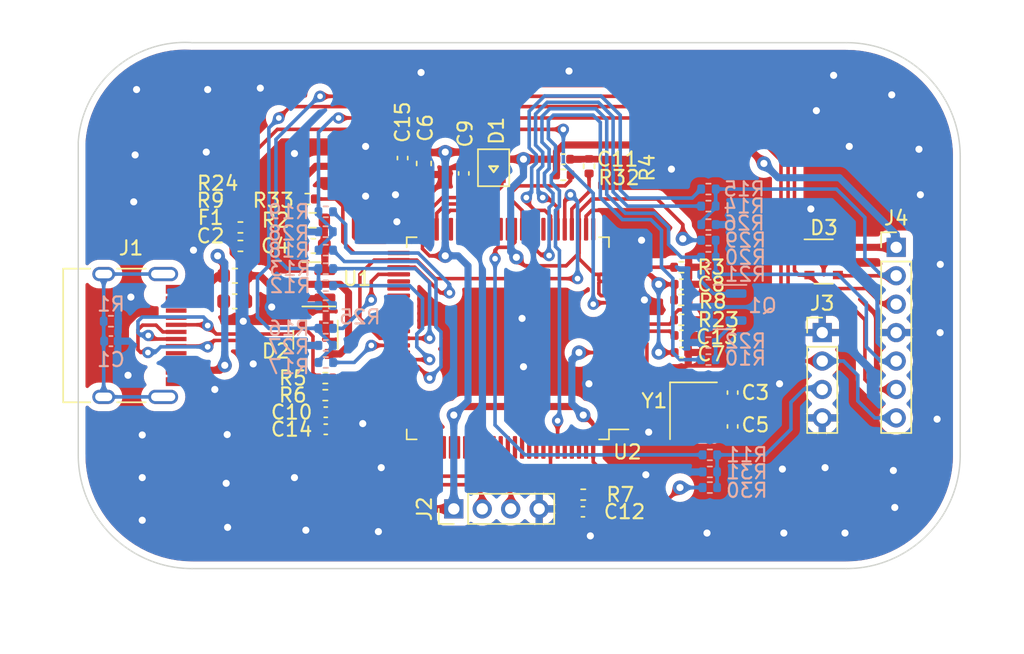
<source format=kicad_pcb>
(kicad_pcb (version 20211014) (generator pcbnew)
  (title_block (title "JLinkV9-mini") (date "2022-10-24") (rev "hinsshum"))
  (layers (0 "F.Cu" signal) (31 "B.Cu" signal) (34 "B.Paste" user) (35 "F.Paste" user) (36 "B.SilkS" user "B.Silkscreen") (37 "F.SilkS" user "F.Silkscreen") (38 "B.Mask" user) (39 "F.Mask" user) (44 "Edge.Cuts" user))
  (net 0 "")
  (net 1 "Net-(C1-Pad1)")
  (net 2 "GND")
  (net 3 "+5V")
  (net 4 "/OSC_OUT")
  (net 5 "Net-(C4-Pad1)")
  (net 6 "/OSC_IN")
  (net 7 "+3.3V")
  (net 8 "Net-(C9-Pad1)")
  (net 9 "Net-(C10-Pad1)")
  (net 10 "Net-(C13-Pad1)")
  (net 11 "/RLED")
  (net 12 "/YLED")
  (net 13 "/USB_DM")
  (net 14 "/USB_DP")
  (net 15 "/TMS_SWDIO")
  (net 16 "/TCK_SWDCLK")
  (net 17 "VCC")
  (net 22 "/SWDIO")
  (net 23 "/SWDCLK")
  (net 24 "/TDI_TX")
  (net 25 "/RX")
  (net 26 "/RST")
  (net 27 "/TDO")
  (net 28 "Net-(Q1-Pad1)")
  (net 29 "Net-(Q1-Pad2)")
  (net 30 "Net-(R3-Pad2)")
  (net 31 "Net-(R4-Pad2)")
  (net 32 "Net-(R5-Pad2)")
  (net 33 "Net-(R6-Pad1)")
  (net 34 "Net-(R7-Pad2)")
  (net 35 "/PC0")
  (net 36 "/PC3")
  (net 37 "/PB8")
  (net 38 "/PB2")
  (net 39 "/PC9")
  (net 40 "/PA5_PB13_PC6")
  (net 41 "/PA6")
  (net 42 "/PA7")
  (net 43 "/PB15")
  (net 44 "/PC7")
  (net 45 "/PA8")
  (net 46 "/PB14")
  (net 47 "/PC5")
  (net 48 "/PB1")
  (net 49 "/PB12")
  (footprint "Connector_PinHeader_2.00mm:PinHeader_1x04_P2.00mm_Vertical" (layer "F.Cu") (at 99.4 97.8 90)
    (fp_text reference "J2")
    (fp_text value "Conn_01x04" hide)
  )
  (footprint "Resistor_SMD:R_0402_1005Metric" (layer "F.Cu") (at 115.4 83.1 180)
    (fp_text reference "R8")
    (fp_text value "10K" hide)
  )
  (footprint "Package_QFP:LQFP-100_14x14mm_P0.5mm" (layer "F.Cu") (at 103.2 85.8 180)
    (fp_text reference "U2")
    (fp_text value "STM32F207VET6" hide)
  )
  (footprint "Resistor_SMD:R_0402_1005Metric" (layer "F.Cu") (at 115.4 84.5 180)
    (fp_text reference "R23")
    (fp_text value "10K" hide)
  )
  (footprint "Crystal:Crystal_SMD_3225-4Pin_3.2x2.5mm" (layer "F.Cu") (at 116.25 90.9 -90)
    (fp_text reference "Y1")
    (fp_text value "12M" hide)
  )
  (footprint "Resistor_SMD:R_0402_1005Metric" (layer "F.Cu") (at 90.37 89.8 180)
    (fp_text reference "R6")
    (fp_text value "22R" hide)
  )
  (footprint "Connector_PinHeader_2.00mm:PinHeader_1x07_P2.00mm_Vertical" (layer "F.Cu") (at 130.5 79.4)
    (fp_text reference "J4")
    (fp_text value "Conn_01x07")
  )
  (footprint "Package_TO_SOT_SMD:SOT-143" (layer "F.Cu") (at 89.68 85.9 -90)
    (fp_text reference "D2")
    (fp_text value "UET14A05L03" hide)
  )
  (footprint "Capacitor_SMD:C_0402_1005Metric" (layer "F.Cu") (at 100.1 74.2 90)
    (fp_text reference "C9")
    (fp_text value "2.2uF" hide)
  )
  (footprint "Capacitor_SMD:C_0402_1005Metric" (layer "F.Cu") (at 119 92 90)
    (fp_text reference "C5")
    (fp_text value "22pF" hide)
  )
  (footprint "Resistor_SMD:R_0402_1005Metric" (layer "F.Cu") (at 90.37 88.6)
    (fp_text reference "R5")
    (fp_text value "22R" hide)
  )
  (footprint "Capacitor_SMD:C_0402_1005Metric" (layer "F.Cu") (at 115.4 86.8 180)
    (fp_text reference "C7")
    (fp_text value "100nF" hide)
  )
  (footprint "Resistor_SMD:R_0402_1005Metric" (layer "F.Cu") (at 84.4 79.3 180)
    (fp_text reference "R9")
    (fp_text value "10K" hide)
  )
  (footprint "Package_TO_SOT_SMD:SOT-23" (layer "F.Cu") (at 89.4 82 180)
    (fp_text reference "U1")
    (fp_text value "ME6210A33M3G" hide)
  )
  (footprint "Capacitor_SMD:C_0402_1005Metric" (layer "F.Cu") (at 115.4 85.6)
    (fp_text reference "C13")
    (fp_text value "100nF" hide)
  )
  (footprint "Capacitor_SMD:C_0603_1608Metric" (layer "F.Cu") (at 89.525 79.3 180)
    (fp_text reference "C4")
    (fp_text value "10uF" hide)
  )
  (footprint "Capacitor_SMD:C_0603_1608Metric" (layer "F.Cu") (at 97.3 73.5 90)
    (fp_text reference "C6")
    (fp_text value "10uF" hide)
  )
  (footprint "Capacitor_SMD:C_0402_1005Metric" (layer "F.Cu") (at 95.8 73.12 90)
    (fp_text reference "C15")
    (fp_text value "100nF" hide)
  )
  (footprint "Capacitor_SMD:C_0402_1005Metric" (layer "F.Cu") (at 108.48 98)
    (fp_text reference "C12")
    (fp_text value "100nF" hide)
  )
  (footprint "Connector_PinHeader_2.00mm:PinHeader_1x04_P2.00mm_Vertical" (layer "F.Cu") (at 125.3 85.4)
    (fp_text reference "J3")
    (fp_text value "Conn_01x04")
  )
  (footprint "Resistor_SMD:R_0402_1005Metric" (layer "F.Cu") (at 115.4 80.8 180)
    (fp_text reference "R3")
    (fp_text value "0R" hide)
  )
  (footprint "Resistor_SMD:R_0603_1608Metric" (layer "F.Cu") (at 89.475 77.5)
    (fp_text reference "R2")
    (fp_text value "0R" hide)
  )
  (footprint "Connector_USB:USB_C_Receptacle_HRO_TYPE-C-31-M-12" (layer "F.Cu") (at 75.84 85.6 -90)
    (fp_text reference "J1")
    (fp_text value "USB_C_Receptacle_USB2.0" hide)
  )
  (footprint "personLibrary:LED_Dual_0606" (layer "F.Cu") (at 102.5 72.7 -90)
    (fp_text reference "D1")
    (fp_text value "LED_R_Y" hide)
  )
  (footprint "Capacitor_SMD:C_0402_1005Metric" (layer "F.Cu") (at 107.1 73.2 180)
    (fp_text reference "C11")
    (fp_text value "100nF" hide)
  )
  (footprint "Resistor_SMD:R_0402_1005Metric" (layer "F.Cu") (at 108.5 96.8)
    (fp_text reference "R7")
    (fp_text value "10K" hide)
  )
  (footprint "Capacitor_SMD:C_0402_1005Metric" (layer "F.Cu") (at 115.4 82 180)
    (fp_text reference "C8")
    (fp_text value "100nF" hide)
  )
  (footprint "Capacitor_SMD:C_0603_1608Metric" (layer "F.Cu") (at 84 83.2 180)
    (fp_text reference "C2")
    (fp_text value "10uF" hide)
  )
  (footprint "Resistor_SMD:R_0402_1005Metric" (layer "F.Cu") (at 89.11 76 180)
    (fp_text reference "R33")
    (fp_text value "10K" hide)
  )
  (footprint "Capacitor_SMD:C_0402_1005Metric" (layer "F.Cu") (at 119 89.62 -90)
    (fp_text reference "C3")
    (fp_text value "22pF" hide)
  )
  (footprint "Resistor_SMD:R_0402_1005Metric" (layer "F.Cu") (at 84.4 78)
    (fp_text reference "R24")
    (fp_text value "10K" hide)
  )
  (footprint "Resistor_SMD:R_0402_1005Metric" (layer "F.Cu") (at 107.1 74.3 180)
    (fp_text reference "R32")
    (fp_text value "10K" hide)
  )
  (footprint "Resistor_SMD:R_0402_1005Metric" (layer "F.Cu") (at 108.91 73.69 -90)
    (fp_text reference "R4")
    (fp_text value "0R" hide)
  )
  (footprint "Capacitor_SMD:C_0402_1005Metric" (layer "F.Cu") (at 90.4 91 180)
    (fp_text reference "C10")
    (fp_text value "2.2uF" hide)
  )
  (footprint "Package_TO_SOT_SMD:SOT-143" (layer "F.Cu") (at 125.4 80.4)
    (fp_text reference "D3")
    (fp_text value "UET14A05L03")
  )
  (footprint "Capacitor_SMD:C_0402_1005Metric" (layer "F.Cu") (at 90.4 92.2)
    (fp_text reference "C14")
    (fp_text value "100nF" hide)
  )
  (footprint "Fuse:Fuse_0603_1608Metric" (layer "F.Cu") (at 84.0125 81.4 180)
    (fp_text reference "F1")
    (fp_text value "Fuse" hide)
  )
  (footprint "Resistor_SMD:R_0402_1005Metric" (layer "B.Cu") (at 117.3 76.5 180)
    (fp_text reference "R14")
    (fp_text value "100R" hide)
  )
  (footprint "Resistor_SMD:R_0402_1005Metric" (layer "B.Cu") (at 117.3 81.3 180)
    (fp_text reference "R21")
    (fp_text value "100R" hide)
  )
  (footprint "Resistor_SMD:R_0402_1005Metric" (layer "B.Cu") (at 117.3 87.3 180)
    (fp_text reference "R10")
    (fp_text value "1K" hide)
  )
  (footprint "Package_TO_SOT_SMD:SOT-23" (layer "B.Cu") (at 118.3 83.6 180)
    (fp_text reference "Q1")
    (fp_text value "NEC3400" hide)
  )
  (footprint "Resistor_SMD:R_0402_1005Metric" (layer "B.Cu") (at 90.4 79.6)
    (fp_text reference "R18")
    (fp_text value "100R" hide)
  )
  (footprint "Resistor_SMD:R_0402_1005Metric" (layer "B.Cu") (at 90.4 86.3)
    (fp_text reference "R27")
    (fp_text value "10K" hide)
  )
  (footprint "Resistor_SMD:R_0402_1005Metric" (layer "B.Cu") (at 90.4 76.9)
    (fp_text reference "R19")
    (fp_text value "100R" hide)
  )
  (footprint "Resistor_SMD:R_0402_1005Metric" (layer "B.Cu") (at 117.4 94 180)
    (fp_text reference "R11")
    (fp_text value "100R" hide)
  )
  (footprint "Resistor_SMD:R_0402_1005Metric" (layer "B.Cu") (at 90.4 85.1)
    (fp_text reference "R16")
    (fp_text value "100R" hide)
  )
  (footprint "Resistor_SMD:R_0402_1005Metric" (layer "B.Cu") (at 117.4 95.2)
    (fp_text reference "R31")
    (fp_text value "10K" hide)
  )
  (footprint "Resistor_SMD:R_0402_1005Metric" (layer "B.Cu") (at 90.39 78.3)
    (fp_text reference "R28")
    (fp_text value "10K" hide)
  )
  (footprint "Capacitor_SMD:C_0402_1005Metric" (layer "B.Cu") (at 75.3 86)
    (fp_text reference "C1")
    (fp_text value "10nF" hide)
  )
  (footprint "Resistor_SMD:R_0402_1005Metric" (layer "B.Cu") (at 117.3 78.9)
    (fp_text reference "R29")
    (fp_text value "10K" hide)
  )
  (footprint "Resistor_SMD:R_0402_1005Metric" (layer "B.Cu") (at 117.3 75.3 180)
    (fp_text reference "R15")
    (fp_text value "100R" hide)
  )
  (footprint "Resistor_SMD:R_0402_1005Metric" (layer "B.Cu") (at 75.3 84.6 180)
    (fp_text reference "R1")
    (fp_text value "1M" hide)
  )
  (footprint "Resistor_SMD:R_0402_1005Metric" (layer "B.Cu") (at 90.4 80.9)
    (fp_text reference "R13")
    (fp_text value "100R" hide)
  )
  (footprint "Resistor_SMD:R_0402_1005Metric" (layer "B.Cu") (at 90.4 82.1)
    (fp_text reference "R12")
    (fp_text value "100R" hide)
  )
  (footprint "Resistor_SMD:R_0402_1005Metric" (layer "B.Cu") (at 90.4 87.5)
    (fp_text reference "R17")
    (fp_text value "100R" hide)
  )
  (footprint "Resistor_SMD:R_0402_1005Metric" (layer "B.Cu") (at 117.3 86.1)
    (fp_text reference "R22")
    (fp_text value "1M" hide)
  )
  (footprint "Resistor_SMD:R_0402_1005Metric" (layer "B.Cu") (at 117.3 77.8 180)
    (fp_text reference "R26")
    (fp_text value "10K" hide)
  )
  (footprint "Resistor_SMD:R_0402_1005Metric" (layer "B.Cu") (at 90.4 83.5)
    (fp_text reference "R25")
    (fp_text value "10K" hide)
  )
  (footprint "Resistor_SMD:R_0402_1005Metric" (layer "B.Cu") (at 117.3 80.1 180)
    (fp_text reference "R20")
    (fp_text value "100R" hide)
  )
  (footprint "Resistor_SMD:R_0402_1005Metric" (layer "B.Cu") (at 117.4 96.3)
    (fp_text reference "R30")
    (fp_text value "10K" hide)
  )
  (gr_arc (start 127 65) (mid 132.656854 67.343146) (end 135 73) (layer "Edge.Cuts") (width 0.1))
  (gr_arc (start 135 94) (mid 132.656854 99.656854) (end 127 102) (layer "Edge.Cuts") (width 0.1))
  (gr_line (start 73 94) (end 73 72) (layer "Edge.Cuts") (width 0.1))
  (gr_arc (start 81 102) (mid 75.343146 99.656854) (end 73 94) (layer "Edge.Cuts") (width 0.1))
  (gr_line (start 135 73) (end 135 94) (layer "Edge.Cuts") (width 0.1))
  (gr_line (start 81 65) (end 127 65) (layer "Edge.Cuts") (width 0.1))
  (gr_line (start 127 102) (end 81 102) (layer "Edge.Cuts") (width 0.1))
  (gr_arc (start 73 72) (mid 75.550253 66.843146) (end 81 65) (layer "Edge.Cuts") (width 0.1))
  (segment (start 74.82 86) (end 74.79 86.03) (width 0.25) (layer "B.Cu") (net 1))
  (segment (start 74.79 86.03) (end 74.79 89.92) (width 0.25) (layer "B.Cu") (net 1))
  (segment (start 74.79 89.92) (end 78.97 89.92) (width 0.25) (layer "B.Cu") (net 1))
  (segment (start 74.79 85.97) (end 74.82 86) (width 0.25) (layer "B.Cu") (net 1))
  (segment (start 74.79 81.28) (end 78.97 81.28) (width 0.25) (layer "B.Cu") (net 1))
  (segment (start 74.79 81.28) (end 74.79 84.6) (width 0.25) (layer "B.Cu") (net 1))
  (segment (start 74.79 84.6) (end 74.79 85.97) (width 0.25) (layer "B.Cu") (net 1))
  (segment (start 82.05 88.85) (end 79.885 88.85) (width 0.5) (layer "F.Cu") (net 2))
  (segment (start 95.525 91.3) (end 93.5 91.3) (width 0.25) (layer "F.Cu") (net 2))
  (segment (start 93.5 91.3) (end 93 91.8) (width 0.25) (layer "F.Cu") (net 2))
  (segment (start 80.55 82.35) (end 79.885 82.35) (width 0.5) (layer "F.Cu") (net 2))
  (segment (start 112.8 82.7) (end 112.8 83.1) (width 0.25) (layer "F.Cu") (net 2))
  (segment (start 81.1 79.6) (end 81.1 81.8) (width 0.5) (layer "F.Cu") (net 2))
  (segment (start 112.3 76.8) (end 112.6 77.1) (width 0.25) (layer "F.Cu") (net 2))
  (segment (start 119 90.1) (end 117.4 90.1) (width 0.25) (layer "F.Cu") (net 2))
  (segment (start 109.7 87.3) (end 110.875 87.3) (width 0.25) (layer "F.Cu") (net 2))
  (segment (start 82.6 89.4) (end 82.05 88.85) (width 0.5) (layer "F.Cu") (net 2))
  (segment (start 109.1 76.8) (end 112.3 76.8) (width 0.25) (layer "F.Cu") (net 2))
  (segment (start 112.4 82.3) (end 112.8 82.7) (width 0.25) (layer "F.Cu") (net 2))
  (segment (start 117.4 90.1) (end 117.1 89.8) (width 0.25) (layer "F.Cu") (net 2))
  (segment (start 108.7 77.2) (end 109.1 76.8) (width 0.25) (layer "F.Cu") (net 2))
  (segment (start 108.9 89) (end 108.9 88.1) (width 0.25) (layer "F.Cu") (net 2))
  (segment (start 110.875 82.3) (end 112.4 82.3) (width 0.25) (layer "F.Cu") (net 2))
  (segment (start 108.7 78.125) (end 108.7 77.2) (width 0.25) (layer "F.Cu") (net 2))
  (segment (start 112.6 77.1) (end 112.6 78.9) (width 0.25) (layer "F.Cu") (net 2))
  (segment (start 81.1 81.8) (end 80.55 82.35) (width 0.5) (layer "F.Cu") (net 2))
  (segment (start 108.9 88.1) (end 109.7 87.3) (width 0.25) (layer "F.Cu") (net 2))
  (via (at 77 72.9) (size 1) (drill 0.5) (layers "F.Cu" "B.Cu") (net 2))
  (via (at 122.3 89) (size 1) (drill 0.5) (layers "F.Cu" "B.Cu") (net 2))
  (via (at 124.5 76.7) (size 1) (drill 0.5) (layers "F.Cu" "B.Cu") (net 2))
  (via (at 132.2 75.7) (size 1) (drill 0.5) (layers "F.Cu" "B.Cu") (net 2))
  (via (at 95.3 75.7) (size 1) (drill 0.5) (layers "F.Cu" "B.Cu") (net 2))
  (via (at 85.8 68.2) (size 1) (drill 0.5) (layers "F.Cu" "B.Cu") (net 2))
  (via (at 83.472422 92.570335) (size 1) (drill 0.5) (layers "F.Cu" "B.Cu") (net 2))
  (via (at 104.3 87.8) (size 1) (drill 0.5) (layers "F.Cu" "B.Cu") (net 2))
  (via (at 133.6 80.6) (size 1) (drill 0.5) (layers "F.Cu" "B.Cu") (net 2))
  (via (at 76.7 82.9) (size 1) (drill 0.5) (layers "F.Cu" "B.Cu") (net 2))
  (via (at 81.1 79.6) (size 1) (drill 0.5) (layers "F.Cu" "B.Cu") (net 2))
  (via (at 133.586409 85.4) (size 1) (drill 0.5) (layers "F.Cu" "B.Cu") (net 2))
  (via (at 83.5 99.1) (size 1) (drill 0.5) (layers "F.Cu" "B.Cu") (net 2))
  (via (at 107.5 67) (size 1) (drill 0.5) (layers "F.Cu" "B.Cu") (net 2))
  (via (at 77.5 95.6) (size 1) (drill 0.5) (layers "F.Cu" "B.Cu") (net 2))
  (via (at 94.1 99.4) (size 1) (drill 0.5) (layers "F.Cu" "B.Cu") (net 2))
  (via (at 88.2 95.6) (size 1) (drill 0.5) (layers "F.Cu" "B.Cu") (net 2))
  (via (at 126.9 99.5) (size 1) (drill 0.5) (layers "F.Cu" "B.Cu") (net 2))
  (via (at 83.4 96) (size 1) (drill 0.5) (layers "F.Cu" "B.Cu") (net 2))
  (via (at 82 72.7) (size 1) (drill 0.5) (layers "F.Cu" "B.Cu") (net 2))
  (via (at 133.375719 91.486789) (size 1) (drill 0.5) (layers "F.Cu" "B.Cu") (net 2))
  (via (at 86.6 83.6) (size 1) (drill 0.5) (layers "F.Cu" "B.Cu") (net 2))
  (via (at 112.8 83.1) (size 1) (drill 0.5) (layers "F.Cu" "B.Cu") (net 2))
  (via (at 93 91.8) (size 1) (drill 0.5) (layers "F.Cu" "B.Cu") (net 2))
  (via (at 95.4 77.6) (size 1) (drill 0.5) (layers "F.Cu" "B.Cu") (net 2))
  (via (at 108.9 89) (size 1) (drill 0.5) (layers "F.Cu" "B.Cu") (net 2))
  (via (at 130.3 95.1) (size 1) (drill 0.5) (layers "F.Cu" "B.Cu") (net 2))
  (via (at 82.1 68.3) (size 1) (drill 0.5) (layers "F.Cu" "B.Cu") (net 2))
  (via (at 93.2 72.3) (size 1) (drill 0.5) (layers "F.Cu" "B.Cu") (net 2))
  (via (at 117.2 99.5) (size 1) (drill 0.5) (layers "F.Cu" "B.Cu") (net 2))
  (via (at 77.1 68.3) (size 1) (drill 0.5) (layers "F.Cu" "B.Cu") (net 2))
  (via (at 112.9 95.4) (size 1) (drill 0.5) (layers "F.Cu" "B.Cu") (net 2))
  (via (at 85.3 87.6) (size 1) (drill 0.5) (layers "F.Cu" "B.Cu") (net 2))
  (via (at 109 99.7) (size 1) (drill 0.5) (layers "F.Cu" "B.Cu") (net 2))
  (via (at 104.2 84.4) (size 1) (drill 0.5) (layers "F.Cu" "B.Cu") (net 2))
  (via (at 76.9 76.2) (size 1) (drill 0.5) (layers "F.Cu" "B.Cu") (net 2))
  (via (at 89 99.3) (size 1) (drill 0.5) (layers "F.Cu" "B.Cu") (net 2))
  (via (at 84.6 84.6) (size 1) (drill 0.5) (layers "F.Cu" "B.Cu") (net 2))
  (via (at 82.6 89.4) (size 1) (drill 0.5) (layers "F.Cu" "B.Cu") (net 2))
  (via (at 130.4 97.7) (size 1) (drill 0.5) (layers "F.Cu" "B.Cu") (net 2))
  (via (at 88.2 72.8) (size 1) (drill 0.5) (layers "F.Cu" "B.Cu") (net 2))
  (via (at 77.5 98.6) (size 1) (drill 0.5) (layers "F.Cu" "B.Cu") (net 2))
  (via (at 77.5 92.6) (size 1) (drill 0.5) (layers "F.Cu" "B.Cu") (net 2))
  (via (at 130.185279 68.672133) (size 1) (drill 0.5) (layers "F.Cu" "B.Cu") (net 2))
  (via (at 127.2 72.3) (size 1) (drill 0.5) (layers "F.Cu" "B.Cu") (net 2))
  (via (at 76.5 88.4) (size 1) (drill 0.5) (layers "F.Cu" "B.Cu") (net 2))
  (via (at 122.5 95) (size 1) (drill 0.5) (layers "F.Cu" "B.Cu") (net 2))
  (via (at 132.1 72.5) (size 1) (drill 0.5) (layers "F.Cu" "B.Cu") (net 2))
  (via (at 124.887945 69.785777) (size 1) (drill 0.5) (layers "F.Cu" "B.Cu") (net 2))
  (via (at 93.2 75.8) (size 1) (drill 0.5) (layers "F.Cu" "B.Cu") (net 2))
  (via (at 126.1 67.3) (size 1) (drill 0.5) (layers "F.Cu" "B.Cu") (net 2))
  (via (at 113.1 92.4) (size 1) (drill 0.5) (layers "F.Cu" "B.Cu") (net 2))
  (via (at 97.1 67.1) (size 1) (drill 0.5) (layers "F.Cu" "B.Cu") (net 2))
  (via (at 114.7 73.9) (size 1) (drill 0.5) (layers "F.Cu" "B.Cu") (net 2))
  (via (at 112.6 78.9) (size 1) (drill 0.5) (layers "F.Cu" "B.Cu") (net 2))
  (via (at 125.5 94.9) (size 1) (drill 0.5) (layers "F.Cu" "B.Cu") (net 2))
  (via (at 94.3 94.9) (size 1) (drill 0.5) (layers "F.Cu" "B.Cu") (net 2))
  (via (at 122.6 99.5) (size 1) (drill 0.5) (layers "F.Cu" "B.Cu") (net 2))
  (segment (start 112.6 78.9) (end 112.6 82.9) (width 0.25) (layer "B.Cu") (net 2))
  (segment (start 112.6 82.9) (end 112.8 83.1) (width 0.25) (layer "B.Cu") (net 2))
  (segment (start 83.89 79.79) (end 83.89 79.3) (width 0.5) (layer "F.Cu") (net 3))
  (segment (start 84.8 81.4) (end 84.8 80.7) (width 0.5) (layer "F.Cu") (net 3))
  (segment (start 86.4 82) (end 88.4625 82) (width 0.5) (layer "F.Cu") (net 3))
  (segment (start 84.8 80.7) (end 83.89 79.79) (width 0.5) (layer "F.Cu") (net 3))
  (segment (start 84.8 81.4) (end 85.8 81.4) (width 0.5) (layer "F.Cu") (net 3))
  (segment (start 92 82.6) (end 92 86.3) (width 0.5) (layer "F.Cu") (net 3))
  (segment (start 85.8 81.4) (end 86.4 82) (width 0.5) (layer "F.Cu") (net 3))
  (segment (start 88.4625 82) (end 91.4 82) (width 0.5) (layer "F.Cu") (net 3))
  (segment (start 84.775 81.425) (end 84.8 81.4) (width 0.5) (layer "F.Cu") (net 3))
  (segment (start 91.4 86.9) (end 90.63 86.9) (width 0.5) (layer "F.Cu") (net 3))
  (segment (start 84.775 83.2) (end 84.775 81.425) (width 0.5) (layer "F.Cu") (net 3))
  (segment (start 92 86.3) (end 91.4 86.9) (width 0.5) (layer "F.Cu") (net 3))
  (segment (start 91.4 82) (end 92 82.6) (width 0.5) (layer "F.Cu") (net 3))
  (segment (start 115.4 89.1) (end 116 88.5) (width 0.25) (layer "F.Cu") (net 4))
  (segment (start 118.7 88.5) (end 119 88.8) (width 0.25) (layer "F.Cu") (net 4))
  (segment (start 113.95 88.913604) (end 113.95 89.35) (width 0.25) (layer "F.Cu") (net 4))
  (segment (start 116 88.5) (end 118.7 88.5) (width 0.25) (layer "F.Cu") (net 4))
  (segment (start 115.4 89.8) (end 115.4 89.1) (width 0.25) (layer "F.Cu") (net 4))
  (segment (start 112.975 87.938604) (end 113.95 88.913604) (width 0.25) (layer "F.Cu") (net 4))
  (segment (start 112.6 85.8) (end 112.975 86.175) (width 0.25) (layer "F.Cu") (net 4))
  (segment (start 119 88.8) (end 119 89.14) (width 0.25) (layer "F.Cu") (net 4))
  (segment (start 110.875 85.8) (end 112.6 85.8) (width 0.25) (layer "F.Cu") (net 4))
  (segment (start 112.975 86.175) (end 112.975 87.938604) (width 0.25) (layer "F.Cu") (net 4))
  (segment (start 114.4 89.8) (end 115.4 89.8) (width 0.25) (layer "F.Cu") (net 4))
  (segment (start 113.95 89.35) (end 114.4 89.8) (width 0.25) (layer "F.Cu") (net 4))
  (segment (start 90.3 79.3) (end 90.3 77.5) (width 0.5) (layer "F.Cu") (net 5))
  (segment (start 90.3375 79.3375) (end 90.3 79.3) (width 0.5) (layer "F.Cu") (net 5))
  (segment (start 90.3375 81.05) (end 90.3375 79.3375) (width 0.5) (layer "F.Cu") (net 5))
  (segment (start 112.525 86.725) (end 112.525 88.125) (width 0.25) (layer "F.Cu") (net 6))
  (segment (start 113.5 89.7) (end 114.7 90.9) (width 0.25) (layer "F.Cu") (net 6))
  (segment (start 112.1 86.3) (end 112.525 86.725) (width 0.25) (layer "F.Cu") (net 6))
  (segment (start 112.525 88.125) (end 113.5 89.1) (width 0.25) (layer "F.Cu") (net 6))
  (segment (start 113.5 89.1) (end 113.5 89.7) (width 0.25) (layer "F.Cu") (net 6))
  (segment (start 117.1 91.6) (end 117.1 92) (width 0.25) (layer "F.Cu") (net 6))
  (segment (start 117.58 92.48) (end 119 92.48) (width 0.25) (layer "F.Cu") (net 6))
  (segment (start 110.875 86.3) (end 112.1 86.3) (width 0.25) (layer "F.Cu") (net 6))
  (segment (start 116.4 90.9) (end 117.1 91.6) (width 0.25) (layer "F.Cu") (net 6))
  (segment (start 114.7 90.9) (end 116.4 90.9) (width 0.25) (layer "F.Cu") (net 6))
  (segment (start 117.1 92) (end 117.58 92.48) (width 0.25) (layer "F.Cu") (net 6))
  (segment (start 109.6 81.4) (end 109.6 81.7) (width 0.25) (layer "F.Cu") (net 7))
  (segment (start 107.3 80.7) (end 108.2 79.8) (width 0.25) (layer "F.Cu") (net 7))
  (segment (start 109.9 97.6) (end 109.9 97.9) (width 0.25) (layer "F.Cu") (net 7))
  (segment (start 110.3 98) (end 113.6 98) (width 0.25) (layer "F.Cu") (net 7))
  (segment (start 109.9 97.9) (end 110 98) (width 0.25) (layer "F.Cu") (net 7))
  (segment (start 106.62 74.27) (end 106.59 74.3) (width 0.5) (layer "F.Cu") (net 7))
  (segment (start 100 90.6) (end 107.9 90.6) (width 0.5) (layer "F.Cu") (net 7))
  (segment (start 88.65 77.5) (end 88.65 76.05) (width 0.5) (layer "F.Cu") (net 7))
  (segment (start 91.88 93.2) (end 94.8 93.2) (width 0.25) (layer "F.Cu") (net 7))
  (segment (start 108.2 78.125) (end 108.2 76.9) (width 0.25) (layer "F.Cu") (net 7))
  (segment (start 108.96 98) (end 109.5 98) (width 0.25) (layer "F.Cu") (net 7))
  (segment (start 126.45 79.4) (end 126.4 79.45) (width 0.5) (layer "F.Cu") (net 7))
  (segment (start 107.9 90.6) (end 108.5 91.2) (width 0.5) (layer "F.Cu") (net 7))
  (segment (start 106.62 73.2) (end 106.62 72.68) (width 0.5) (layer "F.Cu") (net 7))
  (segment (start 108.2 78.125) (end 108.2 80.2) (width 0.25) (layer "F.Cu") (net 7))
  (segment (start 107.1 72.2) (end 119.9 72.2) (width 0.5) (layer "F.Cu") (net 7))
  (segment (start 109.9 97.3) (end 109.9 95.2) (width 0.25) (layer "F.Cu") (net 7))
  (segment (start 101.65 73.125) (end 102.775 73.125) (width 0.5) (layer "F.Cu") (net 7))
  (segment (start 98.775 72.725) (end 98.8 72.7) (width 0.5) (layer "F.Cu") (net 7))
  (segment (start 110.875 81.3) (end 109.7 81.3) (width 0.25) (layer "F.Cu") (net 7))
  (segment (start 88.6 74.8) (end 89.7 73.7) (width 0.5) (layer "F.Cu") (net 7))
  (segment (start 113.6 98) (end 115.3 96.3) (width 0.25) (layer "F.Cu") (net 7))
  (segment (start 98.8 80) (end 97.7 80) (width 0.25) (layer "F.Cu") (net 7))
  (segment (start 109.9 97.65) (end 109.9 97.3) (width 0.25) (layer "F.Cu") (net 7))
  (segment (start 109.9 97.6) (end 109.9 97.3) (width 0.25) (layer "F.Cu") (net 7))
  (segment (start 130.5 79.4) (end 126.45 79.4) (width 0.5) (layer "F.Cu") (net 7))
  (segment (start 90.88 95.38) (end 90.88 92.2) (width 0.5) (layer "F.Cu") (net 7))
  (segment (start 109.5 98) (end 109.9 97.6) (width 0.25) (layer "F.Cu") (net 7))
  (segment (start 108.2 76.9) (end 109.1 76) (width 0.25) (layer "F.Cu") (net 7))
  (segment (start 108.2 80.2) (end 109.3 81.3) (width 0.25) (layer "F.Cu") (net 7))
  (segment (start 95.8 72.64) (end 97.215 72.64) (width 0.5) (layer "F.Cu") (net 7))
  (segment (start 114.92 86.8) (end 113.8 86.8) (width 0.25) (layer "F.Cu") (net 7))
  (segment (start 103.8 80.1) (end 104.4 80.7) (width 0.25) (layer "F.Cu") (net 7))
  (segment (start 97.3 72.725) (end 98.775 72.725) (width 0.5) (layer "F.Cu") (net 7))
  (segment (start 109.6 82.65) (end 109.75 82.8) (width 0.25) (layer "F.Cu") (net 7))
  (segment (start 108.2 86.8) (end 110.875 86.8) (width 0.25) (layer "F.Cu") (net 7))
  (segment (start 113.1 81.3) (end 110.875 81.3) (width 0.25) (layer "F.Cu") (net 7))
  (segment (start 97.2 79.5) (end 97.2 78.125) (width 0.25) (layer "F.Cu") (net 7))
  (segment (start 109.2 91.9) (end 109.2 93.475) (width 0.25) (layer "F.Cu") (net 7))
  (segment (start 109.6 81.9) (end 109.6 82.65) (width 0.25) (layer "F.Cu") (net 7))
  (segment (start 115.5 77.8) (end 115.5 78.8) (width 0.25) (layer "F.Cu") (net 7))
  (segment (start 88.6 76) (end 88.6 74.8) (width 0.5) (layer "F.Cu") (net 7))
  (segment (start 104.3 73.2) (end 106.62 73.2) (width 0.5) (layer "F.Cu") (net 7))
  (segment (start 94.555614 73.7) (end 95.615614 72.64) (width 0.5) (layer "F.Cu") (net 7))
  (segment (start 104.4 80.7) (end 107.3 80.7) (width 0.25) (layer "F.Cu") (net 7))
  (segment (start 108.5 91.2) (end 109.2 91.9) (width 0.25) (layer "F.Cu") (net 7))
  (segment (start 109.3 81.3) (end 110.875 81.3) (width 0.25) (layer "F.Cu") (net 7))
  (segment (start 99.4 97.8) (end 93.3 97.8) (width 0.5) (layer "F.Cu") (net 7))
  (segment (start 89.7 73.7) (end 94.555614 73.7) (width 0.5) (layer "F.Cu") (net 7))
  (segment (start 114.92 83.07) (end 114.89 83.1) (width 0.25) (layer "F.Cu") (net 7))
  (segment (start 106.62 72.68) (end 107.1 72.2) (width 0.5) (layer "F.Cu") (net 7))
  (segment (start 109.7 81.8) (end 109.6 81.9) (width 0.25) (layer "F.Cu") (net 7))
  (segment (start 98.8 72.7) (end 101.225 72.7) (width 0.5) (layer "F.Cu") (net 7))
  (segment (start 114.92 82) (end 113.8 82) (width 0.25) (layer "F.Cu") (net 7))
  (segment (start 114.92 82) (end 114.92 83.07) (width 0.25) (layer "F.Cu") (net 7))
  (segment (start 95.615614 72.64) (end 95.8 72.64) (width 0.5) (layer "F.Cu") (net 7))
  (segment (start 99.4 91.2) (end 100 90.6) (width 0.5) (layer "F.Cu") (net 7))
  (segment (start 93.3 97.8) (end 90.88 95.38) (width 0.5) (layer "F.Cu") (net 7))
  (segment (start 101.225 72.7) (end 101.65 73.125) (width 0.5) (layer "F.Cu") (net 7))
  (segment (start 109.1 76) (end 113.7 76) (width 0.25) (layer "F.Cu") (net 7))
  (segment (start 104.3 73.2) (end 102.85 73.2) (width 0.5) (layer "F.Cu") (net 7))
  (segment (start 110.875 81.8) (end 109.7 81.8) (width 0.25) (layer "F.Cu") (net 7))
  (segment (start 109.7 81.3) (end 109.6 81.4) (width 0.25) (layer "F.Cu") (net 7))
  (segment (start 88.65 76.05) (end 88.6 76) (width 0.5) (layer "F.Cu") (net 7))
  (segment (start 90.88 92.2) (end 91.88 93.2) (width 0.25) (layer "F.Cu") (net 7))
  (segment (start 109.2 94.5) (end 109.2 93.475) (width 0.25) (layer "F.Cu") (net 7))
  (segment (start 102.85 73.2) (end 102.775 73.125) (width 0.5) (layer "F.Cu") (net 7))
  (segment (start 106.62 73.2) (end 106.62 74.27) (width 0.5) (layer "F.Cu") (net 7))
  (segment (start 119.9 72.2) (end 121.2 73.5) (width 0.5) (layer "F.Cu") (net 7))
  (segment (start 113.8 82) (end 113.1 81.3) (width 0.25) (layer "F.Cu") (net 7))
  (segment (start 97.215 72.64) (end 97.3 72.725) (width 0.5) (layer "F.Cu") (net 7))
  (segment (start 97.7 80) (end 97.2 79.5) (width 0.25) (layer "F.Cu") (net 7))
  (segment (start 109.9 95.2) (end 109.2 94.5) (width 0.25) (layer "F.Cu") (net 7))
  (segment (start 113.7 76) (end 115.5 77.8) (width 0.25) (layer "F.Cu") (net 7))
  (segment (start 94.8 93.2) (end 95.525 92.475) (width 0.25) (layer "F.Cu") (net 7))
  (segment (start 109.6 81.7) (end 109.7 81.8) (width 0.25) (layer "F.Cu") (net 7))
  (segment (start 110.2 97.95) (end 109.9 97.65) (width 0.25) (layer "F.Cu") (net 7))
  (segment (start 108.2 79.8) (end 108.2 78.125) (width 0.25) (layer "F.Cu") (net 7))
  (segment (start 95.525 92.475) (end 95.525 91.8) (width 0.25) (layer "F.Cu") (net 7))
  (segment (start 108.96 98) (end 110.2 98) (width 0.25) (layer "F.Cu") (net 7))
  (segment (start 109.75 82.8) (end 110.875 82.8) (width 0.25) (layer "F.Cu") (net 7))
  (via (at 98.8 72.7) (size 1) (drill 0.5) (layers "F.Cu" "B.Cu") (net 7))
  (via (at 113.8 82) (size 1) (drill 0.5) (layers "F.Cu" "B.Cu") (net 7))
  (via (at 121.2 73.5) (size 1) (drill 0.5) (layers "F.Cu" "B.Cu") (net 7))
  (via (at 108.5 91.2) (size 1) (drill 0.5) (layers "F.Cu" "B.Cu") (net 7))
  (via (at 115.3 96.3) (size 1) (drill 0.5) (layers "F.Cu" "B.Cu") (net 7))
  (via (at 113.8 86.8) (size 1) (drill 0.5) (layers "F.Cu" "B.Cu") (net 7))
  (via (at 103.8 80.1) (size 1) (drill 0.5) (layers "F.Cu" "B.Cu") (net 7))
  (via (at 98.8 80) (size 1) (drill 0.5) (layers "F.Cu" "B.Cu") (net 7))
  (via (at 104.3 73.2) (size 1) (drill 0.5) (layers "F.Cu" "B.Cu") (net 7))
  (via (at 99.4 91.2) (size 1) (drill 0.5) (layers "F.Cu" "B.Cu") (net 7))
  (via (at 115.5 78.8) (size 1) (drill 0.5) (layers "F.Cu" "B.Cu") (net 7))
  (via (at 108.2 86.8) (size 1) (drill 0.5) (layers "F.Cu" "B.Cu") (net 7))
  (segment (start 99.4 91.2) (end 99.4 97.8) (width 0.5) (layer "B.Cu") (net 7))
  (segment (start 104.3 73.2) (end 104.3 74.4) (width 0.5) (layer "B.Cu") (net 7))
  (segment (start 103.4 79.7) (end 103.8 80.1) (width 0.5) (layer "B.Cu") (net 7))
  (segment (start 121.2 73.5) (end 122.2 74.5) (width 0.5) (layer "B.Cu") (net 7))
  (segment (start 116.89 96.3) (end 115.3 96.3) (width 0.25) (layer "B.Cu") (net 7))
  (segment (start 107.7 90.4) (end 108.5 91.2) (width 0.5) (layer "B.Cu") (net 7))
  (segment (start 116.79 78.9) (end 115.6 78.9) (width 0.25) (layer "B.Cu") (net 7))
  (segment (start 126.5 74.5) (end 130.5 78.5) (width 0.5) (layer "B.Cu") (net 7))
  (segment (start 108.2 86.8) (end 107.7 87.3) (width 0.5) (layer "B.Cu") (net 7))
  (segment (start 115.6 78.9) (end 115.5 78.8) (width 0.25) (layer "B.Cu") (net 7))
  (segment (start 103.4 75.3) (end 103.4 79.7) (width 0.5) (layer "B.Cu") (net 7))
  (segment (start 104.3 74.4) (end 103.4 75.3) (width 0.5) (layer "B.Cu") (net 7))
  (segment (start 130.5 78.5) (end 130.5 79.4) (width 0.5) (layer "B.Cu") (net 7))
  (segment (start 107.7 87.3) (end 107.7 90.4) (width 0.5) (layer "B.Cu") (net 7))
  (segment (start 98.8 72.7) (end 98.8 80) (width 0.5) (layer "B.Cu") (net 7))
  (segment (start 100.4 90.2) (end 99.4 91.2) (width 0.5) (layer "B.Cu") (net 7))
  (segment (start 99.7 80) (end 100.4 80.7) (width 0.5) (layer "B.Cu") (net 7))
  (segment (start 113.8 82) (end 113.8 86.8) (width 0.25) (layer "B.Cu") (net 7))
  (segment (start 122.2 74.5) (end 126.5 74.5) (width 0.5) (layer "B.Cu") (net 7))
  (segment (start 98.8 80) (end 99.7 80) (width 0.5) (layer "B.Cu") (net 7))
  (segment (start 100.4 80.7) (end 100.4 90.2) (width 0.5) (layer "B.Cu") (net 7))
  (segment (start 98.6 75.9) (end 99.7 75.9) (width 0.25) (layer "F.Cu") (net 8))
  (segment (start 99.7 75.9) (end 100.1 75.5) (width 0.25) (layer "F.Cu") (net 8))
  (segment (start 97.7 78.125) (end 97.7 76.8) (width 0.25) (layer "F.Cu") (net 8))
  (segment (start 97.7 76.8) (end 98.6 75.9) (width 0.25) (layer "F.Cu") (net 8))
  (segment (start 100.1 75.5) (end 100.1 74.68) (width 0.25) (layer "F.Cu") (net 8))
  (segment (start 90.88 91) (end 91.08 90.8) (width 0.25) (layer "F.Cu") (net 9))
  (segment (start 91.08 90.8) (end 95.525 90.8) (width 0.25) (layer "F.Cu") (net 9))
  (segment (start 114.62 85.3) (end 114.92 85.6) (width 0.25) (layer "F.Cu") (net 10))
  (segment (start 110.875 85.3) (end 114.62 85.3) (width 0.25) (layer "F.Cu") (net 10))
  (segment (start 99.159315 76.8) (end 101.1 76.8) (width 0.25) (layer "F.Cu") (net 11))
  (segment (start 98.7 78.125) (end 98.7 77.259315) (width 0.25) (layer "F.Cu") (net 11))
  (segment (start 101.1 76.8) (end 102.775 75.125) (width 0.25) (layer "F.Cu") (net 11))
  (segment (start 102.775 75.125) (end 102.775 74.45) (width 0.25) (layer "F.Cu") (net 11))
  (segment (start 98.7 77.259315) (end 99.159315 76.8) (width 0.25) (layer "F.Cu") (net 11))
  (segment (start 98.2 77) (end 98.85 76.35) (width 0.25) (layer "F.Cu") (net 12))
  (segment (start 100.35 76.35) (end 101.65 75.05) (width 0.25) (layer "F.Cu") (net 12))
  (segment (start 98.85 76.35) (end 100.35 76.35) (width 0.25) (layer "F.Cu") (net 12))
  (segment (start 101.65 75.05) (end 101.65 74.45) (width 0.25) (layer "F.Cu") (net 12))
  (segment (start 98.2 78.125) (end 98.2 77) (width 0.25) (layer "F.Cu") (net 12))
  (segment (start 89.5 85.67) (end 89.5 88.24) (width 0.25) (layer "F.Cu") (net 13))
  (segment (start 88.13 85.5) (end 88.73 84.9) (width 0.25) (layer "F.Cu") (net 13))
  (segment (start 88.73 84.9) (end 89.5 85.67) (width 0.25) (layer "F.Cu") (net 13))
  (segment (start 79.885 84.85) (end 82.05 84.85) (width 0.25) (layer "F.Cu") (net 13))
  (segment (start 82.1 84.9) (end 82.7 85.5) (width 0.25) (layer "F.Cu") (net 13))
  (segment (start 82.7 85.5) (end 88.13 85.5) (width 0.25) (layer "F.Cu") (net 13))
  (segment (start 78.175 85.85) (end 77.9245 85.5995) (width 0.25) (layer "F.Cu") (net 13))
  (segment (start 79.885 85.85) (end 78.175 85.85) (width 0.25) (layer "F.Cu") (net 13))
  (segment (start 82.05 84.85) (end 82.1 84.9) (width 0.25) (layer "F.Cu") (net 13))
  (segment (start 89.5 88.24) (end 89.86 88.6) (width 0.25) (layer "F.Cu") (net 13))
  (via (at 77.9245 85.5995) (size 0.8) (drill 0.4) (layers "F.Cu" "B.Cu") (net 13))
  (via (at 82.1 84.9) (size 0.8) (drill 0.4) (layers "F.Cu" "B.Cu") (net 13))
  (segment (start 77.2 84.6) (end 77.5 84.3) (width 0.25) (layer "B.Cu") (net 13))
  (segment (start 81.8 84.3) (end 82.1 84.6) (width 0.25) (layer "B.Cu") (net 13))
  (segment (start 77.3995 85.5995) (end 77.2 85.4) (width 0.25) (layer "B.Cu") (net 13))
  (segment (start 77.5 84.3) (end 81.8 84.3) (width 0.25) (layer "B.Cu") (net 13))
  (segment (start 82.1 84.6) (end 82.1 84.9) (width 0.25) (layer "B.Cu") (net 13))
  (segment (start 77.9245 85.5995) (end 77.3995 85.5995) (width 0.25) (layer "B.Cu") (net 13))
  (segment (start 77.2 85.4) (end 77.2 84.6) (width 0.25) (layer "B.Cu") (net 13))
  (segment (start 78.95 85.35) (end 78.475 84.875) (width 0.25) (layer "F.Cu") (net 14))
  (segment (start 88.73 89.38) (end 89.15 89.8) (width 0.25) (layer "F.Cu") (net 14))
  (segment (start 79.885 86.35) (end 82.05 86.35) (width 0.25) (layer "F.Cu") (net 14))
  (segment (start 82.05 86.35) (end 82.1 86.4) (width 0.25) (layer "F.Cu") (net 14))
  (segment (start 78.475 84.875) (end 77.525 84.875) (width 0.25) (layer "F.Cu") (net 14))
  (segment (start 88.73 86.9) (end 88.73 89.38) (width 0.25) (layer "F.Cu") (net 14))
  (segment (start 77.2 85.2) (end 77.2 86.6) (width 0.25) (layer "F.Cu") (net 14))
  (segment (start 82.55 85.95) (end 87.78 85.95) (width 0.25) (layer "F.Cu") (net 14))
  (segment (start 87.78 85.95) (end 88.73 86.9) (width 0.25) (layer "F.Cu") (net 14))
  (segment (start 77.525 84.875) (end 77.2 85.2) (width 0.25) (layer "F.Cu") (net 14))
  (segment (start 82.1 86.4) (end 82.55 85.95) (width 0.25) (layer "F.Cu") (net 14))
  (segment (start 89.15 89.8) (end 89.86 89.8) (width 0.25) (layer "F.Cu") (net 14))
  (segment (start 79.885 85.35) (end 78.95 85.35) (width 0.25) (layer "F.Cu") (net 14))
  (segment (start 77.2 86.6) (end 77.4 86.8) (width 0.25) (layer "F.Cu") (net 14))
  (segment (start 77.4 86.8) (end 77.9 86.8) (width 0.25) (layer "F.Cu") (net 14))
  (via (at 77.9 86.8) (size 0.8) (drill 0.4) (layers "F.Cu" "B.Cu") (net 14))
  (via (at 82.1 86.4) (size 0.8) (drill 0.4) (layers "F.Cu" "B.Cu") (net 14))
  (segment (start 77.9 86.8) (end 78.4 86.8) (width 0.25) (layer "B.Cu") (net 14))
  (segment (start 78.8 86.4) (end 82.1 86.4) (width 0.25) (layer "B.Cu") (net 14))
  (segment (start 78.4 86.8) (end 78.8 86.4) (width 0.25) (layer "B.Cu") (net 14))
  (segment (start 130.5 81.4) (end 126.45 81.4) (width 0.25) (layer "F.Cu") (net 15))
  (segment (start 126.45 81.4) (end 126.4 81.35) (width 0.25) (layer "F.Cu") (net 15))
  (segment (start 129.5 81.4) (end 130.5 81.4) (width 0.25) (layer "B.Cu") (net 15))
  (segment (start 128.3 80.2) (end 129.5 81.4) (width 0.25) (layer "B.Cu") (net 15))
  (segment (start 128.3 77.3) (end 128.3 80.2) (width 0.25) (layer "B.Cu") (net 15))
  (segment (start 117.81 76.59) (end 117.81 76.5) (width 0.25) (layer "B.Cu") (net 15))
  (segment (start 126.3 75.3) (end 128.3 77.3) (width 0.25) (layer "B.Cu") (net 15))
  (segment (start 117.81 75.3) (end 126.3 75.3) (width 0.25) (layer "B.Cu") (net 15))
  (segment (start 117.81 75.3) (end 117.81 76.5) (width 0.25) (layer "B.Cu") (net 15))
  (segment (start 116.79 77.8) (end 116.79 77.61) (width 0.25) (layer "B.Cu") (net 15))
  (segment (start 116.79 77.61) (end 117.81 76.59) (width 0.25) (layer "B.Cu") (net 15))
  (segment (start 123.35 72.55) (end 123.35 81.05) (width 0.25) (layer "F.Cu") (net 16))
  (segment (start 123.65 81.35) (end 124.4 81.35) (width 0.25) (layer "F.Cu") (net 16))
  (segment (start 123.35 81.05) (end 123.65 81.35) (width 0.25) (layer "F.Cu") (net 16))
  (segment (start 130.5 83.4) (end 129.5 83.4) (width 0.25) (layer "F.Cu") (net 16))
  (segment (start 125.3 82.3) (end 124.4 81.4) (width 0.25) (layer "F.Cu") (net 16))
  (segment (start 90 68.7755) (end 119.5755 68.7755) (width 0.25) (layer "F.Cu") (net 16))
  (segment (start 119.5755 68.7755) (end 123.35 72.55) (width 0.25) (layer "F.Cu") (net 16))
  (segment (start 129.5 83.4) (end 128.4 82.3) (width 0.25) (layer "F.Cu") (net 16))
  (segment (start 128.4 82.3) (end 125.3 82.3) (width 0.25) (layer "F.Cu") (net 16))
  (segment (start 124.4 81.4) (end 124.4 81.35) (width 0.25) (layer "F.Cu") (net 16))
  (via (at 90 68.7755) (size 0.8) (drill 0.4) (layers "F.Cu" "B.Cu") (net 16))
  (segment (start 87.7 80.9) (end 86.9 80.1) (width 0.25) (layer "B.Cu") (net 16))
  (segment (start 90.91 83.5) (end 90.9 83.5) (width 0.25) (layer "B.Cu") (net 16))
  (segment (start 89.89 80.9) (end 87.7 80.9) (width 0.25) (layer "B.Cu") (net 16))
  (segment (start 89.9245 68.7755) (end 90 68.7755) (width 0.25) (layer "B.Cu") (net 16))
  (segment (start 90.9 83.5) (end 89.89 82.49) (width 0.25) (layer "B.Cu") (net 16))
  (segment (start 89.89 80.9) (end 89.89 82.1) (width 0.25) (layer "B.Cu") (net 16))
  (segment (start 86.9 71.8) (end 89.9245 68.7755) (width 0.25) (layer "B.Cu") (net 16))
  (segment (start 86.9 80.1) (end 86.9 71.8) (width 0.25) (layer "B.Cu") (net 16))
  (segment (start 89.89 82.49) (end 89.89 82.1) (width 0.25) (layer "B.Cu") (net 16))
  (segment (start 81.75 83.15) (end 82.1 82.8) (width 0.5) (layer "F.Cu") (net 17))
  (segment (start 82.95 88.05) (end 83.3 87.7) (width 0.5) (layer "F.Cu") (net 17))
  (segment (start 83.225 81.4) (end 83.225 80.425) (width 0.5) (layer "F.Cu") (net 17))
  (segment (start 82.1 82.1) (end 82.8 81.4) (width 0.5) (layer "F.Cu") (net 17))
  (segment (start 82.1 82.8) (end 82.1 82.1) (width 0.5) (layer "F.Cu") (net 17))
  (segment (start 79.885 83.15) (end 81.75 83.15) (width 0.5) (layer "F.Cu") (net 17))
  (segment (start 83.225 80.425) (end 82.8 80) (width 0.5) (layer "F.Cu") (net 17))
  (segment (start 82.8 81.4) (end 83.225 81.4) (width 0.5) (layer "F.Cu") (net 17))
  (segment (start 79.885 88.05) (end 82.95 88.05) (width 0.5) (layer "F.Cu") (net 17))
  (via (at 82.8 80) (size 1) (drill 0.5) (layers "F.Cu" "B.Cu") (net 17))
  (via (at 83.3 87.7) (size 1) (drill 0.5) (layers "F.Cu" "B.Cu") (net 17))
  (segment (start 82.8 80) (end 83.3 80.5) (width 0.5) (layer "B.Cu") (net 17))
  (segment (start 83.3 80.5) (end 83.3 87.7) (width 0.5) (layer "B.Cu") (net 17))
  (segment (start 101.4 96.8) (end 101.4 97.8) (width 0.25) (layer "F.Cu") (net 22))
  (segment (start 96.725 90.525) (end 96.725 95.025) (width 0.25) (layer "F.Cu") (net 22))
  (segment (start 100.7 96.1) (end 101.4 96.8) (width 0.25) (layer "F.Cu") (net 22))
  (segment (start 96.5 90.3) (end 96.725 90.525) (width 0.25) (layer "F.Cu") (net 22))
  (segment (start 95.525 90.3) (end 96.5 90.3) (width 0.25) (layer "F.Cu") (net 22))
  (segment (start 97.8 96.1) (end 100.7 96.1) (width 0.25) (layer "F.Cu") (net 22))
  (segment (start 96.725 95.025) (end 97.8 96.1) (width 0.25) (layer "F.Cu") (net 22))
  (segment (start 103.4 96.7) (end 102.2 95.5) (width 0.25) (layer "F.Cu") (net 23))
  (segment (start 97.2 94.8) (end 97.2 93.475) (width 0.25) (layer "F.Cu") (net 23))
  (segment (start 102.2 95.5) (end 97.9 95.5) (width 0.25) (layer "F.Cu") (net 23))
  (segment (start 103.4 97.8) (end 103.4 96.7) (width 0.25) (layer "F.Cu") (net 23))
  (segment (start 97.9 95.5) (end 97.2 94.8) (width 0.25) (layer "F.Cu") (net 23))
  (segment (start 123.5 87.4) (end 125.3 87.4) (width 0.25) (layer "F.Cu") (net 24))
  (segment (start 122.4 86.3) (end 123.5 87.4) (width 0.25) (layer "F.Cu") (net 24))
  (segment (start 122.4 73.3) (end 122.4 86.3) (width 0.25) (layer "F.Cu") (net 24))
  (segment (start 119.4 70.3) (end 122.4 73.3) (width 0.25) (layer "F.Cu") (net 24))
  (segment (start 91.3 70.3) (end 119.4 70.3) (width 0.25) (layer "F.Cu") (net 24))
  (via (at 91.3 70.3) (size 0.8) (drill 0.4) (layers "F.Cu" "B.Cu") (net 24))
  (segment (start 127.8 90.2) (end 127.8 88.4) (width 0.25) (layer "B.Cu") (net 24))
  (segment (start 89.89 71.31) (end 90.9 70.3) (width 0.25) (layer "B.Cu") (net 24))
  (segment (start 90.9 70.3) (end 91.3 70.3) (width 0.25) (layer "B.Cu") (net 24))
  (segment (start 89.89 79.6) (end 89.89 79.51) (width 0.25) (layer "B.Cu") (net 24))
  (segment (start 89.89 79.51) (end 90.9 78.5) (width 0.25) (layer "B.Cu") (net 24))
  (segment (start 89.89 76.9) (end 89.89 71.31) (width 0.25) (layer "B.Cu") (net 24))
  (segment (start 126.8 87.4) (end 125.3 87.4) (width 0.25) (layer "B.Cu") (net 24))
  (segment (start 89.89 77.19) (end 90.9 78.2) (width 0.25) (layer "B.Cu") (net 24))
  (segment (start 130.5 91.4) (end 129 91.4) (width 0.25) (layer "B.Cu") (net 24))
  (segment (start 90.9 78.2) (end 90.9 78.3) (width 0.25) (layer "B.Cu") (net 24))
  (segment (start 129 91.4) (end 127.8 90.2) (width 0.25) (layer "B.Cu") (net 24))
  (segment (start 127.8 88.4) (end 126.8 87.4) (width 0.25) (layer "B.Cu") (net 24))
  (segment (start 90.9 78.5) (end 90.9 78.3) (width 0.25) (layer "B.Cu") (net 24))
  (segment (start 89.89 76.9) (end 89.89 77.19) (width 0.25) (layer "B.Cu") (net 24))
  (segment (start 123.1 90.3) (end 124 89.4) (width 0.25) (layer "B.Cu") (net 25))
  (segment (start 121.3 94) (end 123.1 92.2) (width 0.25) (layer "B.Cu") (net 25))
  (segment (start 124 89.4) (end 125.3 89.4) (width 0.25) (layer "B.Cu") (net 25))
  (segment (start 123.1 92.2) (end 123.1 90.3) (width 0.25) (layer "B.Cu") (net 25))
  (segment (start 117.91 94) (end 121.3 94) (width 0.25) (layer "B.Cu") (net 25))
  (segment (start 117.91 95.2) (end 117.91 96.3) (width 0.25) (layer "B.Cu") (net 25))
  (segment (start 117.91 94) (end 117.91 95.2) (width 0.25) (layer "B.Cu") (net 25))
  (segment (start 128.4 83.3) (end 128.4 86.4) (width 0.25) (layer "B.Cu") (net 26))
  (segment (start 128.4 86.4) (end 129.4 87.4) (width 0.25) (layer "B.Cu") (net 26))
  (segment (start 126.4 81.3) (end 128.4 83.3) (width 0.25) (layer "B.Cu") (net 26))
  (segment (start 117.81 81.3) (end 126.4 81.3) (width 0.25) (layer "B.Cu") (net 26))
  (segment (start 129.4 87.4) (end 130.5 87.4) (width 0.25) (layer "B.Cu") (net 26))
  (segment (start 117.81 78.9) (end 117.81 80.1) (width 0.25) (layer "B.Cu") (net 26))
  (segment (start 117.81 80.1) (end 117.81 81.3) (width 0.25) (layer "B.Cu") (net 26))
  (segment (start 126.7 82.9) (end 128.3 84.5) (width 0.25) (layer "F.Cu") (net 27))
  (segment (start 123.8 82.9) (end 126.7 82.9) (width 0.25) (layer "F.Cu") (net 27))
  (segment (start 129 89.4) (end 130.5 89.4) (width 0.25) (layer "F.Cu") (net 27))
  (segment (start 119.5 69.5) (end 122.9 72.9) (width 0.25) (layer "F.Cu") (net 27))
  (segment (start 128.3 84.5) (end 128.3 88.7) (width 0.25) (layer "F.Cu") (net 27))
  (segment (start 128.3 88.7) (end 129 89.4) (width 0.25) (layer "F.Cu") (net 27))
  (segment (start 87.1 70.3) (end 87.9 69.5) (width 0.25) (layer "F.Cu") (net 27))
  (segment (start 122.9 72.9) (end 122.9 82) (width 0.25) (layer "F.Cu") (net 27))
  (segment (start 87.9 69.5) (end 119.5 69.5) (width 0.25) (layer "F.Cu") (net 27))
  (segment (start 122.9 82) (end 123.8 82.9) (width 0.25) (layer "F.Cu") (net 27))
  (via (at 87.1 70.3) (size 0.8) (drill 0.4) (layers "F.Cu" "B.Cu") (net 27))
  (segment (start 90.91 86.39) (end 90.91 86.3) (width 0.25) (layer "B.Cu") (net 27))
  (segment (start 86.4 80.7) (end 85.6 81.5) (width 0.25) (layer "B.Cu") (net 27))
  (segment (start 86.4 71) (end 86.4 80.7) (width 0.25) (layer "B.Cu") (net 27))
  (segment (start 85.6 81.5) (end 85.6 84.3) (width 0.25) (layer "B.Cu") (net 27))
  (segment (start 90.9 86.3) (end 90.91 86.3) (width 0.25) (layer "B.Cu") (net 27))
  (segment (start 86.4 85.1) (end 89.89 85.1) (width 0.25) (layer "B.Cu") (net 27))
  (segment (start 89.89 85.1) (end 89.89 85.29) (width 0.25) (layer "B.Cu") (net 27))
  (segment (start 87.1 70.3) (end 86.4 71) (width 0.25) (layer "B.Cu") (net 27))
  (segment (start 85.6 84.3) (end 86.4 85.1) (width 0.25) (layer "B.Cu") (net 27))
  (segment (start 89.89 87.41) (end 90.91 86.39) (width 0.25) (layer "B.Cu") (net 27))
  (segment (start 89.89 85.29) (end 90.9 86.3) (width 0.25) (layer "B.Cu") (net 27))
  (segment (start 89.89 87.5) (end 89.89 87.41) (width 0.25) (layer "B.Cu") (net 27))
  (segment (start 117.65 82.65) (end 119.2375 82.65) (width 0.25) (layer "B.Cu") (net 28))
  (segment (start 116.79 81.3) (end 116.79 81.79) (width 0.25) (layer "B.Cu") (net 28))
  (segment (start 116.79 81.79) (end 117.65 82.65) (width 0.25) (layer "B.Cu") (net 28))
  (segment (start 117.81 86.1) (end 117.81 85.9775) (width 0.25) (layer "B.Cu") (net 29))
  (segment (start 117.81 85.9775) (end 119.2375 84.55) (width 0.25) (layer "B.Cu") (net 29))
  (segment (start 117.81 86.1) (end 117.81 87.3) (width 0.25) (layer "B.Cu") (net 29))
  (segment (start 114.89 80.8) (end 110.875 80.8) (width 0.25) (layer "F.Cu") (net 30))
  (segment (start 107.7 76.7) (end 107.7 78.125) (width 0.25) (layer "F.Cu") (net 31))
  (segment (start 108.91 75.49) (end 107.7 76.7) (width 0.25) (layer "F.Cu") (net 31))
  (segment (start 108.91 74.2) (end 108.91 75.49) (width 0.25) (layer "F.Cu") (net 31))
  (segment (start 95.525 89.3) (end 93.2 89.3) (width 0.25) (layer "F.Cu") (net 32))
  (segment (start 92.5 88.6) (end 90.88 88.6) (width 0.25) (layer "F.Cu") (net 32))
  (segment (start 93.2 89.3) (end 92.5 88.6) (width 0.25) (layer "F.Cu") (net 32))
  (segment (start 90.88 89.8) (end 95.525 89.8) (width 0.25) (layer "F.Cu") (net 33))
  (segment (start 109.01 96.8) (end 109.01 96.11) (width 0.25) (layer "F.Cu") (net 34))
  (segment (start 106.7 95.4) (end 106.2 94.9) (width 0.25) (layer "F.Cu") (net 34))
  (segment (start 108.3 95.4) (end 106.7 95.4) (width 0.25) (layer "F.Cu") (net 34))
  (segment (start 106.2 94.9) (end 106.2 93.475) (width 0.25) (layer "F.Cu") (net 34))
  (segment (start 109.01 96.11) (end 108.3 95.4) (width 0.25) (layer "F.Cu") (net 34))
  (segment (start 114.89 84.11) (end 115.2 83.8) (width 0.25) (layer "F.Cu") (net 35))
  (segment (start 110.875 84.8) (end 114.59 84.8) (width 0.25) (layer "F.Cu") (net 35))
  (segment (start 115.91 83.39) (end 115.91 83.1) (width 0.25) (layer "F.Cu") (net 35))
  (segment (start 115.5 83.8) (end 115.91 83.39) (width 0.25) (layer "F.Cu") (net 35))
  (segment (start 114.59 84.8) (end 114.89 84.5) (width 0.25) (layer "F.Cu") (net 35))
  (segment (start 114.89 84.5) (end 114.89 84.11) (width 0.25) (layer "F.Cu") (net 35))
  (segment (start 115.2 83.8) (end 115.5 83.8) (width 0.25) (layer "F.Cu") (net 35))
  (segment (start 87 71.1) (end 84.91 73.19) (width 0.25) (layer "F.Cu") (net 36))
  (segment (start 107.1 71.1) (end 87 71.1) (width 0.25) (layer "F.Cu") (net 36))
  (segment (start 109.2 83.4) (end 109.3 83.3) (width 0.25) (layer "F.Cu") (net 36))
  (segment (start 109.3 83.3) (end 110.875 83.3) (width 0.25) (layer "F.Cu") (net 36))
  (segment (start 84.91 79.3) (end 84.91 78) (width 0.25) (layer "F.Cu") (net 36))
  (segment (start 84.91 73.19) (end 84.91 78) (width 0.25) (layer "F.Cu") (net 36))
  (via (at 109.2 83.4) (size 0.8) (drill 0.4) (layers "F.Cu" "B.Cu") (net 36))
  (via (at 107.1 71.1) (size 0.8) (drill 0.4) (layers "F.Cu" "B.Cu") (net 36))
  (segment (start 109.2 83.4) (end 109.2 75.6) (width 0.25) (layer "B.Cu") (net 36))
  (segment (start 109.2 75.6) (end 107.1 73.5) (width 0.25) (layer "B.Cu") (net 36))
  (segment (start 107.1 73.5) (end 107.1 71.1) (width 0.25) (layer "B.Cu") (net 36))
  (segment (start 106.7 93.475) (end 106.7 91.6) (width 0.25) (layer "F.Cu") (net 37))
  (via (at 106.7 91.6) (size 0.8) (drill 0.4) (layers "F.Cu" "B.Cu") (net 37))
  (segment (start 106.255352 74.34244) (end 106.55 74.047792) (width 0.25) (layer "B.Cu") (net 37))
  (segment (start 115.3 87.3) (end 116.79 87.3) (width 0.25) (layer "B.Cu") (net 37))
  (segment (start 109.190812 70.1) (end 109.7 70.609188) (width 0.25) (layer "B.Cu") (net 37))
  (segment (start 106.824003 76.525997) (end 106.824003 75.413299) (width 0.25) (layer "B.Cu") (net 37))
  (segment (start 106.55 76.8) (end 106.824003 76.525997) (width 0.25) (layer "B.Cu") (net 37))
  (segment (start 106.55 72.25) (end 106.05 71.75) (width 0.25) (layer "B.Cu") (net 37))
  (segment (start 111.25 77.45) (end 113.25 77.45) (width 0.25) (layer "B.Cu") (net 37))
  (segment (start 106.4 70.1) (end 109.190812 70.1) (width 0.25) (layer "B.Cu") (net 37))
  (segment (start 106.05 70.45) (end 106.4 70.1) (width 0.25) (layer "B.Cu") (net 37))
  (segment (start 114.8 86.8) (end 115.3 87.3) (width 0.25) (layer "B.Cu") (net 37))
  (segment (start 106.825 79.625) (end 106.55 79.35) (width 0.25) (layer "B.Cu") (net 37))
  (segment (start 114 80.8) (end 114.8 81.6) (width 0.25) (layer "B.Cu") (net 37))
  (segment (start 106.824003 75.413299) (end 106.255352 74.844648) (width 0.25) (layer "B.Cu") (net 37))
  (segment (start 106.05 71.75) (end 106.05 70.45) (width 0.25) (layer "B.Cu") (net 37))
  (segment (start 106.55 74.047792) (end 106.55 72.25) (width 0.25) (layer "B.Cu") (net 37))
  (segment (start 106.825 91.475) (end 106.825 79.625) (width 0.25) (layer "B.Cu") (net 37))
  (segment (start 109.7 75.9) (end 111.25 77.45) (width 0.25) (layer "B.Cu") (net 37))
  (segment (start 114.8 81.6) (end 114.8 86.8) (width 0.25) (layer "B.Cu") (net 37))
  (segment (start 106.55 79.35) (end 106.55 76.8) (width 0.25) (layer "B.Cu") (net 37))
  (segment (start 114 78.2) (end 114 80.8) (width 0.25) (layer "B.Cu") (net 37))
  (segment (start 113.25 77.45) (end 114 78.2) (width 0.25) (layer "B.Cu") (net 37))
  (segment (start 106.7 91.6) (end 106.825 91.475) (width 0.25) (layer "B.Cu") (net 37))
  (segment (start 106.255352 74.844648) (end 106.255352 74.34244) (width 0.25) (layer "B.Cu") (net 37))
  (segment (start 109.7 70.609188) (end 109.7 75.9) (width 0.25) (layer "B.Cu") (net 37))
  (segment (start 103.7 79.033273) (end 103.333273 79.4) (width 0.25) (layer "F.Cu") (net 38))
  (segment (start 103.333273 79.4) (end 102.5 79.4) (width 0.25) (layer "F.Cu") (net 38))
  (segment (start 102.3 79.6) (end 102.3 80.2) (width 0.25) (layer "F.Cu") (net 38))
  (segment (start 102.5 79.4) (end 102.3 79.6) (width 0.25) (layer "F.Cu") (net 38))
  (segment (start 103.7 78.125) (end 103.7 79.033273) (width 0.25) (layer "F.Cu") (net 38))
  (via (at 102.3 80.2) (size 0.8) (drill 0.4) (layers "F.Cu" "B.Cu") (net 38))
  (segment (start 104.4 94) (end 116.89 94) (width 0.25) (layer "B.Cu") (net 38))
  (segment (start 102.3 80.2) (end 102.3 91.9) (width 0.25) (layer "B.Cu") (net 38))
  (segment (start 102.3 91.9) (end 104.4 94) (width 0.25) (layer "B.Cu") (net 38))
  (segment (start 97.7 87.3) (end 95.525 87.3) (width 0.25) (layer "F.Cu") (net 39))
  (via (at 97.7 87.3) (size 0.8) (drill 0.4) (layers "F.Cu" "B.Cu") (net 39))
  (segment (start 97.2 83) (end 96.3 82.1) (width 0.25) (layer "B.Cu") (net 39))
  (segment (start 97.7 87.3) (end 96.8 86.4) (width 0.25) (layer "B.Cu") (net 39))
  (segment (start 90.91 82.1) (end 96.3 82.1) (width 0.25) (layer "B.Cu") (net 39))
  (segment (start 96.8 86.4) (end 96.8 85.5) (width 0.25) (layer "B.Cu") (net 39))
  (segment (start 96.8 85.5) (end 97.2 85.1) (width 0.25) (layer "B.Cu") (net 39))
  (segment (start 97.2 85.1) (end 97.2 83) (width 0.25) (layer "B.Cu") (net 39))
  (segment (start 98.1 81.6) (end 96.8 80.3) (width 0.25) (layer "F.Cu") (net 40))
  (segment (start 95.525 85.8) (end 97.7 85.8) (width 0.25) (layer "F.Cu") (net 40))
  (segment (start 108.1 81.6) (end 98.1 81.6) (width 0.25) (layer "F.Cu") (net 40))
  (segment (start 95.525 80.3) (end 93.8 80.3) (width 0.25) (layer "F.Cu") (net 40))
  (segment (start 93.8 80.3) (end 92.8 81.3) (width 0.25) (layer "F.Cu") (net 40))
  (segment (start 94.2 85.8) (end 95.525 85.8) (width 0.25) (layer "F.Cu") (net 40))
  (segment (start 96.8 80.3) (end 95.525 80.3) (width 0.25) (layer "F.Cu") (net 40))
  (segment (start 107.2 76.1) (end 107.2 78.125) (width 0.25) (layer "F.Cu") (net 40))
  (segment (start 92.8 81.3) (end 92.8 84.4) (width 0.25) (layer "F.Cu") (net 40))
  (segment (start 92.8 84.4) (end 94.2 85.8) (width 0.25) (layer "F.Cu") (net 40))
  (segment (start 107.2 76.1) (end 107.6 75.7) (width 0.25) (layer "F.Cu") (net 40))
  (via (at 107.6 75.7) (size 0.8) (drill 0.4) (layers "F.Cu" "B.Cu") (net 40))
  (via (at 108.1 81.6) (size 0.8) (drill 0.4) (layers "F.Cu" "B.Cu") (net 40))
  (via (at 97.7 85.8) (size 0.8) (drill 0.4) (layers "F.Cu" "B.Cu") (net 40))
  (segment (start 108.1 76.2) (end 107.6 75.7) (width 0.25) (layer "B.Cu") (net 40))
  (segment (start 96.7 80.9) (end 97.7 81.9) (width 0.25) (layer "B.Cu") (net 40))
  (segment (start 90.91 80.9) (end 96.7 80.9) (width 0.25) (layer "B.Cu") (net 40))
  (segment (start 108.1 81.6) (end 108.1 76.2) (width 0.25) (layer "B.Cu") (net 40))
  (segment (start 97.7 81.9) (end 97.7 85.8) (width 0.25) (layer "B.Cu") (net 40))
  (segment (start 106 75.9) (end 106.7 76.6) (width 0.25) (layer "F.Cu") (net 41))
  (segment (start 106.7 76.6) (end 106.7 78.125) (width 0.25) (layer "F.Cu") (net 41))
  (segment (start 105.649003 75.9) (end 106 75.9) (width 0.25) (layer "F.Cu") (net 41))
  (via (at 105.649003 75.9) (size 0.8) (drill 0.4) (layers "F.Cu" "B.Cu") (net 41))
  (segment (start 105.65 72.713604) (end 105.15 72.213604) (width 0.25) (layer "B.Cu") (net 41))
  (segment (start 110.6 70.236396) (end 110.6 75.5) (width 0.25) (layer "B.Cu") (net 41))
  (segment (start 105.963604 69.2) (end 109.563604 69.2) (width 0.25) (layer "B.Cu") (net 41))
  (segment (start 105.325 75.575997) (end 105.325 74) (width 0.25) (layer "B.Cu") (net 41))
  (segment (start 109.563604 69.2) (end 110.6 70.236396) (width 0.25) (layer "B.Cu") (net 41))
  (segment (start 105.649003 75.9) (end 105.325 75.575997) (width 0.25) (layer "B.Cu") (net 41))
  (segment (start 105.65 73.675) (end 105.65 72.713604) (width 0.25) (layer "B.Cu") (net 41))
  (segment (start 111.6 76.5) (end 116.79 76.5) (width 0.25) (layer "B.Cu") (net 41))
  (segment (start 110.6 75.5) (end 111.6 76.5) (width 0.25) (layer "B.Cu") (net 41))
  (segment (start 105.15 72.213604) (end 105.15 70.013604) (width 0.25) (layer "B.Cu") (net 41))
  (segment (start 105.15 70.013604) (end 105.963604 69.2) (width 0.25) (layer "B.Cu") (net 41))
  (segment (start 105.325 74) (end 105.65 73.675) (width 0.25) (layer "B.Cu") (net 41))
  (segment (start 105.1 76.8) (end 105.8 76.8) (width 0.25) (layer "F.Cu") (net 42))
  (segment (start 104.5 75.9) (end 104.5 76.2) (width 0.25) (layer "F.Cu") (net 42))
  (segment (start 105.8 76.8) (end 106.2 77.2) (width 0.25) (layer "F.Cu") (net 42))
  (segment (start 104.5 76.2) (end 105.1 76.8) (width 0.25) (layer "F.Cu") (net 42))
  (segment (start 106.2 77.2) (end 106.2 78.125) (width 0.25) (layer "F.Cu") (net 42))
  (via (at 104.5 75.9) (size 0.8) (drill 0.4) (layers "F.Cu" "B.Cu") (net 42))
  (segment (start 105.777208 68.75) (end 109.75 68.75) (width 0.25) (layer "B.Cu") (net 42))
  (segment (start 105.2 73.466727) (end 105.2 72.9) (width 0.25) (layer "B.Cu") (net 42))
  (segment (start 111.1 75.363604) (end 111.668198 75.931802) (width 0.25) (layer "B.Cu") (net 42))
  (segment (start 111.668198 75.931802) (end 116.158198 75.931802) (width 0.25) (layer "B.Cu") (net 42))
  (segment (start 104.7 69.827208) (end 105.777208 68.75) (width 0.25) (layer "B.Cu") (net 42))
  (segment (start 116.158198 75.931802) (end 116.79 75.3) (width 0.25) (layer "B.Cu") (net 42))
  (segment (start 111.1 70.1) (end 111.1 75.363604) (width 0.25) (layer "B.Cu") (net 42))
  (segment (start 104.875 73.791727) (end 105.2 73.466727) (width 0.25) (layer "B.Cu") (net 42))
  (segment (start 109.75 68.75) (end 111.1 70.1) (width 0.25) (layer "B.Cu") (net 42))
  (segment (start 105.2 72.9) (end 104.7 72.4) (width 0.25) (layer "B.Cu") (net 42))
  (segment (start 104.875 75.525) (end 104.875 73.791727) (width 0.25) (layer "B.Cu") (net 42))
  (segment (start 104.7 72.4) (end 104.7 69.827208) (width 0.25) (layer "B.Cu") (net 42))
  (segment (start 104.5 75.9) (end 104.875 75.525) (width 0.25) (layer "B.Cu") (net 42))
  (segment (start 93.6 81.8) (end 93.6 83.1) (width 0.25) (layer "F.Cu") (net 43))
  (segment (start 94.1 81.3) (end 93.6 81.8) (width 0.25) (layer "F.Cu") (net 43))
  (segment (start 95.525 81.3) (end 94.1 81.3) (width 0.25) (layer "F.Cu") (net 43))
  (via (at 93.6 83.1) (size 0.8) (drill 0.4) (layers "F.Cu" "B.Cu") (net 43))
  (segment (start 91.6 85.1) (end 90.91 85.1) (width 0.25) (layer "B.Cu") (net 43))
  (segment (start 93.6 83.1) (end 91.6 85.1) (width 0.25) (layer "B.Cu") (net 43))
  (segment (start 95.525 86.3) (end 93.6 86.3) (width 0.25) (layer "F.Cu") (net 44))
  (via (at 93.6 86.3) (size 0.8) (drill 0.4) (layers "F.Cu" "B.Cu") (net 44))
  (segment (start 90.91 87.5) (end 92.4 87.5) (width 0.25) (layer "B.Cu") (net 44))
  (segment (start 92.4 87.5) (end 93.6 86.3) (width 0.25) (layer "B.Cu") (net 44))
  (segment (start 96.9 87.8) (end 97.7 88.6) (width 0.25) (layer "F.Cu") (net 45))
  (segment (start 95.525 87.8) (end 96.9 87.8) (width 0.25) (layer "F.Cu") (net 45))
  (via (at 97.7 88.6) (size 0.8) (drill 0.4) (layers "F.Cu" "B.Cu") (net 45))
  (segment (start 98.5 85.35) (end 98.15 85) (width 0.25) (layer "B.Cu") (net 45))
  (segment (start 98.15 81.713604) (end 96.836396 80.4) (width 0.25) (layer "B.Cu") (net 45))
  (segment (start 96.836396 80.4) (end 91.71 80.4) (width 0.25) (layer "B.Cu") (net 45))
  (segment (start 97.7 88.6) (end 98.5 87.8) (width 0.25) (layer "B.Cu") (net 45))
  (segment (start 98.15 85) (end 98.15 81.713604) (width 0.25) (layer "B.Cu") (net 45))
  (segment (start 91.71 80.4) (end 90.91 79.6) (width 0.25) (layer "B.Cu") (net 45))
  (segment (start 98.5 87.8) (end 98.5 85.35) (width 0.25) (layer "B.Cu") (net 45))
  (segment (start 95.525 80.8) (end 96.663604 80.8) (width 0.25) (layer "F.Cu") (net 46))
  (segment (start 98.463604 82.6) (end 99.1 82.6) (width 0.25) (layer "F.Cu") (net 46))
  (segment (start 96.663604 80.8) (end 98.463604 82.6) (width 0.25) (layer "F.Cu") (net 46))
  (via (at 99.1 82.6) (size 0.8) (drill 0.4) (layers "F.Cu" "B.Cu") (net 46))
  (segment (start 99.1 82.6) (end 99.1 82) (width 0.25) (layer "B.Cu") (net 46))
  (segment (start 92.2 79.8) (end 91.8 79.4) (width 0.25) (layer "B.Cu") (net 46))
  (segment (start 91.8 77.79) (end 90.91 76.9) (width 0.25) (layer "B.Cu") (net 46))
  (segment (start 96.9 79.8) (end 92.2 79.8) (width 0.25) (layer "B.Cu") (net 46))
  (segment (start 91.8 79.4) (end 91.8 77.79) (width 0.25) (layer "B.Cu") (net 46))
  (segment (start 99.1 82) (end 96.9 79.8) (width 0.25) (layer "B.Cu") (net 46))
  (segment (start 105.2 79.6) (end 105.5755 79.9755) (width 0.25) (layer "F.Cu") (net 47))
  (segment (start 105.2 78.125) (end 105.2 79.6) (width 0.25) (layer "F.Cu") (net 47))
  (segment (start 105.5755 79.9755) (end 106.1 79.9755) (width 0.25) (layer "F.Cu") (net 47))
  (via (at 106.1 79.9755) (size 0.8) (drill 0.4) (layers "F.Cu" "B.Cu") (net 47))
  (segment (start 106.374003 76.325997) (end 106.374003 75.599695) (width 0.25) (layer "B.Cu") (net 47))
  (segment (start 110.15 70.422792) (end 110.15 75.686396) (width 0.25) (layer "B.Cu") (net 47))
  (segment (start 105.775 74.186396) (end 106.1 73.861396) (width 0.25) (layer "B.Cu") (net 47))
  (segment (start 106.374003 75.599695) (end 105.775 75.000692) (width 0.25) (layer "B.Cu") (net 47))
  (segment (start 114.5 79.2) (end 115.4 80.1) (width 0.25) (layer "B.Cu") (net 47))
  (segment (start 114.5 78) (end 114.5 79.2) (width 0.25) (layer "B.Cu") (net 47))
  (segment (start 106.1 72.5) (end 105.6 72) (width 0.25) (layer "B.Cu") (net 47))
  (segment (start 115.4 80.1) (end 116.79 80.1) (width 0.25) (layer "B.Cu") (net 47))
  (segment (start 111.463604 77) (end 113.5 77) (width 0.25) (layer "B.Cu") (net 47))
  (segment (start 105.775 75.000692) (end 105.775 74.186396) (width 0.25) (layer "B.Cu") (net 47))
  (segment (start 110.15 75.686396) (end 111.463604 77) (width 0.25) (layer "B.Cu") (net 47))
  (segment (start 105.6 72) (end 105.6 70.2) (width 0.25) (layer "B.Cu") (net 47))
  (segment (start 109.377208 69.65) (end 110.15 70.422792) (width 0.25) (layer "B.Cu") (net 47))
  (segment (start 106.1 79.9755) (end 106.1 76.6) (width 0.25) (layer "B.Cu") (net 47))
  (segment (start 106.1 73.861396) (end 106.1 72.5) (width 0.25) (layer "B.Cu") (net 47))
  (segment (start 106.1 76.6) (end 106.374003 76.325997) (width 0.25) (layer "B.Cu") (net 47))
  (segment (start 113.5 77) (end 114.5 78) (width 0.25) (layer "B.Cu") (net 47))
  (segment (start 106.15 69.65) (end 109.377208 69.65) (width 0.25) (layer "B.Cu") (net 47))
  (segment (start 105.6 70.2) (end 106.15 69.65) (width 0.25) (layer "B.Cu") (net 47))
  (segment (start 103.925 75.075) (end 103.4 75.6) (width 0.25) (layer "F.Cu") (net 48))
  (segment (start 103.4 75.6) (end 103.4 76) (width 0.25) (layer "F.Cu") (net 48))
  (segment (start 107.61 74.69) (end 107.225 75.075) (width 0.25) (layer "F.Cu") (net 48))
  (segment (start 104.2 76.8) (end 104.2 78.125) (width 0.25) (layer "F.Cu") (net 48))
  (segment (start 107.225 75.075) (end 103.925 75.075) (width 0.25) (layer "F.Cu") (net 48))
  (segment (start 103.4 76) (end 104.2 76.8) (width 0.25) (layer "F.Cu") (net 48))
  (segment (start 107.61 74.3) (end 107.61 74.69) (width 0.25) (layer "F.Cu") (net 48))
  (segment (start 91.6 76.5) (end 91.6 79) (width 0.25) (layer "F.Cu") (net 49))
  (segment (start 92.4 79.8) (end 95.525 79.8) (width 0.25) (layer "F.Cu") (net 49))
  (segment (start 91.6 79) (end 92.4 79.8) (width 0.25) (layer "F.Cu") (net 49))
  (segment (start 91.1 76) (end 91.6 76.5) (width 0.25) (layer "F.Cu") (net 49))
  (segment (start 89.62 76) (end 91.1 76) (width 0.25) (layer "F.Cu") (net 49))
  (zone (net 14) (net_name "/USB_DP") (layer "F.Cu") (priority 16962) (connect_pads yes (clearance 0)) (min_thickness 0.0254) (fill yes (thermal_gap 0.508) (thermal_bridge_width 0.508))
    (polygon (pts (xy 82.713603 85.825) (xy 82.626257 85.8299) (xy 82.553451 85.8432) (xy 82.491897 85.862799) (xy 82.438309 85.8866) (xy 82.389399 85.9125) (xy 82.341882 85.9384) (xy 82.29247 85.9622) (xy 82.237877 85.9818) (xy 82.174816 85.9951) (xy 82.1 86) (xy 81.958579 86.541421) (xy 82.477846 86.53127) (xy 82.495013 86.468124) (xy 82.505366 86.40422) (xy 82.511994 86.341303) (xy 82.517987 86.281115) (xy 82.526433 86.225403) (xy 82.540423 86.175909) (xy 82.563045 86.134377) (xy 82.59739 86.102552) (xy 82.646546 86.082178) (xy 82.713603 86.075)))
  )
  (zone (net 46) (net_name "/PB14") (layer "F.Cu") (priority 16962) (connect_pads yes (clearance 0)) (min_thickness 0.0254) (fill yes (thermal_gap 0.508) (thermal_bridge_width 0.508))
    (polygon (pts (xy 98.259531 82.572703) (xy 98.324758 82.631) (xy 98.385644 82.673078) (xy 98.443029 82.702744) (xy 98.497751 82.723807) (xy 98.550649 82.740077) (xy 98.602563 82.755363) (xy 98.654332 82.773473) (xy 98.706794 82.798217) (xy 98.76079 82.833404) (xy 98.817158 82.882842) (xy 99.3 82.6) (xy 98.925645 82.24) (xy 98.868854 82.272511) (xy 98.816347 82.310377) (xy 98.76717 82.35018) (xy 98.720374 82.388501) (xy 98.675007 82.421924) (xy 98.630117 82.447029) (xy 98.584753 82.4604) (xy 98.537964 82.458619) (xy 98.488799 82.438267) (xy 98.436307 82.395927)))
  )
  (zone (net 15) (net_name "/TMS_SWDIO") (layer "F.Cu") (priority 16962) (connect_pads yes (clearance 0)) (min_thickness 0.0254) (fill yes (thermal_gap 0.508) (thermal_bridge_width 0.508))
    (polygon (pts (xy 129.155 81.525) (xy 129.312582 81.532541) (xy 129.442462 81.553957) (xy 129.550651 81.587437) (xy 129.643164 81.631171) (xy 129.726013 81.683347) (xy 129.805212 81.742156) (xy 129.886775 81.805786) (xy 129.976714 81.872428) (xy 130.081043 81.940269) (xy 130.205775 82.0075) (xy 130.8375 81.4) (xy 130.205775 80.7925) (xy 130.081043 80.85973) (xy 129.976714 80.927571) (xy 129.886775 80.994213) (xy 129.805212 81.057843) (xy 129.726013 81.116652) (xy 129.643164 81.168828) (xy 129.550651 81.212562) (xy 129.442462 81.246042) (xy 129.312582 81.267458) (xy 129.155 81.275)))
  )
  (zone (net 13) (net_name "/USB_DM") (layer "F.Cu") (priority 16962) (connect_pads yes (clearance 0)) (min_thickness 0.0254) (fill yes (thermal_gap 0.508) (thermal_bridge_width 0.508))
    (polygon (pts (xy 89.23558 85.228803) (xy 89.189752 85.180554) (xy 89.153376 85.137079) (xy 89.124874 85.097048) (xy 89.10267 85.059132) (xy 89.085186 85.021999) (xy 89.070846 84.984321) (xy 89.058073 84.944766) (xy 89.04529 84.902006) (xy 89.030919 84.85471) (xy 89.013385 84.801548) (xy 88.623934 84.793934) (xy 88.631548 85.183385) (xy 88.68471 85.200919) (xy 88.732006 85.21529) (xy 88.774766 85.228073) (xy 88.814321 85.240846) (xy 88.851999 85.255186) (xy 88.889132 85.27267) (xy 88.927048 85.294874) (xy 88.967079 85.323376) (xy 89.010554 85.359752) (xy 89.058803 85.40558)))
  )
  (zone (net 27) (net_name "/TDO") (layer "F.Cu") (priority 16962) (connect_pads yes (clearance 0)) (min_thickness 0.0254) (fill yes (thermal_gap 0.508) (thermal_bridge_width 0.508))
    (polygon (pts (xy 87.570225 69.652998) (xy 87.503949 69.714653) (xy 87.443737 69.761584) (xy 87.387824 69.796416) (xy 87.334449 69.821777) (xy 87.281846 69.840293) (xy 87.228254 69.854592) (xy 87.17191 69.8673) (xy 87.11105 69.881046) (xy 87.043911 69.898454) (xy 86.96873 69.922154) (xy 86.958579 70.441421) (xy 87.477846 70.43127) (xy 87.501545 70.356088) (xy 87.518953 70.288949) (xy 87.532699 70.228089) (xy 87.545407 70.171745) (xy 87.559706 70.118153) (xy 87.578222 70.06555) (xy 87.603583 70.012175) (xy 87.638415 69.956262) (xy 87.685346 69.89605) (xy 87.747002 69.829775)))
  )
  (zone (net 35) (net_name "/PC0") (layer "F.Cu") (priority 16962) (connect_pads yes (clearance 0)) (min_thickness 0.0254) (fill yes (thermal_gap 0.508) (thermal_bridge_width 0.508))
    (polygon (pts (xy 114.474265 84.925) (xy 114.534939 84.92066) (xy 114.585358 84.90888) (xy 114.627776 84.891519) (xy 114.664446 84.87044) (xy 114.697623 84.8475) (xy 114.729561 84.82456) (xy 114.762513 84.80348) (xy 114.798734 84.78612) (xy 114.840479 84.77434) (xy 114.89 84.77) (xy 114.985459 84.404541) (xy 114.634954 84.411393) (xy 114.624604 84.447608) (xy 114.61723 84.484373) (xy 114.611239 84.520661) (xy 114.605038 84.555444) (xy 114.597035 84.587694) (xy 114.585638 84.616384) (xy 114.569255 84.640487) (xy 114.546293 84.658976) (xy 114.515161 84.670822) (xy 114.474265 84.675)))
  )
  (zone (net 12) (net_name "/YLED") (layer "F.Cu") (priority 16962) (connect_pads yes (clearance 0)) (min_thickness 0.0254) (fill yes (thermal_gap 0.508) (thermal_bridge_width 0.508))
    (polygon (pts (xy 98.075 77.835) (xy 98.075249 77.867514) (xy 98.075841 77.897644) (xy 98.076544 77.925445) (xy 98.077125 77.950974) (xy 98.07735 77.974289) (xy 98.076987 77.995445) (xy 98.075804 78.014499) (xy 98.073566 78.031508) (xy 98.070043 78.046528) (xy 98.065 78.059617) (xy 98.2 78.2) (xy 98.335 78.059617) (xy 98.329956 78.046528) (xy 98.326433 78.031508) (xy 98.324195 78.014499) (xy 98.323012 77.995445) (xy 98.322649 77.974289) (xy 98.322874 77.950974) (xy 98.323455 77.925445) (xy 98.324158 77.897644) (xy 98.32475 77.867514) (xy 98.325 77.835)))
  )
  (zone (net 17) (net_name "VCC") (layer "F.Cu") (priority 16962) (connect_pads yes (clearance 0)) (min_thickness 0.0254) (fill yes (thermal_gap 0.508) (thermal_bridge_width 0.508))
    (polygon (pts (xy 80.475 87.8) (xy 80.408525 87.800521) (xy 80.346926 87.801766) (xy 80.290086 87.803253) (xy 80.23789 87.8045) (xy 80.190222 87.805027) (xy 80.146967 87.804351) (xy 80.10801 87.801992) (xy 80.073234 87.797467) (xy 80.042524 87.790297) (xy 80.015766 87.78) (xy 79.735 88.05) (xy 80.015766 88.32) (xy 80.042524 88.309702) (xy 80.073234 88.302532) (xy 80.10801 88.298007) (xy 80.146967 88.295648) (xy 80.190222 88.294972) (xy 80.23789 88.295499) (xy 80.290086 88.296746) (xy 80.346926 88.298233) (xy 80.408525 88.299478) (xy 80.475 88.3)))
  )
  (zone (net 36) (net_name "/PC3") (layer "F.Cu") (priority 16962) (connect_pads yes (clearance 0)) (min_thickness 0.0254) (fill yes (thermal_gap 0.508) (thermal_bridge_width 0.508))
    (polygon (pts (xy 85.035 78.53) (xy 85.03625 78.470588) (xy 85.039969 78.419855) (xy 85.046111 78.376059) (xy 85.054629 78.337463) (xy 85.065476 78.302327) (xy 85.078604 78.268913) (xy 85.093967 78.235481) (xy 85.111519 78.200293) (xy 85.131212 78.161608) (xy 85.153 78.11769) (xy 84.91 77.865) (xy 84.667 78.11769) (xy 84.688787 78.161608) (xy 84.70848 78.200293) (xy 84.726032 78.235481) (xy 84.741395 78.268913) (xy 84.754523 78.302327) (xy 84.76537 78.337463) (xy 84.773888 78.376059) (xy 84.78003 78.419855) (xy 84.783749 78.470588) (xy 84.785 78.53)))
  )
  (zone (net 17) (net_name "VCC") (layer "F.Cu") (priority 16962) (connect_pads yes (clearance 0)) (min_thickness 0.0254) (fill yes (thermal_gap 0.508) (thermal_bridge_width 0.508))
    (polygon (pts (xy 82.44 88.3) (xy 82.559923 88.2972) (xy 82.662426 88.2896) (xy 82.751213 88.278399) (xy 82.829992 88.2648) (xy 82.902467 88.25) (xy 82.972345 88.2352) (xy 83.043331 88.2216) (xy 83.119132 88.2104) (xy 83.203453 88.2028) (xy 83.3 88.2) (xy 83.479248 87.525731) (xy 82.83005 87.529278) (xy 82.80978 87.580234) (xy 82.787373 87.625978) (xy 82.76207 87.666474) (xy 82.733109 87.701685) (xy 82.699731 87.731577) (xy 82.661177 87.756114) (xy 82.616686 87.775261) (xy 82.5655 87.788981) (xy 82.506858 87.797239) (xy 82.44 87.8)))
  )
  (zone (net 3) (net_name "+5V") (layer "F.Cu") (priority 16962) (connect_pads yes (clearance 0)) (min_thickness 0.0254) (fill yes (thermal_gap 0.508) (thermal_bridge_width 0.508))
    (polygon (pts (xy 84.525 82.31) (xy 84.523902 82.409113) (xy 84.520408 82.49486) (xy 84.514216 82.569775) (xy 84.505024 82.636392) (xy 84.492531 82.697249) (xy 84.476436 82.754879) (xy 84.456437 82.811819) (xy 84.432232 82.870604) (xy 84.40352 82.933769) (xy 84.37 83.00385) (xy 84.775 83.425) (xy 85.18 83.00385) (xy 85.146479 82.933769) (xy 85.117767 82.870604) (xy 85.093562 82.811819) (xy 85.073563 82.754879) (xy 85.057468 82.697249) (xy 85.044975 82.636392) (xy 85.035783 82.569775) (xy 85.029591 82.49486) (xy 85.026097 82.409113) (xy 85.025 82.31)))
  )
  (zone (net 36) (net_name "/PC3") (layer "F.Cu") (priority 16962) (connect_pads yes (clearance 0)) (min_thickness 0.0254) (fill yes (thermal_gap 0.508) (thermal_bridge_width 0.508))
    (polygon (pts (xy 84.785 78.77) (xy 84.783749 78.829411) (xy 84.78003 78.880144) (xy 84.773888 78.92394) (xy 84.76537 78.962536) (xy 84.754523 78.997672) (xy 84.741395 79.031086) (xy 84.726032 79.064518) (xy 84.70848 79.099706) (xy 84.688787 79.138391) (xy 84.667 79.18231) (xy 84.91 79.435) (xy 85.153 79.18231) (xy 85.131212 79.138391) (xy 85.111519 79.099706) (xy 85.093967 79.064518) (xy 85.078604 79.031086) (xy 85.065476 78.997672) (xy 85.054629 78.962536) (xy 85.046111 78.92394) (xy 85.039969 78.880144) (xy 85.03625 78.829411) (xy 85.035 78.77)))
  )
  (zone (net 31) (net_name "Net-(R4-Pad2)") (layer "F.Cu") (priority 16962) (connect_pads yes (clearance 0)) (min_thickness 0.0254) (fill yes (thermal_gap 0.508) (thermal_bridge_width 0.508))
    (polygon (pts (xy 107.575 77.835) (xy 107.575249 77.867514) (xy 107.575841 77.897644) (xy 107.576544 77.925445) (xy 107.577125 77.950974) (xy 107.57735 77.974289) (xy 107.576987 77.995445) (xy 107.575804 78.014499) (xy 107.573566 78.031508) (xy 107.570043 78.046528) (xy 107.565 78.059617) (xy 107.7 78.2) (xy 107.835 78.059617) (xy 107.829956 78.046528) (xy 107.826433 78.031508) (xy 107.824195 78.014499) (xy 107.823012 77.995445) (xy 107.822649 77.974289) (xy 107.822874 77.950974) (xy 107.823455 77.925445) (xy 107.824158 77.897644) (xy 107.82475 77.867514) (xy 107.825 77.835)))
  )
  (zone (net 11) (net_name "/RLED") (layer "F.Cu") (priority 16962) (connect_pads yes (clearance 0)) (min_thickness 0.0254) (fill yes (thermal_gap 0.508) (thermal_bridge_width 0.508))
    (polygon (pts (xy 102.9 74.995) (xy 102.901303 74.933731) (xy 102.90518 74.881449) (xy 102.911576 74.836346) (xy 102.92044 74.796616) (xy 102.93172 74.760451) (xy 102.945361 74.726045) (xy 102.961312 74.691591) (xy 102.979521 74.655281) (xy 102.999934 74.615309) (xy 103.0225 74.569869) (xy 102.775 74.3125) (xy 102.5275 74.569869) (xy 102.550065 74.615309) (xy 102.570478 74.655281) (xy 102.588687 74.691591) (xy 102.604638 74.726045) (xy 102.618279 74.760451) (xy 102.629559 74.796616) (xy 102.638423 74.836346) (xy 102.644819 74.881449) (xy 102.648696 74.933731) (xy 102.65 74.995)))
  )
  (zone (net 7) (net_name "+3.3V") (layer "F.Cu") (priority 16962) (connect_pads yes (clearance 0)) (min_thickness 0.0254) (fill yes (thermal_gap 0.508) (thermal_bridge_width 0.508))
    (polygon (pts (xy 109.075 93.185) (xy 109.075249 93.217514) (xy 109.075841 93.247644) (xy 109.076544 93.275445) (xy 109.077125 93.300974) (xy 109.07735 93.324289) (xy 109.076987 93.345445) (xy 109.075804 93.364499) (xy 109.073566 93.381508) (xy 109.070043 93.396528) (xy 109.065 93.409617) (xy 109.2 93.55) (xy 109.335 93.409617) (xy 109.329956 93.396528) (xy 109.326433 93.381508) (xy 109.324195 93.364499) (xy 109.323012 93.345445) (xy 109.322649 93.324289) (xy 109.322874 93.300974) (xy 109.323455 93.275445) (xy 109.324158 93.247644) (xy 109.32475 93.217514) (xy 109.325 93.185)))
  )
  (zone (net 7) (net_name "+3.3V") (layer "F.Cu") (priority 16962) (connect_pads yes (clearance 0)) (min_thickness 0.0254) (fill yes (thermal_gap 0.508) (thermal_bridge_width 0.508))
    (polygon (pts (xy 91.13 92.75) (xy 91.129888 92.686367) (xy 91.129611 92.624558) (xy 91.129256 92.565624) (xy 91.128913 92.51062) (xy 91.128668 92.460597) (xy 91.128609 92.416608) (xy 91.128825 92.379706) (xy 91.129404 92.350944) (xy 91.130433 92.331374) (xy 91.132 92.322049) (xy 90.88 92.06) (xy 90.628 92.322049) (xy 90.629566 92.331374) (xy 90.630595 92.350944) (xy 90.631174 92.379706) (xy 90.63139 92.416608) (xy 90.631331 92.460597) (xy 90.631086 92.51062) (xy 90.630743 92.565624) (xy 90.630388 92.624558) (xy 90.630111 92.686367) (xy 90.63 92.75)))
  )
  (zone (net 10) (net_name "Net-(C13-Pad1)") (layer "F.Cu") (priority 16962) (connect_pads yes (clearance 0)) (min_thickness 0.0254) (fill yes (thermal_gap 0.508) (thermal_bridge_width 0.508))
    (polygon (pts (xy 114.484265 85.425) (xy 114.526436 85.429159) (xy 114.558865 85.440975) (xy 114.583116 85.459454) (xy 114.600758 85.483603) (xy 114.613355 85.512426) (xy 114.622475 85.544931) (xy 114.629684 85.580123) (xy 114.636548 85.61701) (xy 114.644634 85.654596) (xy 114.655508 85.691889) (xy 115.018994 85.698994) (xy 114.92 85.32) (xy 114.868282 85.31594) (xy 114.824482 85.30492) (xy 114.78631 85.288679) (xy 114.751475 85.26896) (xy 114.717686 85.2475) (xy 114.682653 85.22604) (xy 114.644085 85.20632) (xy 114.599692 85.19008) (xy 114.547182 85.17906) (xy 114.484265 85.175)))
  )
  (zone (net 7) (net_name "+3.3V") (layer "F.Cu") (priority 16962) (connect_pads yes (clearance 0)) (min_thickness 0.0254) (fill yes (thermal_gap 0.508) (thermal_bridge_width 0.508))
    (polygon (pts (xy 110.585 82.925) (xy 110.617514 82.92475) (xy 110.647644 82.924158) (xy 110.675445 82.923455) (xy 110.700974 82.922874) (xy 110.724289 82.922649) (xy 110.745445 82.923012) (xy 110.764499 82.924195) (xy 110.781508 82.926433) (xy 110.796528 82.929956) (xy 110.809617 82.935) (xy 110.95 82.8) (xy 110.809617 82.665) (xy 110.796528 82.670043) (xy 110.781508 82.673566) (xy 110.764499 82.675804) (xy 110.745445 82.676987) (xy 110.724289 82.67735) (xy 110.700974 82.677125) (xy 110.675445 82.676544) (xy 110.647644 82.675841) (xy 110.617514 82.675249) (xy 110.585 82.675)))
  )
  (zone (net 35) (net_name "/PC0") (layer "F.Cu") (priority 16962) (connect_pads yes (clearance 0)) (min_thickness 0.0254) (fill yes (thermal_gap 0.508) (thermal_bridge_width 0.508))
    (polygon (pts (xy 114.907677 83.915546) (xy 114.86703 83.96137) (xy 114.837815 84.004641) (xy 114.817395 84.045775) (xy 114.80313 84.085191) (xy 114.792383 84.12331) (xy 114.782515 84.160548) (xy 114.77089 84.197326) (xy 114.754868 84.234062) (xy 114.731811 84.271174) (xy 114.699082 84.309082) (xy 114.89 84.635) (xy 115.133 84.38231) (xy 115.116161 84.350832) (xy 115.097946 84.320784) (xy 115.079869 84.291836) (xy 115.063445 84.263658) (xy 115.050189 84.235921) (xy 115.041615 84.208296) (xy 115.03924 84.180453) (xy 115.044578 84.152062) (xy 115.059144 84.122795) (xy 115.084454 84.092323)))
  )
  (zone (net 33) (net_name "Net-(R6-Pad1)") (layer "F.Cu") (priority 16962) (connect_pads yes (clearance 0)) (min_thickness 0.0254) (fill yes (thermal_gap 0.508) (thermal_bridge_width 0.508))
    (polygon (pts (xy 91.41 89.675) (xy 91.350588 89.673749) (xy 91.299855 89.67003) (xy 91.256059 89.663888) (xy 91.217463 89.65537) (xy 91.182327 89.644523) (xy 91.148913 89.631395) (xy 91.115481 89.616032) (xy 91.080293 89.59848) (xy 91.041608 89.578787) (xy 90.99769 89.557) (xy 90.745 89.8) (xy 90.99769 90.043) (xy 91.041608 90.021212) (xy 91.080293 90.001519) (xy 91.115481 89.983967) (xy 91.148913 89.968604) (xy 91.182327 89.955476) (xy 91.217463 89.944629) (xy 91.256059 89.936111) (xy 91.299855 89.929969) (xy 91.350588 89.92625) (xy 91.41 89.925)))
  )
  (zone (net 6) (net_name "/OSC_IN") (layer "F.Cu") (priority 16962) (connect_pads yes (clearance 0)) (min_thickness 0.0254) (fill yes (thermal_gap 0.508) (thermal_bridge_width 0.508))
    (polygon (pts (xy 116.410572 91.087349) (xy 116.485772 91.171705) (xy 116.538119 91.250672) (xy 116.57072 91.32608) (xy 116.586683 91.399761) (xy 116.589115 91.473548) (xy 116.581123 91.549273) (xy 116.565815 91.628767) (xy 116.546298 91.713863) (xy 116.525679 91.806392) (xy 116.507067 91.908187) (xy 117.18791 92.28683) (xy 117.524264 91.575736) (xy 117.422751 91.481832) (xy 117.329532 91.409266) (xy 117.242147 91.352317) (xy 117.158139 91.305267) (xy 117.075049 91.262397) (xy 116.99042 91.217987) (xy 116.901793 91.166318) (xy 116.806711 91.101672) (xy 116.702716 91.01833) (xy 116.587349 90.910572)))
  )
  (zone (net 24) (net_name "/TDI_TX") (layer "F.Cu") (priority 16962) (connect_pads yes (clearance 0)) (min_thickness 0.0254) (fill yes (thermal_gap 0.508) (thermal_bridge_width 0.508))
    (polygon (pts (xy 92.09 70.175) (xy 91.999538 70.171733) (xy 91.923777 70.162341) (xy 91.85961 70.147435) (xy 91.803935 70.127625) (xy 91.753647 70.103523) (xy 91.70564 70.075738) (xy 91.656812 70.044883) (xy 91.604058 70.011567) (xy 91.544274 69.976403) (xy 91.474355 69.94) (xy 91.1 70.3) (xy 91.474355 70.66) (xy 91.544274 70.623596) (xy 91.604058 70.588432) (xy 91.656812 70.555116) (xy 91.70564 70.524261) (xy 91.753647 70.496476) (xy 91.803935 70.472374) (xy 91.85961 70.452564) (xy 91.923777 70.437658) (xy 91.999538 70.428266) (xy 92.09 70.425)))
  )
  (zone (net 13) (net_name "/USB_DM") (layer "F.Cu") (priority 16962) (connect_pads yes (clearance 0)) (min_thickness 0.0254) (fill yes (thermal_gap 0.508) (thermal_bridge_width 0.508))
    (polygon (pts (xy 81.3 84.975) (xy 81.387645 84.978291) (xy 81.461101 84.987861) (xy 81.523236 85.003253) (xy 81.576921 85.024008) (xy 81.625028 85.049671) (xy 81.670425 85.079784) (xy 81.715985 85.113889) (xy 81.764576 85.151531) (xy 81.81907 85.192251) (xy 81.882338 85.235593) (xy 82.298455 84.924806) (xy 81.971643 84.521154) (xy 81.89329 84.550247) (xy 81.826411 84.579308) (xy 81.767635 84.607624) (xy 81.713592 84.634481) (xy 81.660911 84.659165) (xy 81.606224 84.680962) (xy 81.546159 84.699157) (xy 81.477346 84.713038) (xy 81.396417 84.72189) (xy 81.3 84.725)))
  )
  (zone (net 7) (net_name "+3.3V") (layer "F.Cu") (priority 16962) (connect_pads yes (clearance 0)) (min_thickness 0.0254) (fill yes (thermal_gap 0.508) (thermal_bridge_width 0.508))
    (polygon (pts (xy 100.151471 90.35) (xy 100.038661 90.3598) (xy 99.945986 90.3864) (xy 99.869033 90.425599) (xy 99.803391 90.4732) (xy 99.744648 90.525) (xy 99.688392 90.5768) (xy 99.630211 90.6244) (xy 99.565693 90.6636) (xy 99.490426 90.6902) (xy 99.4 90.7) (xy 99.223224 91.376776) (xy 99.872308 91.364087) (xy 99.890887 91.29598) (xy 99.902749 91.225743) (xy 99.91119 91.155566) (xy 99.919508 91.08764) (xy 99.931 91.024154) (xy 99.948963 90.967299) (xy 99.976694 90.919266) (xy 100.017491 90.882245) (xy 100.074651 90.858426) (xy 100.151471 90.85)))
  )
  (zone (net 27) (net_name "/TDO") (layer "F.Cu") (priority 16962) (connect_pads yes (clearance 0)) (min_thickness 0.0254) (fill yes (thermal_gap 0.508) (thermal_bridge_width 0.508))
    (polygon (pts (xy 129.155 89.525) (xy 129.312582 89.532541) (xy 129.442462 89.553957) (xy 129.550651 89.587437) (xy 129.643164 89.631171) (xy 129.726013 89.683347) (xy 129.805212 89.742156) (xy 129.886775 89.805786) (xy 129.976714 89.872428) (xy 130.081043 89.940269) (xy 130.205775 90.0075) (xy 130.8375 89.4) (xy 130.205775 88.7925) (xy 130.081043 88.85973) (xy 129.976714 88.927571) (xy 129.886775 88.994213) (xy 129.805212 89.057843) (xy 129.726013 89.116652) (xy 129.643164 89.168828) (xy 129.550651 89.212562) (xy 129.442462 89.246042) (xy 129.312582 89.267458) (xy 129.155 89.275)))
  )
  (zone (net 30) (net_name "Net-(R3-Pad2)") (layer "F.Cu") (priority 16962) (connect_pads yes (clearance 0)) (min_thickness 0.0254) (fill yes (thermal_gap 0.508) (thermal_bridge_width 0.508))
    (polygon (pts (xy 114.36 80.925) (xy 114.419411 80.92625) (xy 114.470144 80.929969) (xy 114.51394 80.936111) (xy 114.552536 80.944629) (xy 114.587672 80.955476) (xy 114.621086 80.968604) (xy 114.654518 80.983967) (xy 114.689706 81.001519) (xy 114.728391 81.021212) (xy 114.77231 81.043) (xy 115.025 80.8) (xy 114.77231 80.557) (xy 114.728391 80.578787) (xy 114.689706 80.59848) (xy 114.654518 80.616032) (xy 114.621086 80.631395) (xy 114.587672 80.644523) (xy 114.552536 80.65537) (xy 114.51394 80.663888) (xy 114.470144 80.67003) (xy 114.419411 80.673749) (xy 114.36 80.675)))
  )
  (zone (net 4) (net_name "/OSC_OUT") (layer "F.Cu") (priority 16962) (connect_pads yes (clearance 0)) (min_thickness 0.0254) (fill yes (thermal_gap 0.508) (thermal_bridge_width 0.508))
    (polygon (pts (xy 115.665165 88.658059) (xy 115.568661 88.755352) (xy 115.487865 88.838296) (xy 115.419182 88.910142) (xy 115.35902 88.974147) (xy 115.303784 89.033563) (xy 115.249881 89.091647) (xy 115.193718 89.151652) (xy 115.131702 89.216832) (xy 115.060239 89.290441) (xy 114.975736 89.375736) (xy 115.4 90.1) (xy 115.94 89.538467) (xy 115.8976 89.457674) (xy 115.853742 89.382146) (xy 115.81169 89.310778) (xy 115.774705 89.242464) (xy 115.74605 89.176099) (xy 115.72899 89.110579) (xy 115.726786 89.044798) (xy 115.742701 88.97765) (xy 115.779998 88.90803) (xy 115.841941 88.834835)))
  )
  (zone (net 39) (net_name "/PC9") (layer "F.Cu") (priority 16962) (connect_pads yes (clearance 0)) (min_thickness 0.0254) (fill yes (thermal_gap 0.508) (thermal_bridge_width 0.508))
    (polygon (pts (xy 95.815 87.175) (xy 95.782485 87.175249) (xy 95.752355 87.175841) (xy 95.724554 87.176544) (xy 95.699025 87.177125) (xy 95.67571 87.17735) (xy 95.654554 87.176987) (xy 95.6355 87.175804) (xy 95.618491 87.173566) (xy 95.603471 87.170043) (xy 95.590383 87.165) (xy 95.45 87.3) (xy 95.590383 87.435) (xy 95.603471 87.429956) (xy 95.618491 87.426433) (xy 95.6355 87.424195) (xy 95.654554 87.423012) (xy 95.67571 87.422649) (xy 95.699025 87.422874) (xy 95.724554 87.423455) (xy 95.752355 87.424158) (xy 95.782485 87.42475) (xy 95.815 87.425)))
  )
  (zone (net 7) (net_name "+3.3V") (layer "F.Cu") (priority 16962) (connect_pads yes (clearance 0)) (min_thickness 0.0254) (fill yes (thermal_gap 0.508) (thermal_bridge_width 0.508))
    (polygon (pts (xy 96.35 72.39) (xy 96.286367 72.390111) (xy 96.224558 72.390388) (xy 96.165624 72.390743) (xy 96.11062 72.391086) (xy 96.060597 72.391331) (xy 96.016608 72.39139) (xy 95.979706 72.391174) (xy 95.950944 72.390595) (xy 95.931374 72.389566) (xy 95.922049 72.388) (xy 95.66 72.64) (xy 95.922049 72.892) (xy 95.931374 72.890433) (xy 95.950944 72.889404) (xy 95.979706 72.888825) (xy 96.016608 72.888609) (xy 96.060597 72.888668) (xy 96.11062 72.888913) (xy 96.165624 72.889256) (xy 96.224558 72.889611) (xy 96.286367 72.889888) (xy 96.35 72.89)))
  )
  (zone (net 7) (net_name "+3.3V") (layer "F.Cu") (priority 16962) (connect_pads yes (clearance 0)) (min_thickness 0.0254) (fill yes (thermal_gap 0.508) (thermal_bridge_width 0.508))
    (polygon (pts (xy 113.08995 81.425) (xy 113.187956 81.437113) (xy 113.253141 81.471356) (xy 113.291627 81.524578) (xy 113.309536 81.593632) (xy 113.312989 81.675368) (xy 113.308109 81.766638) (xy 113.301017 81.864294) (xy 113.297836 81.965186) (xy 113.304687 82.066167) (xy 113.327692 82.164087) (xy 113.976776 82.176776) (xy 113.8 81.5) (xy 113.708432 81.4909) (xy 113.633696 81.4662) (xy 113.571194 81.429799) (xy 113.516327 81.3856) (xy 113.464497 81.3375) (xy 113.411105 81.2894) (xy 113.351552 81.2452) (xy 113.281241 81.2088) (xy 113.195573 81.1841) (xy 113.08995 81.175)))
  )
  (zone (net 14) (net_name "/USB_DP") (layer "F.Cu") (priority 16962) (connect_pads yes (clearance 0)) (min_thickness 0.0254) (fill yes (thermal_gap 0.508) (thermal_bridge_width 0.508))
    (polygon (pts (xy 88.855 87.49) (xy 88.856711 87.423477) (xy 88.861731 87.367013) (xy 88.869883 87.318553) (xy 88.880994 87.276041) (xy 88.894888 87.237421) (xy 88.911391 87.200639) (xy 88.930328 87.163637) (xy 88.951525 87.124361) (xy 88.974807 87.080756) (xy 89 87.030766) (xy 88.73 86.75) (xy 88.46 87.030766) (xy 88.485192 87.080756) (xy 88.508474 87.124361) (xy 88.529671 87.163637) (xy 88.548608 87.200639) (xy 88.565111 87.237421) (xy 88.579005 87.276041) (xy 88.590116 87.318553) (xy 88.598268 87.367013) (xy 88.603288 87.423477) (xy 88.605 87.49)))
  )
  (zone (net 7) (net_name "+3.3V") (layer "F.Cu") (priority 16962) (connect_pads yes (clearance 0)) (min_thickness 0.0254) (fill yes (thermal_gap 0.508) (thermal_bridge_width 0.508))
    (polygon (pts (xy 114.37 82.125) (xy 114.431776 82.126403) (xy 114.484414 82.130555) (xy 114.52976 82.137365) (xy 114.569658 82.146746) (xy 114.605953 82.158606) (xy 114.64049 82.172859) (xy 114.675113 82.189413) (xy 114.711668 82.208181) (xy 114.751999 82.229073) (xy 114.797951 82.252) (xy 115.06 82) (xy 114.797951 81.748) (xy 114.751999 81.770926) (xy 114.711668 81.791818) (xy 114.675113 81.810586) (xy 114.64049 81.82714) (xy 114.605953 81.841393) (xy 114.569658 81.853253) (xy 114.52976 81.862634) (xy 114.484414 81.869444) (xy 114.431776 81.873596) (xy 114.37 81.875)))
  )
  (zone (net 24) (net_name "/TDI_TX") (layer "F.Cu") (priority 16962) (connect_pads yes (clearance 0)) (min_thickness 0.0254) (fill yes (thermal_gap 0.508) (thermal_bridge_width 0.508))
    (polygon (pts (xy 123.955 87.525) (xy 124.112582 87.532541) (xy 124.242462 87.553957) (xy 124.350651 87.587437) (xy 124.443164 87.631171) (xy 124.526013 87.683347) (xy 124.605212 87.742156) (xy 124.686775 87.805786) (xy 124.776714 87.872428) (xy 124.881043 87.940269) (xy 125.005775 88.0075) (xy 125.6375 87.4) (xy 125.005775 86.7925) (xy 124.881043 86.85973) (xy 124.776714 86.927571) (xy 124.686775 86.994213) (xy 124.605212 87.057843) (xy 124.526013 87.116652) (xy 124.443164 87.168828) (xy 124.350651 87.212562) (xy 124.242462 87.246042) (xy 124.112582 87.267458) (xy 123.955 87.275)))
  )
  (zone (net 5) (net_name "Net-(C4-Pad1)") (layer "F.Cu") (priority 16962) (connect_pads yes (clearance 0)) (min_thickness 0.0254) (fill yes (thermal_gap 0.508) (thermal_bridge_width 0.508))
    (polygon (pts (xy 90.55 78.29) (xy 90.550381 78.202348) (xy 90.551844 78.125709) (xy 90.554868 78.058126) (xy 90.559933 77.997645) (xy 90.567517 77.942308) (xy 90.578099 77.890161) (xy 90.59216 77.839248) (xy 90.610177 77.787613) (xy 90.632631 77.7333) (xy 90.66 77.674355) (xy 90.3 77.3) (xy 89.94 77.674355) (xy 89.967368 77.7333) (xy 89.989822 77.787613) (xy 90.007839 77.839248) (xy 90.0219 77.890161) (xy 90.032482 77.942308) (xy 90.040066 77.997645) (xy 90.045131 78.058126) (xy 90.048155 78.125709) (xy 90.049618 78.202348) (xy 90.05 78.29)))
  )
  (zone (net 7) (net_name "+3.3V") (layer "F.Cu") (priority 16962) (connect_pads yes (clearance 0)) (min_thickness 0.0254) (fill yes (thermal_gap 0.508) (thermal_bridge_width 0.508))
    (polygon (pts (xy 88.4 76.71) (xy 88.399618 76.797651) (xy 88.398155 76.87429) (xy 88.395131 76.941873) (xy 88.390066 77.002354) (xy 88.382482 77.057691) (xy 88.3719 77.109838) (xy 88.357839 77.160751) (xy 88.339822 77.212386) (xy 88.317368 77.266699) (xy 88.29 77.325645) (xy 88.65 77.7) (xy 89.01 77.325645) (xy 88.982631 77.266699) (xy 88.960177 77.212386) (xy 88.94216 77.160751) (xy 88.928099 77.109838) (xy 88.917517 77.057691) (xy 88.909933 77.002354) (xy 88.904868 76.941873) (xy 88.901844 76.87429) (xy 88.900381 76.797651) (xy 88.9 76.71)))
  )
  (zone (net 36) (net_name "/PC3") (layer "F.Cu") (priority 16962) (connect_pads yes (clearance 0)) (min_thickness 0.0254) (fill yes (thermal_gap 0.508) (thermal_bridge_width 0.508))
    (polygon (pts (xy 110.585 83.425) (xy 110.617514 83.42475) (xy 110.647644 83.424158) (xy 110.675445 83.423455) (xy 110.700974 83.422874) (xy 110.724289 83.422649) (xy 110.745445 83.423012) (xy 110.764499 83.424195) (xy 110.781508 83.426433) (xy 110.796528 83.429956) (xy 110.809617 83.435) (xy 110.95 83.3) (xy 110.809617 83.165) (xy 110.796528 83.170043) (xy 110.781508 83.173566) (xy 110.764499 83.175804) (xy 110.745445 83.176987) (xy 110.724289 83.17735) (xy 110.700974 83.177125) (xy 110.675445 83.176544) (xy 110.647644 83.175841) (xy 110.617514 83.175249) (xy 110.585 83.175)))
  )
  (zone (net 4) (net_name "/OSC_OUT") (layer "F.Cu") (priority 16962) (connect_pads yes (clearance 0)) (min_thickness 0.0254) (fill yes (thermal_gap 0.508) (thermal_bridge_width 0.508))
    (polygon (pts (xy 118.756049 88.732825) (xy 118.781704 88.762474) (xy 118.798827 88.791107) (xy 118.808411 88.819008) (xy 118.811451 88.846466) (xy 118.808943 88.873766) (xy 118.801881 88.901197) (xy 118.791261 88.929043) (xy 118.778078 88.957593) (xy 118.763325 88.987133) (xy 118.748 89.017951) (xy 119 89.28) (xy 119.197989 88.942011) (xy 119.162071 88.90271) (xy 119.134215 88.865674) (xy 119.112182 88.830111) (xy 119.093731 88.795232) (xy 119.076622 88.760245) (xy 119.058616 88.724361) (xy 119.037473 88.68679) (xy 119.010954 88.646741) (xy 118.976817 88.603424) (xy 118.932825 88.556049)))
  )
  (zone (net 43) (net_name "/PB15") (layer "F.Cu") (priority 16962) (connect_pads yes (clearance 0)) (min_thickness 0.0254) (fill yes (thermal_gap 0.508) (thermal_bridge_width 0.508))
    (polygon (pts (xy 95.235 81.425) (xy 95.267514 81.42475) (xy 95.297644 81.424158) (xy 95.325445 81.423455) (xy 95.350974 81.422874) (xy 95.374289 81.422649) (xy 95.395445 81.423012) (xy 95.414499 81.424195) (xy 95.431508 81.426433) (xy 95.446528 81.429956) (xy 95.459617 81.435) (xy 95.6 81.3) (xy 95.459617 81.165) (xy 95.446528 81.170043) (xy 95.431508 81.173566) (xy 95.414499 81.175804) (xy 95.395445 81.176987) (xy 95.374289 81.17735) (xy 95.350974 81.177125) (xy 95.325445 81.176544) (xy 95.297644 81.175841) (xy 95.267514 81.175249) (xy 95.235 81.175)))
  )
  (zone (net 3) (net_name "+5V") (layer "F.Cu") (priority 16962) (connect_pads yes (clearance 0)) (min_thickness 0.0254) (fill yes (thermal_gap 0.508) (thermal_bridge_width 0.508))
    (polygon (pts (xy 84.497712 80.751265) (xy 84.537386 80.799867) (xy 84.559104 80.846843) (xy 84.565531 80.892569) (xy 84.559333 80.937423) (xy 84.543173 80.98178) (xy 84.519718 81.026017) (xy 84.491633 81.070511) (xy 84.461584 81.115638) (xy 84.432234 81.161775) (xy 84.40625 81.209299) (xy 84.8 81.61875) (xy 85.109359 81.090641) (xy 85.060486 81.029593) (xy 85.030649 80.966708) (xy 85.014631 80.901989) (xy 85.007216 80.835436) (xy 85.003187 80.767051) (xy 84.997328 80.696836) (xy 84.984422 80.624793) (xy 84.959254 80.550924) (xy 84.916607 80.475229) (xy 84.851265 80.397712)))
  )
  (zone (net 37) (net_name "/PB8") (layer "F.Cu") (priority 16962) (connect_pads yes (clearance 0)) (min_thickness 0.0254) (fill yes (thermal_gap 0.508) (thermal_bridge_width 0.508))
    (polygon (pts (xy 106.825 92.39) (xy 106.828266 92.299538) (xy 106.837658 92.223777) (xy 106.852564 92.15961) (xy 106.872374 92.103935) (xy 106.896476 92.053647) (xy 106.924261 92.00564) (xy 106.955116 91.956812) (xy 106.988432 91.904058) (xy 107.023596 91.844274) (xy 107.06 91.774355) (xy 106.7 91.4) (xy 106.34 91.774355) (xy 106.376403 91.844274) (xy 106.411567 91.904058) (xy 106.444883 91.956812) (xy 106.475738 92.00564) (xy 106.503523 92.053647) (xy 106.527625 92.103935) (xy 106.547435 92.15961) (xy 106.562341 92.223777) (xy 106.571733 92.299538) (xy 106.575 92.39)))
  )
  (zone (net 47) (net_name "/PC5") (layer "F.Cu") (priority 16962) (connect_pads yes (clearance 0)) (min_thickness 0.0254) (fill yes (thermal_gap 0.508) (thermal_bridge_width 0.508))
    (polygon (pts (xy 105.292304 79.869081) (xy 105.357809 79.930789) (xy 105.416651 79.979326) (xy 105.470243 80.017732) (xy 105.519998 80.049047) (xy 105.567332 80.076313) (xy 105.613658 80.102571) (xy 105.660389 80.130861) (xy 105.708941 80.164226) (xy 105.760725 80.205706) (xy 105.817158 80.258342) (xy 106.3 79.9755) (xy 105.925645 79.6155) (xy 105.874017 79.643023) (xy 105.82551 79.672312) (xy 105.77945 79.701052) (xy 105.735164 79.726926) (xy 105.691982 79.747619) (xy 105.64923 79.760815) (xy 105.606236 79.764197) (xy 105.562328 79.75545) (xy 105.516833 79.732257) (xy 105.469081 79.692304)))
  )
  (zone (net 7) (net_name "+3.3V") (layer "F.Cu") (priority 16962) (connect_pads yes (clearance 0)) (min_thickness 0.0254) (fill yes (thermal_gap 0.508) (thermal_bridge_width 0.508))
    (polygon (pts (xy 109.425754 97.89747) (xy 109.387661 97.927292) (xy 109.35239 97.939234) (xy 109.319194 97.936271) (xy 109.287324 97.921377) (xy 109.256031 97.897525) (xy 109.224568 97.86769) (xy 109.192187 97.834846) (xy 109.158138 97.801966) (xy 109.121675 97.772026) (xy 109.082049 97.748) (xy 108.82 98) (xy 109.157989 98.197989) (xy 109.198513 98.166446) (xy 109.239889 98.149451) (xy 109.282125 98.143145) (xy 109.325228 98.14367) (xy 109.369207 98.147169) (xy 109.41407 98.149784) (xy 109.459826 98.147657) (xy 109.506482 98.13693) (xy 109.554047 98.113745) (xy 109.60253 98.074246)))
  )
  (zone (net 12) (net_name "/YLED") (layer "F.Cu") (priority 16962) (connect_pads yes (clearance 0)) (min_thickness 0.0254) (fill yes (thermal_gap 0.508) (thermal_bridge_width 0.508))
    (polygon (pts (xy 101.775 74.995) (xy 101.776303 74.933731) (xy 101.78018 74.881449) (xy 101.786576 74.836346) (xy 101.79544 74.796616) (xy 101.80672 74.760451) (xy 101.820361 74.726045) (xy 101.836312 74.691591) (xy 101.854521 74.655281) (xy 101.874934 74.615309) (xy 101.8975 74.569869) (xy 101.65 74.3125) (xy 101.4025 74.569869) (xy 101.425065 74.615309) (xy 101.445478 74.655281) (xy 101.463687 74.691591) (xy 101.479638 74.726045) (xy 101.493279 74.760451) (xy 101.504559 74.796616) (xy 101.513423 74.836346) (xy 101.519819 74.881449) (xy 101.523696 74.933731) (xy 101.525 74.995)))
  )
  (zone (net 7) (net_name "+3.3V") (layer "F.Cu") (priority 16962) (connect_pads yes (clearance 0)) (min_thickness 0.0254) (fill yes (thermal_gap 0.508) (thermal_bridge_width 0.508))
    (polygon (pts (xy 108.325 78.415) (xy 108.32475 78.382485) (xy 108.324158 78.352355) (xy 108.323455 78.324554) (xy 108.322874 78.299025) (xy 108.322649 78.27571) (xy 108.323012 78.254554) (xy 108.324195 78.2355) (xy 108.326433 78.218491) (xy 108.329956 78.203471) (xy 108.335 78.190383) (xy 108.2 78.05) (xy 108.065 78.190383) (xy 108.070043 78.203471) (xy 108.073566 78.218491) (xy 108.075804 78.2355) (xy 108.076987 78.254554) (xy 108.07735 78.27571) (xy 108.077125 78.299025) (xy 108.076544 78.324554) (xy 108.075841 78.352355) (xy 108.075249 78.382485) (xy 108.075 78.415)))
  )
  (zone (net 36) (net_name "/PC3") (layer "F.Cu") (priority 16962) (connect_pads yes (clearance 0)) (min_thickness 0.0254) (fill yes (thermal_gap 0.508) (thermal_bridge_width 0.508))
    (polygon (pts (xy 106.31 71.225) (xy 106.400461 71.228266) (xy 106.476222 71.237658) (xy 106.540389 71.252564) (xy 106.596064 71.272374) (xy 106.646352 71.296476) (xy 106.694359 71.324261) (xy 106.743187 71.355116) (xy 106.795941 71.388432) (xy 106.855725 71.423596) (xy 106.925645 71.46) (xy 107.3 71.1) (xy 106.925645 70.74) (xy 106.855725 70.776403) (xy 106.795941 70.811567) (xy 106.743187 70.844883) (xy 106.694359 70.875738) (xy 106.646352 70.903523) (xy 106.596064 70.927625) (xy 106.540389 70.947435) (xy 106.476222 70.962341) (xy 106.400461 70.971733) (xy 106.31 70.975)))
  )
  (zone (net 40) (net_name "/PA5_PB13_PC6") (layer "F.Cu") (priority 16962) (connect_pads yes (clearance 0)) (min_thickness 0.0254) (fill yes (thermal_gap 0.508) (thermal_bridge_width 0.508))
    (polygon (pts (xy 96.91 85.925) (xy 97.000461 85.928266) (xy 97.076222 85.937658) (xy 97.140389 85.952564) (xy 97.196064 85.972374) (xy 97.246352 85.996476) (xy 97.294359 86.024261) (xy 97.343187 86.055116) (xy 97.395941 86.088432) (xy 97.455725 86.123596) (xy 97.525645 86.16) (xy 97.9 85.8) (xy 97.525645 85.44) (xy 97.455725 85.476403) (xy 97.395941 85.511567) (xy 97.343187 85.544883) (xy 97.294359 85.575738) (xy 97.246352 85.603523) (xy 97.196064 85.627625) (xy 97.140389 85.647435) (xy 97.076222 85.662341) (xy 97.000461 85.671733) (xy 96.91 85.675)))
  )
  (zone (net 40) (net_name "/PA5_PB13_PC6") (layer "F.Cu") (priority 16962) (connect_pads yes (clearance 0)) (min_thickness 0.0254) (fill yes (thermal_gap 0.508) (thermal_bridge_width 0.508))
    (polygon (pts (xy 95.235 80.425) (xy 95.267514 80.42475) (xy 95.297644 80.424158) (xy 95.325445 80.423455) (xy 95.350974 80.422874) (xy 95.374289 80.422649) (xy 95.395445 80.423012) (xy 95.414499 80.424195) (xy 95.431508 80.426433) (xy 95.446528 80.429956) (xy 95.459617 80.435) (xy 95.6 80.3) (xy 95.459617 80.165) (xy 95.446528 80.170043) (xy 95.431508 80.173566) (xy 95.414499 80.175804) (xy 95.395445 80.176987) (xy 95.374289 80.17735) (xy 95.350974 80.177125) (xy 95.325445 80.176544) (xy 95.297644 80.175841) (xy 95.267514 80.175249) (xy 95.235 80.175)))
  )
  (zone (net 7) (net_name "+3.3V") (layer "F.Cu") (priority 16962) (connect_pads yes (clearance 0)) (min_thickness 0.0254) (fill yes (thermal_gap 0.508) (thermal_bridge_width 0.508))
    (polygon (pts (xy 108.325 78.415) (xy 108.32475 78.382485) (xy 108.324158 78.352355) (xy 108.323455 78.324554) (xy 108.322874 78.299025) (xy 108.322649 78.27571) (xy 108.323012 78.254554) (xy 108.324195 78.2355) (xy 108.326433 78.218491) (xy 108.329956 78.203471) (xy 108.335 78.190383) (xy 108.2 78.05) (xy 108.065 78.190383) (xy 108.070043 78.203471) (xy 108.073566 78.218491) (xy 108.075804 78.2355) (xy 108.076987 78.254554) (xy 108.07735 78.27571) (xy 108.077125 78.299025) (xy 108.076544 78.324554) (xy 108.075841 78.352355) (xy 108.075249 78.382485) (xy 108.075 78.415)))
  )
  (zone (net 5) (net_name "Net-(C4-Pad1)") (layer "F.Cu") (priority 16962) (connect_pads yes (clearance 0)) (min_thickness 0.0254) (fill yes (thermal_gap 0.508) (thermal_bridge_width 0.508))
    (polygon (pts (xy 90.05 78.41) (xy 90.048902 78.509113) (xy 90.045408 78.59486) (xy 90.039216 78.669775) (xy 90.030024 78.736392) (xy 90.017531 78.797249) (xy 90.001436 78.854879) (xy 89.981437 78.911819) (xy 89.957232 78.970604) (xy 89.92852 79.033769) (xy 89.895 79.10385) (xy 90.3 79.525) (xy 90.705 79.10385) (xy 90.671479 79.033769) (xy 90.642767 78.970604) (xy 90.618562 78.911819) (xy 90.598563 78.854879) (xy 90.582468 78.797249) (xy 90.569975 78.736392) (xy 90.560783 78.669775) (xy 90.554591 78.59486) (xy 90.551097 78.509113) (xy 90.55 78.41)))
  )
  (zone (net 7) (net_name "+3.3V") (layer "F.Cu") (priority 16962) (connect_pads yes (clearance 0)) (min_thickness 0.0254) (fill yes (thermal_gap 0.508) (thermal_bridge_width 0.508))
    (polygon (pts (xy 98.055 98.05) (xy 98.207933 98.054515) (xy 98.337052 98.067645) (xy 98.447299 98.088761) (xy 98.543616 98.117237) (xy 98.630946 98.152444) (xy 98.714231 98.193755) (xy 98.798414 98.240544) (xy 98.888437 98.292182) (xy 98.989243 98.348043) (xy 99.105775 98.4075) (xy 99.7375 97.8) (xy 99.105775 97.1925) (xy 98.989243 97.251956) (xy 98.888437 97.307817) (xy 98.798414 97.359455) (xy 98.714231 97.406244) (xy 98.630946 97.447555) (xy 98.543616 97.482762) (xy 98.447299 97.511238) (xy 98.337052 97.532354) (xy 98.207933 97.545484) (xy 98.055 97.55)))
  )
  (zone (net 40) (net_name "/PA5_PB13_PC6") (layer "F.Cu") (priority 16962) (connect_pads yes (clearance 0)) (min_thickness 0.0254) (fill yes (thermal_gap 0.508) (thermal_bridge_width 0.508))
    (polygon (pts (xy 95.235 85.925) (xy 95.267514 85.92475) (xy 95.297644 85.924158) (xy 95.325445 85.923455) (xy 95.350974 85.922874) (xy 95.374289 85.922649) (xy 95.395445 85.923012) (xy 95.414499 85.924195) (xy 95.431508 85.926433) (xy 95.446528 85.929956) (xy 95.459617 85.935) (xy 95.6 85.8) (xy 95.459617 85.665) (xy 95.446528 85.670043) (xy 95.431508 85.673566) (xy 95.414499 85.675804) (xy 95.395445 85.676987) (xy 95.374289 85.67735) (xy 95.350974 85.677125) (xy 95.325445 85.676544) (xy 95.297644 85.675841) (xy 95.267514 85.675249) (xy 95.235 85.675)))
  )
  (zone (net 35) (net_name "/PC0") (layer "F.Cu") (priority 16962) (connect_pads yes (clearance 0)) (min_thickness 0.0254) (fill yes (thermal_gap 0.508) (thermal_bridge_width 0.508))
    (polygon (pts (xy 115.821612 83.655165) (xy 115.865301 83.609096) (xy 115.900298 83.567644) (xy 115.928548 83.52988) (xy 115.951999 83.494878) (xy 115.972597 83.461709) (xy 115.992288 83.429447) (xy 116.013018 83.397164) (xy 116.036736 83.363933) (xy 116.065387 83.328826) (xy 116.100918 83.290918) (xy 115.91 82.965) (xy 115.667 83.21769) (xy 115.680153 83.245774) (xy 115.691394 83.272714) (xy 115.700159 83.298771) (xy 115.705885 83.324206) (xy 115.708007 83.34928) (xy 115.705963 83.374255) (xy 115.699187 83.399392) (xy 115.687116 83.424952) (xy 115.669186 83.451197) (xy 115.644835 83.478388)))
  )
  (zone (net 13) (net_name "/USB_DM") (layer "F.Cu") (priority 16962) (connect_pads yes (clearance 0)) (min_thickness 0.0254) (fill yes (thermal_gap 0.508) (thermal_bridge_width 0.508))
    (polygon (pts (xy 82.747002 85.370225) (xy 82.685346 85.303949) (xy 82.638415 85.243737) (xy 82.603583 85.187824) (xy 82.578222 85.134449) (xy 82.559706 85.081846) (xy 82.545407 85.028254) (xy 82.532699 84.97191) (xy 82.518953 84.91105) (xy 82.501545 84.843911) (xy 82.477846 84.76873) (xy 81.958579 84.758579) (xy 81.96873 85.277846) (xy 82.043911 85.301545) (xy 82.11105 85.318953) (xy 82.17191 85.332699) (xy 82.228254 85.345407) (xy 82.281846 85.359706) (xy 82.334449 85.378222) (xy 82.387824 85.403583) (xy 82.443737 85.438415) (xy 82.503949 85.485346) (xy 82.570225 85.547002)))
  )
  (zone (net 7) (net_name "+3.3V") (layer "F.Cu") (priority 16962) (connect_pads yes (clearance 0)) (min_thickness 0.0254) (fill yes (thermal_gap 0.508) (thermal_bridge_width 0.508))
    (polygon (pts (xy 91.357296 92.500519) (xy 91.314606 92.455844) (xy 91.280321 92.415687) (xy 91.253072 92.378807) (xy 91.231493 92.343962) (xy 91.214215 92.309911) (xy 91.199872 92.275412) (xy 91.187095 92.239224) (xy 91.174518 92.200106) (xy 91.160773 92.156815) (xy 91.144492 92.108111) (xy 90.781006 92.101006) (xy 90.788111 92.464492) (xy 90.836815 92.480773) (xy 90.880106 92.494518) (xy 90.919224 92.507095) (xy 90.955412 92.519872) (xy 90.989911 92.534215) (xy 91.023962 92.551493) (xy 91.058807 92.573072) (xy 91.095687 92.600321) (xy 91.135844 92.634606) (xy 91.180519 92.677296)))
  )
  (zone (net 7) (net_name "+3.3V") (layer "F.Cu") (priority 16962) (connect_pads yes (clearance 0)) (min_thickness 0.0254) (fill yes (thermal_gap 0.508) (thermal_bridge_width 0.508))
    (polygon (pts (xy 106.87 73.75) (xy 106.869888 73.686367) (xy 106.869611 73.624558) (xy 106.869256 73.565624) (xy 106.868913 73.51062) (xy 106.868668 73.460597) (xy 106.868609 73.416608) (xy 106.868825 73.379706) (xy 106.869404 73.350944) (xy 106.870433 73.331374) (xy 106.872 73.322049) (xy 106.62 73.06) (xy 106.368 73.322049) (xy 106.369566 73.331374) (xy 106.370595 73.350944) (xy 106.371174 73.379706) (xy 106.37139 73.416608) (xy 106.371331 73.460597) (xy 106.371086 73.51062) (xy 106.370743 73.565624) (xy 106.370388 73.624558) (xy 106.370111 73.686367) (xy 106.37 73.75)))
  )
  (zone (net 14) (net_name "/USB_DP") (layer "F.Cu") (priority 16962) (connect_pads yes (clearance 0)) (min_thickness 0.0254) (fill yes (thermal_gap 0.508) (thermal_bridge_width 0.508))
    (polygon (pts (xy 88.22442 86.571197) (xy 88.270247 86.619445) (xy 88.306623 86.66292) (xy 88.335125 86.702951) (xy 88.357329 86.740867) (xy 88.374813 86.778) (xy 88.389153 86.815678) (xy 88.401926 86.855233) (xy 88.414709 86.897993) (xy 88.42908 86.945289) (xy 88.446615 86.998452) (xy 88.836066 87.006066) (xy 88.828452 86.616615) (xy 88.775289 86.59908) (xy 88.727993 86.584709) (xy 88.685233 86.571926) (xy 88.645678 86.559153) (xy 88.608 86.544813) (xy 88.570867 86.527329) (xy 88.532951 86.505125) (xy 88.49292 86.476623) (xy 88.449445 86.440247) (xy 88.401197 86.39442)))
  )
  (zone (net 23) (net_name "/SWDCLK") (layer "F.Cu") (priority 16962) (connect_pads yes (clearance 0)) (min_thickness 0.0254) (fill yes (thermal_gap 0.508) (thermal_bridge_width 0.508))
    (polygon (pts (xy 103.1313 96.608077) (xy 103.209201 96.705419) (xy 103.243942 96.79534) (xy 103.242394 96.879992) (xy 103.211426 96.961526) (xy 103.157908 97.042094) (xy 103.088709 97.123849) (xy 103.010699 97.208943) (xy 102.930748 97.299527) (xy 102.855725 97.397753) (xy 102.7925 97.505775) (xy 103.4 98.1375) (xy 103.877297 97.322703) (xy 103.79174 97.228125) (xy 103.728027 97.139926) (xy 103.680352 97.056167) (xy 103.64291 96.974908) (xy 103.609896 96.89421) (xy 103.575505 96.812137) (xy 103.533933 96.726747) (xy 103.479374 96.636104) (xy 103.406023 96.538268) (xy 103.308077 96.4313)))
  )
  (zone (net 49) (net_name "/PB12") (layer "F.Cu") (priority 16962) (connect_pads yes (clearance 0)) (min_thickness 0.0254) (fill yes (thermal_gap 0.508) (thermal_bridge_width 0.508))
    (polygon (pts (xy 95.235 79.925) (xy 95.267514 79.92475) (xy 95.297644 79.924158) (xy 95.325445 79.923455) (xy 95.350974 79.922874) (xy 95.374289 79.922649) (xy 95.395445 79.923012) (xy 95.414499 79.924195) (xy 95.431508 79.926433) (xy 95.446528 79.929956) (xy 95.459617 79.935) (xy 95.6 79.8) (xy 95.459617 79.665) (xy 95.446528 79.670043) (xy 95.431508 79.673566) (xy 95.414499 79.675804) (xy 95.395445 79.676987) (xy 95.374289 79.67735) (xy 95.350974 79.677125) (xy 95.325445 79.676544) (xy 95.297644 79.675841) (xy 95.267514 79.675249) (xy 95.235 79.675)))
  )
  (zone (net 45) (net_name "/PA8") (layer "F.Cu") (priority 16962) (connect_pads yes (clearance 0)) (min_thickness 0.0254) (fill yes (thermal_gap 0.508) (thermal_bridge_width 0.508))
    (polygon (pts (xy 97.052998 88.129775) (xy 97.114653 88.19605) (xy 97.161584 88.256262) (xy 97.196416 88.312175) (xy 97.221777 88.36555) (xy 97.240293 88.418153) (xy 97.254592 88.471745) (xy 97.2673 88.528089) (xy 97.281046 88.588949) (xy 97.298454 88.656088) (xy 97.322154 88.73127) (xy 97.841421 88.741421) (xy 97.83127 88.222154) (xy 97.756088 88.198454) (xy 97.688949 88.181046) (xy 97.628089 88.1673) (xy 97.571745 88.154592) (xy 97.518153 88.140293) (xy 97.46555 88.121777) (xy 97.412175 88.096416) (xy 97.356262 88.061584) (xy 97.29605 88.014653) (xy 97.229775 87.952998)))
  )
  (zone (net 4) (net_name "/OSC_OUT") (layer "F.Cu") (priority 16962) (connect_pads yes (clearance 0)) (min_thickness 0.0254) (fill yes (thermal_gap 0.508) (thermal_bridge_width 0.508))
    (polygon (pts (xy 114.170191 89.746967) (xy 114.26538 89.832965) (xy 114.353322 89.89596) (xy 114.435514 89.941389) (xy 114.513456 89.974688) (xy 114.588644 90.001296) (xy 114.662578 90.026649) (xy 114.736756 90.056185) (xy 114.812676 90.095342) (xy 114.891836 90.149555) (xy 114.975736 90.224264) (xy 115.7 89.8) (xy 115.138467 89.26) (xy 115.043202 89.316135) (xy 114.956661 89.383273) (xy 114.876914 89.455193) (xy 114.802033 89.525677) (xy 114.730091 89.588508) (xy 114.659159 89.637465) (xy 114.587308 89.66633) (xy 114.512612 89.668886) (xy 114.43314 89.638912) (xy 114.346967 89.570191)))
  )
  (zone (net 37) (net_name "/PB8") (layer "F.Cu") (priority 16962) (connect_pads yes (clearance 0)) (min_thickness 0.0254) (fill yes (thermal_gap 0.508) (thermal_bridge_width 0.508))
    (polygon (pts (xy 106.575 93.185) (xy 106.575249 93.217514) (xy 106.575841 93.247644) (xy 106.576544 93.275445) (xy 106.577125 93.300974) (xy 106.57735 93.324289) (xy 106.576987 93.345445) (xy 106.575804 93.364499) (xy 106.573566 93.381508) (xy 106.570043 93.396528) (xy 106.565 93.409617) (xy 106.7 93.55) (xy 106.835 93.409617) (xy 106.829956 93.396528) (xy 106.826433 93.381508) (xy 106.824195 93.364499) (xy 106.823012 93.345445) (xy 106.822649 93.324289) (xy 106.822874 93.300974) (xy 106.823455 93.275445) (xy 106.824158 93.247644) (xy 106.82475 93.217514) (xy 106.825 93.185)))
  )
  (zone (net 7) (net_name "+3.3V") (layer "F.Cu") (priority 16962) (connect_pads yes (clearance 0)) (min_thickness 0.0254) (fill yes (thermal_gap 0.508) (thermal_bridge_width 0.508))
    (polygon (pts (xy 96.405 72.89) (xy 96.496769 72.891388) (xy 96.576563 72.895809) (xy 96.646445 72.903641) (xy 96.708477 72.915267) (xy 96.764722 72.931067) (xy 96.817243 72.951422) (xy 96.868103 72.976712) (xy 96.919365 73.007319) (xy 96.973093 73.043623) (xy 97.031348 73.086006) (xy 97.521004 72.767214) (xy 97.183319 72.290391) (xy 97.100759 72.312338) (xy 97.027272 72.331024) (xy 96.959849 72.346674) (xy 96.895482 72.359512) (xy 96.831162 72.36976) (xy 96.763882 72.377643) (xy 96.690634 72.383385) (xy 96.608409 72.387209) (xy 96.514201 72.389339) (xy 96.405 72.39)))
  )
  (zone (net 48) (net_name "/PB1") (layer "F.Cu") (priority 16962) (connect_pads yes (clearance 0)) (min_thickness 0.0254) (fill yes (thermal_gap 0.508) (thermal_bridge_width 0.508))
    (polygon (pts (xy 104.075 77.835) (xy 104.075249 77.867514) (xy 104.075841 77.897644) (xy 104.076544 77.925445) (xy 104.077125 77.950974) (xy 104.07735 77.974289) (xy 104.076987 77.995445) (xy 104.075804 78.014499) (xy 104.073566 78.031508) (xy 104.070043 78.046528) (xy 104.065 78.059617) (xy 104.2 78.2) (xy 104.335 78.059617) (xy 104.329956 78.046528) (xy 104.326433 78.031508) (xy 104.324195 78.014499) (xy 104.323012 77.995445) (xy 104.322649 77.974289) (xy 104.322874 77.950974) (xy 104.323455 77.925445) (xy 104.324158 77.897644) (xy 104.32475 77.867514) (xy 104.325 77.835)))
  )
  (zone (net 7) (net_name "+3.3V") (layer "F.Cu") (priority 16962) (connect_pads yes (clearance 0)) (min_thickness 0.0254) (fill yes (thermal_gap 0.508) (thermal_bridge_width 0.508))
    (polygon (pts (xy 109.51 97.875) (xy 109.448223 97.873596) (xy 109.395585 97.869444) (xy 109.350239 97.862634) (xy 109.310341 97.853253) (xy 109.274046 97.841393) (xy 109.239509 97.82714) (xy 109.204886 97.810586) (xy 109.168331 97.791818) (xy 109.128 97.770926) (xy 109.082049 97.748) (xy 108.82 98) (xy 109.082049 98.252) (xy 109.128 98.229073) (xy 109.168331 98.208181) (xy 109.204886 98.189413) (xy 109.239509 98.172859) (xy 109.274046 98.158606) (xy 109.310341 98.146746) (xy 109.350239 98.137365) (xy 109.395585 98.130555) (xy 109.448223 98.126403) (xy 109.51 98.125)))
  )
  (zone (net 7) (net_name "+3.3V") (layer "F.Cu") (priority 16962) (connect_pads yes (clearance 0)) (min_thickness 0.0254) (fill yes (thermal_gap 0.508) (thermal_bridge_width 0.508))
    (polygon (pts (xy 120.323188 72.976742) (xy 120.400206 73.05637) (xy 120.463483 73.127573) (xy 120.515123 73.192603) (xy 120.557233 73.253711) (xy 120.591919 73.313149) (xy 120.621287 73.373167) (xy 120.647442 73.436019) (xy 120.672491 73.503955) (xy 120.698538 73.579227) (xy 120.727692 73.664087) (xy 121.376776 73.676776) (xy 121.364087 73.027692) (xy 121.279227 72.998538) (xy 121.203955 72.972491) (xy 121.136019 72.947442) (xy 121.073167 72.921287) (xy 121.013149 72.891919) (xy 120.953711 72.857233) (xy 120.892603 72.815123) (xy 120.827573 72.763483) (xy 120.75637 72.700206) (xy 120.676742 72.623188)))
  )
  (zone (net 46) (net_name "/PB14") (layer "F.Cu") (priority 16962) (connect_pads yes (clearance 0)) (min_thickness 0.0254) (fill yes (thermal_gap 0.508) (thermal_bridge_width 0.508))
    (polygon (pts (xy 95.815 80.675) (xy 95.782485 80.675249) (xy 95.752355 80.675841) (xy 95.724554 80.676544) (xy 95.699025 80.677125) (xy 95.67571 80.67735) (xy 95.654554 80.676987) (xy 95.6355 80.675804) (xy 95.618491 80.673566) (xy 95.603471 80.670043) (xy 95.590383 80.665) (xy 95.45 80.8) (xy 95.590383 80.935) (xy 95.603471 80.929956) (xy 95.618491 80.926433) (xy 95.6355 80.924195) (xy 95.654554 80.923012) (xy 95.67571 80.922649) (xy 95.699025 80.922874) (xy 95.724554 80.923455) (xy 95.752355 80.924158) (xy 95.782485 80.92475) (xy 95.815 80.925)))
  )
  (zone (net 5) (net_name "Net-(C4-Pad1)") (layer "F.Cu") (priority 16962) (connect_pads yes (clearance 0)) (min_thickness 0.0254) (fill yes (thermal_gap 0.508) (thermal_bridge_width 0.508))
    (polygon (pts (xy 90.5875 80.2075) (xy 90.588343 80.102079) (xy 90.591086 80.010972) (xy 90.596046 79.931388) (xy 90.603544 79.860534) (xy 90.613898 79.795618) (xy 90.627427 79.73385) (xy 90.64445 79.672437) (xy 90.665285 79.608586) (xy 90.690252 79.539508) (xy 90.71967 79.462409) (xy 90.28162 79.075753) (xy 89.912378 79.52858) (xy 89.950817 79.594993) (xy 89.983585 79.6554) (xy 90.011065 79.712176) (xy 90.03364 79.767696) (xy 90.051691 79.824337) (xy 90.065603 79.884474) (xy 90.075757 79.950483) (xy 90.082536 80.02474) (xy 90.086322 80.10962) (xy 90.0875 80.2075)))
  )
  (zone (net 7) (net_name "+3.3V") (layer "F.Cu") (priority 16962) (connect_pads yes (clearance 0)) (min_thickness 0.0254) (fill yes (thermal_gap 0.508) (thermal_bridge_width 0.508))
    (polygon (pts (xy 104.551471 80.575) (xy 104.461598 80.564813) (xy 104.398058 80.535939) (xy 104.356139 80.49091) (xy 104.33113 80.432256) (xy 104.318318 80.362507) (xy 104.312992 80.284194) (xy 104.310439 80.199847) (xy 104.305949 80.111997) (xy 104.294809 80.023176) (xy 104.272308 79.935913) (xy 103.623224 79.923224) (xy 103.8 80.6) (xy 103.893052 80.6063) (xy 103.971029 80.6234) (xy 104.038093 80.648599) (xy 104.098405 80.6792) (xy 104.156124 80.7125) (xy 104.215413 80.7458) (xy 104.28043 80.7764) (xy 104.355339 80.8016) (xy 104.444299 80.8187) (xy 104.551471 80.825)))
  )
  (zone (net 7) (net_name "+3.3V") (layer "F.Cu") (priority 16962) (connect_pads yes (clearance 0)) (min_thickness 0.0254) (fill yes (thermal_gap 0.508) (thermal_bridge_width 0.508))
    (polygon (pts (xy 105.29 72.95) (xy 105.179233 72.948154) (xy 105.084141 72.942549) (xy 105.001642 72.933081) (xy 104.928656 72.919647) (xy 104.862101 72.902145) (xy 104.798895 72.880471) (xy 104.735958 72.854523) (xy 104.670207 72.824197) (xy 104.598563 72.78939) (xy 104.517944 72.75) (xy 104.05 73.2) (xy 104.517944 73.65) (xy 104.598563 73.610609) (xy 104.670207 73.575802) (xy 104.735958 73.545476) (xy 104.798895 73.519528) (xy 104.862101 73.497854) (xy 104.928656 73.480352) (xy 105.001642 73.466918) (xy 105.084141 73.45745) (xy 105.179233 73.451845) (xy 105.29 73.45)))
  )
  (zone (net 40) (net_name "/PA5_PB13_PC6") (layer "F.Cu") (priority 16962) (connect_pads yes (clearance 0)) (min_thickness 0.0254) (fill yes (thermal_gap 0.508) (thermal_bridge_width 0.508))
    (polygon (pts (xy 95.815 85.675) (xy 95.782485 85.675249) (xy 95.752355 85.675841) (xy 95.724554 85.676544) (xy 95.699025 85.677125) (xy 95.67571 85.67735) (xy 95.654554 85.676987) (xy 95.6355 85.675804) (xy 95.618491 85.673566) (xy 95.603471 85.670043) (xy 95.590383 85.665) (xy 95.45 85.8) (xy 95.590383 85.935) (xy 95.603471 85.929956) (xy 95.618491 85.926433) (xy 95.6355 85.924195) (xy 95.654554 85.923012) (xy 95.67571 85.922649) (xy 95.699025 85.922874) (xy 95.724554 85.923455) (xy 95.752355 85.924158) (xy 95.782485 85.92475) (xy 95.815 85.925)))
  )
  (zone (net 34) (net_name "Net-(R7-Pad2)") (layer "F.Cu") (priority 16962) (connect_pads yes (clearance 0)) (min_thickness 0.0254) (fill yes (thermal_gap 0.508) (thermal_bridge_width 0.508))
    (polygon (pts (xy 108.885 96.27) (xy 108.883749 96.329411) (xy 108.88003 96.380144) (xy 108.873888 96.42394) (xy 108.86537 96.462536) (xy 108.854523 96.497672) (xy 108.841395 96.531086) (xy 108.826032 96.564518) (xy 108.80848 96.599706) (xy 108.788787 96.638391) (xy 108.767 96.68231) (xy 109.01 96.935) (xy 109.253 96.68231) (xy 109.231212 96.638391) (xy 109.211519 96.599706) (xy 109.193967 96.564518) (xy 109.178604 96.531086) (xy 109.165476 96.497672) (xy 109.154629 96.462536) (xy 109.146111 96.42394) (xy 109.139969 96.380144) (xy 109.13625 96.329411) (xy 109.135 96.27)))
  )
  (zone (net 16) (net_name "/TCK_SWDCLK") (layer "F.Cu") (priority 16962) (connect_pads yes (clearance 0)) (min_thickness 0.0254) (fill yes (thermal_gap 0.508) (thermal_bridge_width 0.508))
    (polygon (pts (xy 124.891438 81.714661) (xy 124.846345 81.667112) (xy 124.810587 81.624049) (xy 124.782765 81.584169) (xy 124.761482 81.546171) (xy 124.74534 81.508753) (xy 124.732942 81.470613) (xy 124.722889 81.430449) (xy 124.713784 81.386959) (xy 124.70423 81.338842) (xy 124.692828 81.284795) (xy 124.306838 81.232439) (xy 124.269607 81.62018) (xy 124.324347 81.645605) (xy 124.372876 81.666739) (xy 124.416669 81.685332) (xy 124.457203 81.703135) (xy 124.495955 81.7219) (xy 124.534401 81.743378) (xy 124.574018 81.769319) (xy 124.616282 81.801475) (xy 124.662671 81.841598) (xy 124.714661 81.891438)))
  )
  (zone (net 23) (net_name "/SWDCLK") (layer "F.Cu") (priority 16962) (connect_pads yes (clearance 0)) (min_thickness 0.0254) (fill yes (thermal_gap 0.508) (thermal_bridge_width 0.508))
    (polygon (pts (xy 97.325 93.765) (xy 97.32475 93.732485) (xy 97.324158 93.702355) (xy 97.323455 93.674554) (xy 97.322874 93.649025) (xy 97.322649 93.62571) (xy 97.323012 93.604554) (xy 97.324195 93.5855) (xy 97.326433 93.568491) (xy 97.329956 93.553471) (xy 97.335 93.540383) (xy 97.2 93.4) (xy 97.065 93.540383) (xy 97.070043 93.553471) (xy 97.073566 93.568491) (xy 97.075804 93.5855) (xy 97.076987 93.604554) (xy 97.07735 93.62571) (xy 97.077125 93.649025) (xy 97.076544 93.674554) (xy 97.075841 93.702355) (xy 97.075249 93.732485) (xy 97.075 93.765)))
  )
  (zone (net 7) (net_name "+3.3V") (layer "F.Cu") (priority 16962) (connect_pads yes (clearance 0)) (min_thickness 0.0254) (fill yes (thermal_gap 0.508) (thermal_bridge_width 0.508))
    (polygon (pts (xy 129.155 79.65) (xy 129.307933 79.654515) (xy 129.437052 79.667645) (xy 129.547299 79.688761) (xy 129.643616 79.717237) (xy 129.730946 79.752444) (xy 129.814231 79.793755) (xy 129.898414 79.840544) (xy 129.988437 79.892182) (xy 130.089243 79.948043) (xy 130.205775 80.0075) (xy 130.8375 79.4) (xy 130.205775 78.7925) (xy 130.089243 78.851956) (xy 129.988437 78.907817) (xy 129.898414 78.959455) (xy 129.814231 79.006244) (xy 129.730946 79.047555) (xy 129.643616 79.082762) (xy 129.547299 79.111238) (xy 129.437052 79.132354) (xy 129.307933 79.145484) (xy 129.155 79.15)))
  )
  (zone (net 44) (net_name "/PC7") (layer "F.Cu") (priority 16962) (connect_pads yes (clearance 0)) (min_thickness 0.0254) (fill yes (thermal_gap 0.508) (thermal_bridge_width 0.508))
    (polygon (pts (xy 95.235 86.425) (xy 95.267514 86.42475) (xy 95.297644 86.424158) (xy 95.325445 86.423455) (xy 95.350974 86.422874) (xy 95.374289 86.422649) (xy 95.395445 86.423012) (xy 95.414499 86.424195) (xy 95.431508 86.426433) (xy 95.446528 86.429956) (xy 95.459617 86.435) (xy 95.6 86.3) (xy 95.459617 86.165) (xy 95.446528 86.170043) (xy 95.431508 86.173566) (xy 95.414499 86.175804) (xy 95.395445 86.176987) (xy 95.374289 86.17735) (xy 95.350974 86.177125) (xy 95.325445 86.176544) (xy 95.297644 86.175841) (xy 95.267514 86.175249) (xy 95.235 86.175)))
  )
  (zone (net 17) (net_name "VCC") (layer "F.Cu") (priority 16962) (connect_pads yes (clearance 0)) (min_thickness 0.0254) (fill yes (thermal_gap 0.508) (thermal_bridge_width 0.508))
    (polygon (pts (xy 82.653276 81.900277) (xy 82.695377 81.86083) (xy 82.735746 81.828552) (xy 82.774805 81.803202) (xy 82.812976 81.784541) (xy 82.850684 81.772332) (xy 82.888351 81.766334) (xy 82.9264 81.766309) (xy 82.965254 81.772018) (xy 83.005337 81.783223) (xy 83.047071 81.799684) (xy 83.443636 81.39296) (xy 82.915641 81.090641) (xy 82.85523 81.146575) (xy 82.797826 81.191832) (xy 82.742202 81.229555) (xy 82.687132 81.262887) (xy 82.631391 81.294973) (xy 82.573753 81.328955) (xy 82.512993 81.367977) (xy 82.447885 81.415184) (xy 82.377203 81.473718) (xy 82.299723 81.546724)))
  )
  (zone (net 7) (net_name "+3.3V") (layer "F.Cu") (priority 16962) (connect_pads yes (clearance 0)) (min_thickness 0.0254) (fill yes (thermal_gap 0.508) (thermal_bridge_width 0.508))
    (polygon (pts (xy 114.37 86.925) (xy 114.431776 86.926403) (xy 114.484414 86.930555) (xy 114.52976 86.937365) (xy 114.569658 86.946746) (xy 114.605953 86.958606) (xy 114.64049 86.972859) (xy 114.675113 86.989413) (xy 114.711668 87.008181) (xy 114.751999 87.029073) (xy 114.797951 87.052) (xy 115.06 86.8) (xy 114.797951 86.548) (xy 114.751999 86.570926) (xy 114.711668 86.591818) (xy 114.675113 86.610586) (xy 114.64049 86.62714) (xy 114.605953 86.641393) (xy 114.569658 86.653253) (xy 114.52976 86.662634) (xy 114.484414 86.669444) (xy 114.431776 86.673596) (xy 114.37 86.675)))
  )
  (zone (net 17) (net_name "VCC") (layer "F.Cu") (priority 16962) (connect_pads yes (clearance 0)) (min_thickness 0.0254) (fill yes (thermal_gap 0.508) (thermal_bridge_width 0.508))
    (polygon (pts (xy 82.975 80.5325) (xy 82.974096 80.62907) (xy 82.971148 80.712815) (xy 82.9658 80.786136) (xy 82.957695 80.851436) (xy 82.946478 80.911115) (xy 82.931793 80.967578) (xy 82.913283 81.023226) (xy 82.890593 81.08046) (xy 82.863368 81.141684) (xy 82.83125 81.209299) (xy 83.225 81.61875) (xy 83.61875 81.209299) (xy 83.586631 81.141684) (xy 83.559406 81.08046) (xy 83.536716 81.023226) (xy 83.518206 80.967578) (xy 83.503521 80.911115) (xy 83.492304 80.851436) (xy 83.484199 80.786136) (xy 83.478851 80.712815) (xy 83.475903 80.62907) (xy 83.475 80.5325)))
  )
  (zone (net 36) (net_name "/PC3") (layer "F.Cu") (priority 16962) (connect_pads yes (clearance 0)) (min_thickness 0.0254) (fill yes (thermal_gap 0.508) (thermal_bridge_width 0.508))
    (polygon (pts (xy 109.99 83.175) (xy 109.889676 83.171996) (xy 109.805308 83.163578) (xy 109.733352 83.150634) (xy 109.670264 83.134053) (xy 109.6125 83.114724) (xy 109.556514 83.093537) (xy 109.498764 83.071379) (xy 109.435703 83.04914) (xy 109.363789 83.02771) (xy 109.279477 83.007976) (xy 109.006268 83.449675) (xy 109.458307 83.705413) (xy 109.512732 83.657258) (xy 109.560053 83.612561) (xy 109.602829 83.571701) (xy 109.64362 83.535057) (xy 109.684984 83.50301) (xy 109.729482 83.475938) (xy 109.779673 83.454222) (xy 109.838117 83.43824) (xy 109.907372 83.428373) (xy 109.99 83.425)))
  )
  (zone (net 49) (net_name "/PB12") (layer "F.Cu") (priority 16962) (connect_pads yes (clearance 0)) (min_thickness 0.0254) (fill yes (thermal_gap 0.508) (thermal_bridge_width 0.508))
    (polygon (pts (xy 90.15 75.875) (xy 90.090588 75.873749) (xy 90.039855 75.87003) (xy 89.996059 75.863888) (xy 89.957463 75.85537) (xy 89.922327 75.844523) (xy 89.888913 75.831395) (xy 89.855481 75.816032) (xy 89.820293 75.79848) (xy 89.781608 75.778787) (xy 89.73769 75.757) (xy 89.485 76) (xy 89.73769 76.243) (xy 89.781608 76.221212) (xy 89.820293 76.201519) (xy 89.855481 76.183967) (xy 89.888913 76.168604) (xy 89.922327 76.155476) (xy 89.957463 76.144629) (xy 89.996059 76.136111) (xy 90.039855 76.129969) (xy 90.090588 76.12625) (xy 90.15 76.125)))
  )
  (zone (net 38) (net_name "/PB2") (layer "F.Cu") (priority 16962) (connect_pads yes (clearance 0)) (min_thickness 0.0254) (fill yes (thermal_gap 0.508) (thermal_bridge_width 0.508))
    (polygon (pts (xy 103.825 78.415) (xy 103.82475 78.382485) (xy 103.824158 78.352355) (xy 103.823455 78.324554) (xy 103.822874 78.299025) (xy 103.822649 78.27571) (xy 103.823012 78.254554) (xy 103.824195 78.2355) (xy 103.826433 78.218491) (xy 103.829956 78.203471) (xy 103.835 78.190383) (xy 103.7 78.05) (xy 103.565 78.190383) (xy 103.570043 78.203471) (xy 103.573566 78.218491) (xy 103.575804 78.2355) (xy 103.576987 78.254554) (xy 103.57735 78.27571) (xy 103.577125 78.299025) (xy 103.576544 78.324554) (xy 103.575841 78.352355) (xy 103.575249 78.382485) (xy 103.575 78.415)))
  )
  (zone (net 22) (net_name "/SWDIO") (layer "F.Cu") (priority 16962) (connect_pads yes (clearance 0)) (min_thickness 0.0254) (fill yes (thermal_gap 0.508) (thermal_bridge_width 0.508))
    (polygon (pts (xy 101.060589 96.637366) (xy 101.135856 96.730076) (xy 101.172778 96.816626) (xy 101.177229 96.898836) (xy 101.15508 96.978527) (xy 101.112205 97.057522) (xy 101.054477 97.13764) (xy 100.98777 97.220703) (xy 100.917955 97.308532) (xy 100.850908 97.402949) (xy 100.7925 97.505775) (xy 101.4 98.1375) (xy 101.877297 97.322703) (xy 101.788706 97.227891) (xy 101.719309 97.141608) (xy 101.663958 97.061372) (xy 101.617504 96.984702) (xy 101.574801 96.909116) (xy 101.5307 96.832132) (xy 101.480054 96.751269) (xy 101.417715 96.664045) (xy 101.338534 96.567979) (xy 101.237366 96.460589)))
  )
  (zone (net 36) (net_name "/PC3") (layer "F.Cu") (priority 16962) (connect_pads yes (clearance 0)) (min_thickness 0.0254) (fill yes (thermal_gap 0.508) (thermal_bridge_width 0.508))
    (polygon (pts (xy 84.785 77.47) (xy 84.783749 77.529411) (xy 84.78003 77.580144) (xy 84.773888 77.62394) (xy 84.76537 77.662536) (xy 84.754523 77.697672) (xy 84.741395 77.731086) (xy 84.726032 77.764518) (xy 84.70848 77.799706) (xy 84.688787 77.838391) (xy 84.667 77.88231) (xy 84.91 78.135) (xy 85.153 77.88231) (xy 85.131212 77.838391) (xy 85.111519 77.799706) (xy 85.093967 77.764518) (xy 85.078604 77.731086) (xy 85.065476 77.697672) (xy 85.054629 77.662536) (xy 85.046111 77.62394) (xy 85.039969 77.580144) (xy 85.03625 77.529411) (xy 85.035 77.47)))
  )
  (zone (net 7) (net_name "+3.3V") (layer "F.Cu") (priority 16962) (connect_pads yes (clearance 0)) (min_thickness 0.0254) (fill yes (thermal_gap 0.508) (thermal_bridge_width 0.508))
    (polygon (pts (xy 115.375 77.81) (xy 115.370172 77.924574) (xy 115.356389 78.019764) (xy 115.334704 78.099726) (xy 115.306168 78.168613) (xy 115.271833 78.230581) (xy 115.232752 78.289786) (xy 115.189976 78.35038) (xy 115.144557 78.41652) (xy 115.097548 78.49236) (xy 115.05 78.582056) (xy 115.5 79.05) (xy 115.95 78.582056) (xy 115.902451 78.49236) (xy 115.855442 78.41652) (xy 115.810023 78.35038) (xy 115.767247 78.289786) (xy 115.728166 78.230581) (xy 115.693831 78.168613) (xy 115.665295 78.099726) (xy 115.64361 78.019764) (xy 115.629827 77.924574) (xy 115.625 77.81)))
  )
  (zone (net 7) (net_name "+3.3V") (layer "F.Cu") (priority 16962) (connect_pads yes (clearance 0)) (min_thickness 0.0254) (fill yes (thermal_gap 0.508) (thermal_bridge_width 0.508))
    (polygon (pts (xy 114.79 86.675) (xy 114.675425 86.670172) (xy 114.580235 86.656389) (xy 114.500273 86.634704) (xy 114.431386 86.606168) (xy 114.369418 86.571833) (xy 114.310213 86.532752) (xy 114.249619 86.489976) (xy 114.183479 86.444557) (xy 114.107639 86.397548) (xy 114.017944 86.35) (xy 113.55 86.8) (xy 114.017944 87.25) (xy 114.107639 87.202451) (xy 114.183479 87.155442) (xy 114.249619 87.110023) (xy 114.310213 87.067247) (xy 114.369418 87.028166) (xy 114.431386 86.993831) (xy 114.500273 86.965295) (xy 114.580235 86.94361) (xy 114.675425 86.929827) (xy 114.79 86.925)))
  )
  (zone (net 7) (net_name "+3.3V") (layer "F.Cu") (priority 16962) (connect_pads yes (clearance 0)) (min_thickness 0.0254) (fill yes (thermal_gap 0.508) (thermal_bridge_width 0.508))
    (polygon (pts (xy 109.325 91.91005) (xy 109.3159 91.804426) (xy 109.2912 91.718758) (xy 109.254799 91.648447) (xy 109.2106 91.588894) (xy 109.1625 91.535502) (xy 109.1144 91.483672) (xy 109.0702 91.428805) (xy 109.0338 91.366303) (xy 109.0091 91.291567) (xy 109 91.2) (xy 108.323224 91.023224) (xy 108.335913 91.672308) (xy 108.433832 91.695312) (xy 108.534813 91.702163) (xy 108.635705 91.698982) (xy 108.733361 91.69189) (xy 108.824631 91.68701) (xy 108.906367 91.690463) (xy 108.975421 91.708372) (xy 109.028643 91.746858) (xy 109.062886 91.812043) (xy 109.075 91.91005)))
  )
  (zone (net 3) (net_name "+5V") (layer "F.Cu") (priority 16962) (connect_pads yes (clearance 0)) (min_thickness 0.0254) (fill yes (thermal_gap 0.508) (thermal_bridge_width 0.508))
    (polygon (pts (xy 91.22 86.65) (xy 91.153525 86.650521) (xy 91.091926 86.651766) (xy 91.035086 86.653253) (xy 90.98289 86.6545) (xy 90.935222 86.655027) (xy 90.891967 86.654351) (xy 90.85301 86.651992) (xy 90.818234 86.647467) (xy 90.787524 86.640297) (xy 90.760766 86.63) (xy 90.48 86.9) (xy 90.760766 87.17) (xy 90.787524 87.159702) (xy 90.818234 87.152532) (xy 90.85301 87.148007) (xy 90.891967 87.145648) (xy 90.935222 87.144972) (xy 90.98289 87.145499) (xy 91.035086 87.146746) (xy 91.091926 87.148233) (xy 91.153525 87.149478) (xy 91.22 87.15)))
  )
  (zone (net 7) (net_name "+3.3V") (layer "F.Cu") (priority 16962) (connect_pads yes (clearance 0)) (min_thickness 0.0254) (fill yes (thermal_gap 0.508) (thermal_bridge_width 0.508))
    (polygon (pts (xy 109.19 86.675) (xy 109.075425 86.670172) (xy 108.980235 86.656389) (xy 108.900273 86.634704) (xy 108.831386 86.606168) (xy 108.769418 86.571833) (xy 108.710213 86.532752) (xy 108.649619 86.489976) (xy 108.583479 86.444557) (xy 108.507639 86.397548) (xy 108.417944 86.35) (xy 107.95 86.8) (xy 108.417944 87.25) (xy 108.507639 87.202451) (xy 108.583479 87.155442) (xy 108.649619 87.110023) (xy 108.710213 87.067247) (xy 108.769418 87.028166) (xy 108.831386 86.993831) (xy 108.900273 86.965295) (xy 108.980235 86.94361) (xy 109.075425 86.929827) (xy 109.19 86.925)))
  )
  (zone (net 3) (net_name "+5V") (layer "F.Cu") (priority 16962) (connect_pads yes (clearance 0)) (min_thickness 0.0254) (fill yes (thermal_gap 0.508) (thermal_bridge_width 0.508))
    (polygon (pts (xy 85.025 82.2825) (xy 85.025948 82.186342) (xy 85.029071 82.102812) (xy 85.034787 82.029603) (xy 85.043512 81.964411) (xy 85.055664 81.904929) (xy 85.07166 81.848852) (xy 85.091917 81.793874) (xy 85.116854 81.737691) (xy 85.146886 81.677997) (xy 85.182433 81.612487) (xy 84.812269 81.181595) (xy 84.396174 81.568315) (xy 84.425788 81.640911) (xy 84.450669 81.706358) (xy 84.471198 81.767238) (xy 84.487755 81.826133) (xy 84.500721 81.885628) (xy 84.510476 81.948305) (xy 84.517401 82.016747) (xy 84.521876 82.093538) (xy 84.524282 82.181261) (xy 84.525 82.2825)))
  )
  (zone (net 14) (net_name "/USB_DP") (layer "F.Cu") (priority 16962) (connect_pads yes (clearance 0)) (min_thickness 0.0254) (fill yes (thermal_gap 0.508) (thermal_bridge_width 0.508))
    (polygon (pts (xy 77.075 86.582843) (xy 77.0869 86.641405) (xy 77.1192 86.677485) (xy 77.166799 86.696444) (xy 77.2246 86.703641) (xy 77.2875 86.704437) (xy 77.3504 86.704192) (xy 77.4082 86.708265) (xy 77.4558 86.722018) (xy 77.4881 86.750809) (xy 77.5 86.8) (xy 78.1 86.8) (xy 77.725645 86.44) (xy 77.67468 86.468991) (xy 77.621168 86.505692) (xy 77.566973 86.545984) (xy 77.513957 86.585752) (xy 77.463985 86.62088) (xy 77.41892 86.647252) (xy 77.380625 86.66075) (xy 77.350964 86.657258) (xy 77.331801 86.632662) (xy 77.325 86.582843)))
  )
  (zone (net 16) (net_name "/TCK_SWDCLK") (layer "F.Cu") (priority 16962) (connect_pads yes (clearance 0)) (min_thickness 0.0254) (fill yes (thermal_gap 0.508) (thermal_bridge_width 0.508))
    (polygon (pts (xy 90.79 68.6505) (xy 90.699538 68.647233) (xy 90.623777 68.637841) (xy 90.55961 68.622935) (xy 90.503935 68.603125) (xy 90.453647 68.579023) (xy 90.40564 68.551238) (xy 90.356812 68.520383) (xy 90.304058 68.487067) (xy 90.244274 68.451903) (xy 90.174355 68.4155) (xy 89.8 68.7755) (xy 90.174355 69.1355) (xy 90.244274 69.099096) (xy 90.304058 69.063932) (xy 90.356812 69.030616) (xy 90.40564 68.999761) (xy 90.453647 68.971976) (xy 90.503935 68.947874) (xy 90.55961 68.928064) (xy 90.623777 68.913158) (xy 90.699538 68.903766) (xy 90.79 68.9005)))
  )
  (zone (net 7) (net_name "+3.3V") (layer "F.Cu") (priority 16962) (connect_pads yes (clearance 0)) (min_thickness 0.0254) (fill yes (thermal_gap 0.508) (thermal_bridge_width 0.508))
    (polygon (pts (xy 115.045 82.55) (xy 115.046403 82.488223) (xy 115.050555 82.435585) (xy 115.057365 82.390239) (xy 115.066746 82.350341) (xy 115.078606 82.314046) (xy 115.092859 82.279509) (xy 115.109413 82.244886) (xy 115.128181 82.208331) (xy 115.149073 82.168) (xy 115.172 82.122049) (xy 114.92 81.86) (xy 114.668 82.122049) (xy 114.690926 82.168) (xy 114.711818 82.208331) (xy 114.730586 82.244886) (xy 114.74714 82.279509) (xy 114.761393 82.314046) (xy 114.773253 82.350341) (xy 114.782634 82.390239) (xy 114.789444 82.435585) (xy 114.793596 82.488223) (xy 114.795 82.55)))
  )
  (zone (net 2) (net_name "GND") (layer "F.Cu") (connect_pads (clearance 0.508)) (min_thickness 0.254) (fill yes (thermal_gap 0.508) (thermal_bridge_width 0.508))
    (polygon (pts (xy 139.5 107.5) (xy 67.9 108) (xy 67.5 62.8) (xy 139.3 62)))
  )
  (zone (net 42) (net_name "/PA7") (layer "F.Cu") (priority 16962) (connect_pads yes (clearance 0)) (min_thickness 0.0254) (fill yes (thermal_gap 0.508) (thermal_bridge_width 0.508))
    (polygon (pts (xy 104.963154 76.486377) (xy 104.91653 76.434773) (xy 104.882609 76.386233) (xy 104.859906 76.33975) (xy 104.846935 76.294321) (xy 104.842211 76.248938) (xy 104.844248 76.202597) (xy 104.851561 76.154293) (xy 104.862665 76.103019) (xy 104.876073 76.047771) (xy 104.890302 75.987544) (xy 104.454331 75.705285) (xy 104.217158 76.182842) (xy 104.280666 76.243861) (xy 104.337485 76.293923) (xy 104.389575 76.336055) (xy 104.438895 76.373283) (xy 104.487404 76.408634) (xy 104.537062 76.445134) (xy 104.589829 76.48581) (xy 104.647664 76.533687) (xy 104.712527 76.591793) (xy 104.786377 76.663154)))
  )
  (zone (net 7) (net_name "+3.3V") (layer "F.Cu") (priority 16962) (connect_pads yes (clearance 0)) (min_thickness 0.0254) (fill yes (thermal_gap 0.508) (thermal_bridge_width 0.508))
    (polygon (pts (xy 108.075 77.835) (xy 108.075249 77.867514) (xy 108.075841 77.897644) (xy 108.076544 77.925445) (xy 108.077125 77.950974) (xy 108.07735 77.974289) (xy 108.076987 77.995445) (xy 108.075804 78.014499) (xy 108.073566 78.031508) (xy 108.070043 78.046528) (xy 108.065 78.059617) (xy 108.2 78.2) (xy 108.335 78.059617) (xy 108.329956 78.046528) (xy 108.326433 78.031508) (xy 108.324195 78.014499) (xy 108.323012 77.995445) (xy 108.322649 77.974289) (xy 108.322874 77.950974) (xy 108.323455 77.925445) (xy 108.324158 77.897644) (xy 108.32475 77.867514) (xy 108.325 77.835)))
  )
  (zone (net 10) (net_name "Net-(C13-Pad1)") (layer "F.Cu") (priority 16962) (connect_pads yes (clearance 0)) (min_thickness 0.0254) (fill yes (thermal_gap 0.508) (thermal_bridge_width 0.508))
    (polygon (pts (xy 111.165 85.175) (xy 111.132485 85.175249) (xy 111.102355 85.175841) (xy 111.074554 85.176544) (xy 111.049025 85.177125) (xy 111.02571 85.17735) (xy 111.004554 85.176987) (xy 110.9855 85.175804) (xy 110.968491 85.173566) (xy 110.953471 85.170043) (xy 110.940383 85.165) (xy 110.8 85.3) (xy 110.940383 85.435) (xy 110.953471 85.429956) (xy 110.968491 85.426433) (xy 110.9855 85.424195) (xy 111.004554 85.423012) (xy 111.02571 85.422649) (xy 111.049025 85.422874) (xy 111.074554 85.423455) (xy 111.102355 85.424158) (xy 111.132485 85.42475) (xy 111.165 85.425)))
  )
  (zone (net 7) (net_name "+3.3V") (layer "F.Cu") (priority 16962) (connect_pads yes (clearance 0)) (min_thickness 0.0254) (fill yes (thermal_gap 0.508) (thermal_bridge_width 0.508))
    (polygon (pts (xy 97.325 78.415) (xy 97.32475 78.382485) (xy 97.324158 78.352355) (xy 97.323455 78.324554) (xy 97.322874 78.299025) (xy 97.322649 78.27571) (xy 97.323012 78.254554) (xy 97.324195 78.2355) (xy 97.326433 78.218491) (xy 97.329956 78.203471) (xy 97.335 78.190383) (xy 97.2 78.05) (xy 97.065 78.190383) (xy 97.070043 78.203471) (xy 97.073566 78.218491) (xy 97.075804 78.2355) (xy 97.076987 78.254554) (xy 97.07735 78.27571) (xy 97.077125 78.299025) (xy 97.076544 78.324554) (xy 97.075841 78.352355) (xy 97.075249 78.382485) (xy 97.075 78.415)))
  )
  (zone (net 40) (net_name "/PA5_PB13_PC6") (layer "F.Cu") (priority 16962) (connect_pads yes (clearance 0)) (min_thickness 0.0254) (fill yes (thermal_gap 0.508) (thermal_bridge_width 0.508))
    (polygon (pts (xy 107.325 76.334314) (xy 107.331139 76.270577) (xy 107.348636 76.221862) (xy 107.376104 76.18571) (xy 107.41216 76.159662) (xy 107.455417 76.141259) (xy 107.504492 76.128041) (xy 107.557999 76.11755) (xy 107.614555 76.107326) (xy 107.672773 76.094911) (xy 107.73127 76.077846) (xy 107.741421 75.558579) (xy 107.2 75.7) (xy 107.1965 75.776158) (xy 107.187 75.841011) (xy 107.172999 75.897737) (xy 107.156 75.949515) (xy 107.1375 75.999524) (xy 107.119 76.050945) (xy 107.102 76.106954) (xy 107.088 76.170733) (xy 107.0785 76.24546) (xy 107.075 76.334314)))
  )
  (zone (net 7) (net_name "+3.3V") (layer "F.Cu") (priority 16962) (connect_pads yes (clearance 0)) (min_thickness 0.0254) (fill yes (thermal_gap 0.508) (thermal_bridge_width 0.508))
    (polygon (pts (xy 110.585 81.925) (xy 110.617514 81.92475) (xy 110.647644 81.924158) (xy 110.675445 81.923455) (xy 110.700974 81.922874) (xy 110.724289 81.922649) (xy 110.745445 81.923012) (xy 110.764499 81.924195) (xy 110.781508 81.926433) (xy 110.796528 81.929956) (xy 110.809617 81.935) (xy 110.95 81.8) (xy 110.809617 81.665) (xy 110.796528 81.670043) (xy 110.781508 81.673566) (xy 110.764499 81.675804) (xy 110.745445 81.676987) (xy 110.724289 81.67735) (xy 110.700974 81.677125) (xy 110.675445 81.676544) (xy 110.647644 81.675841) (xy 110.617514 81.675249) (xy 110.585 81.675)))
  )
  (zone (net 7) (net_name "+3.3V") (layer "F.Cu") (priority 16962) (connect_pads yes (clearance 0)) (min_thickness 0.0254) (fill yes (thermal_gap 0.508) (thermal_bridge_width 0.508))
    (polygon (pts (xy 99.79 72.45) (xy 99.679233 72.448154) (xy 99.584141 72.442549) (xy 99.501642 72.433081) (xy 99.428656 72.419647) (xy 99.362101 72.402145) (xy 99.298895 72.380471) (xy 99.235958 72.354523) (xy 99.170207 72.324197) (xy 99.098563 72.28939) (xy 99.017944 72.25) (xy 98.55 72.7) (xy 99.017944 73.15) (xy 99.098563 73.110609) (xy 99.170207 73.075802) (xy 99.235958 73.045476) (xy 99.298895 73.019528) (xy 99.362101 72.997854) (xy 99.428656 72.980352) (xy 99.501642 72.966918) (xy 99.584141 72.95745) (xy 99.679233 72.951845) (xy 99.79 72.95)))
  )
  (zone (net 7) (net_name "+3.3V") (layer "F.Cu") (priority 16962) (connect_pads yes (clearance 0)) (min_thickness 0.0254) (fill yes (thermal_gap 0.508) (thermal_bridge_width 0.508))
    (polygon (pts (xy 106.07 73.45) (xy 106.133632 73.449888) (xy 106.195441 73.449611) (xy 106.254375 73.449256) (xy 106.309379 73.448913) (xy 106.359402 73.448668) (xy 106.403391 73.448609) (xy 106.440293 73.448825) (xy 106.469055 73.449404) (xy 106.488625 73.450433) (xy 106.497951 73.452) (xy 106.76 73.2) (xy 106.497951 72.948) (xy 106.488625 72.949566) (xy 106.469055 72.950595) (xy 106.440293 72.951174) (xy 106.403391 72.95139) (xy 106.359402 72.951331) (xy 106.309379 72.951086) (xy 106.254375 72.950743) (xy 106.195441 72.950388) (xy 106.133632 72.950111) (xy 106.07 72.95)))
  )
  (zone (net 13) (net_name "/USB_DM") (layer "F.Cu") (priority 16962) (connect_pads yes (clearance 0)) (min_thickness 0.0254) (fill yes (thermal_gap 0.508) (thermal_bridge_width 0.508))
    (polygon (pts (xy 78.645 85.725) (xy 78.580065 85.721426) (xy 78.525518 85.710952) (xy 78.479863 85.693949) (xy 78.441604 85.670787) (xy 78.409244 85.641837) (xy 78.381287 85.607468) (xy 78.356236 85.568053) (xy 78.332597 85.523961) (xy 78.308872 85.475562) (xy 78.283565 85.423229) (xy 77.766922 85.476338) (xy 77.9245 85.999499) (xy 78.009792 85.998813) (xy 78.08311 85.996951) (xy 78.147841 85.994207) (xy 78.207371 85.990875) (xy 78.265088 85.987249) (xy 78.324377 85.983623) (xy 78.388627 85.980291) (xy 78.461222 85.977547) (xy 78.545551 85.975685) (xy 78.645 85.975)))
  )
  (zone (net 14) (net_name "/USB_DP") (layer "F.Cu") (priority 16962) (connect_pads yes (clearance 0)) (min_thickness 0.0254) (fill yes (thermal_gap 0.508) (thermal_bridge_width 0.508))
    (polygon (pts (xy 80.175 86.225) (xy 80.142485 86.225249) (xy 80.112355 86.225841) (xy 80.084554 86.226544) (xy 80.059025 86.227125) (xy 80.03571 86.22735) (xy 80.014554 86.226987) (xy 79.9955 86.225804) (xy 79.978491 86.223566) (xy 79.963471 86.220043) (xy 79.950383 86.215) (xy 79.81 86.35) (xy 79.950383 86.485) (xy 79.963471 86.479956) (xy 79.978491 86.476433) (xy 79.9955 86.474195) (xy 80.014554 86.473012) (xy 80.03571 86.472649) (xy 80.059025 86.472874) (xy 80.084554 86.473455) (xy 80.112355 86.474158) (xy 80.142485 86.47475) (xy 80.175 86.475)))
  )
  (zone (net 14) (net_name "/USB_DP") (layer "F.Cu") (priority 16962) (connect_pads yes (clearance 0)) (min_thickness 0.0254) (fill yes (thermal_gap 0.508) (thermal_bridge_width 0.508))
    (polygon (pts (xy 89.33 89.925) (xy 89.389411 89.92625) (xy 89.440144 89.929969) (xy 89.48394 89.936111) (xy 89.522536 89.944629) (xy 89.557672 89.955476) (xy 89.591086 89.968604) (xy 89.624518 89.983967) (xy 89.659706 90.001519) (xy 89.698391 90.021212) (xy 89.74231 90.043) (xy 89.995 89.8) (xy 89.74231 89.557) (xy 89.698391 89.578787) (xy 89.659706 89.59848) (xy 89.624518 89.616032) (xy 89.591086 89.631395) (xy 89.557672 89.644523) (xy 89.522536 89.65537) (xy 89.48394 89.663888) (xy 89.440144 89.67003) (xy 89.389411 89.673749) (xy 89.33 89.675)))
  )
  (zone (net 13) (net_name "/USB_DM") (layer "F.Cu") (priority 16962) (connect_pads yes (clearance 0)) (min_thickness 0.0254) (fill yes (thermal_gap 0.508) (thermal_bridge_width 0.508))
    (polygon (pts (xy 88.401197 85.40558) (xy 88.449445 85.359752) (xy 88.49292 85.323376) (xy 88.532951 85.294874) (xy 88.570867 85.27267) (xy 88.608 85.255186) (xy 88.645678 85.240846) (xy 88.685233 85.228073) (xy 88.727993 85.21529) (xy 88.775289 85.200919) (xy 88.828452 85.183385) (xy 88.836066 84.793934) (xy 88.446615 84.801548) (xy 88.42908 84.85471) (xy 88.414709 84.902006) (xy 88.401926 84.944766) (xy 88.389153 84.984321) (xy 88.374813 85.021999) (xy 88.357329 85.059132) (xy 88.335125 85.097048) (xy 88.306623 85.137079) (xy 88.270247 85.180554) (xy 88.22442 85.228803)))
  )
  (zone (net 17) (net_name "VCC") (layer "F.Cu") (priority 16962) (connect_pads yes (clearance 0)) (min_thickness 0.0254) (fill yes (thermal_gap 0.508) (thermal_bridge_width 0.508))
    (polygon (pts (xy 80.475 87.8) (xy 80.408525 87.800521) (xy 80.346926 87.801766) (xy 80.290086 87.803253) (xy 80.23789 87.8045) (xy 80.190222 87.805027) (xy 80.146967 87.804351) (xy 80.10801 87.801992) (xy 80.073234 87.797467) (xy 80.042524 87.790297) (xy 80.015766 87.78) (xy 79.735 88.05) (xy 80.015766 88.32) (xy 80.042524 88.309702) (xy 80.073234 88.302532) (xy 80.10801 88.298007) (xy 80.146967 88.295648) (xy 80.190222 88.294972) (xy 80.23789 88.295499) (xy 80.290086 88.296746) (xy 80.346926 88.298233) (xy 80.408525 88.299478) (xy 80.475 88.3)))
  )
  (zone (net 11) (net_name "/RLED") (layer "F.Cu") (priority 16962) (connect_pads yes (clearance 0)) (min_thickness 0.0254) (fill yes (thermal_gap 0.508) (thermal_bridge_width 0.508))
    (polygon (pts (xy 98.575 77.835) (xy 98.575249 77.867514) (xy 98.575841 77.897644) (xy 98.576544 77.925445) (xy 98.577125 77.950974) (xy 98.57735 77.974289) (xy 98.576987 77.995445) (xy 98.575804 78.014499) (xy 98.573566 78.031508) (xy 98.570043 78.046528) (xy 98.565 78.059617) (xy 98.7 78.2) (xy 98.835 78.059617) (xy 98.829956 78.046528) (xy 98.826433 78.031508) (xy 98.824195 78.014499) (xy 98.823012 77.995445) (xy 98.822649 77.974289) (xy 98.822874 77.950974) (xy 98.823455 77.925445) (xy 98.824158 77.897644) (xy 98.82475 77.867514) (xy 98.825 77.835)))
  )
  (zone (net 7) (net_name "+3.3V") (layer "F.Cu") (priority 16962) (connect_pads yes (clearance 0)) (min_thickness 0.0254) (fill yes (thermal_gap 0.508) (thermal_bridge_width 0.508))
    (polygon (pts (xy 114.688353 97.088423) (xy 114.772782 97.01082) (xy 114.849838 96.953257) (xy 114.921713 96.912049) (xy 114.990601 96.883516) (xy 115.058697 96.863976) (xy 115.128196 96.849747) (xy 115.201289 96.837148) (xy 115.280173 96.822496) (xy 115.367041 96.80211) (xy 115.464087 96.772308) (xy 115.476776 96.123224) (xy 114.827692 96.135913) (xy 114.797889 96.232958) (xy 114.777503 96.319826) (xy 114.762851 96.39871) (xy 114.750252 96.471803) (xy 114.736023 96.541302) (xy 114.716483 96.609398) (xy 114.68795 96.678286) (xy 114.646742 96.750161) (xy 114.589179 96.827217) (xy 114.511577 96.911647)))
  )
  (zone (net 3) (net_name "+5V") (layer "F.Cu") (priority 16962) (connect_pads yes (clearance 0)) (min_thickness 0.0254) (fill yes (thermal_gap 0.508) (thermal_bridge_width 0.508))
    (polygon (pts (xy 89.0525 81.75) (xy 88.986025 81.750521) (xy 88.924426 81.751766) (xy 88.867586 81.753253) (xy 88.81539 81.7545) (xy 88.767722 81.755027) (xy 88.724467 81.754351) (xy 88.68551 81.751992) (xy 88.650734 81.747467) (xy 88.620024 81.740297) (xy 88.593266 81.73) (xy 88.3125 82) (xy 88.593266 82.27) (xy 88.620024 82.259702) (xy 88.650734 82.252532) (xy 88.68551 82.248007) (xy 88.724467 82.245648) (xy 88.767722 82.244972) (xy 88.81539 82.245499) (xy 88.867586 82.246746) (xy 88.924426 82.248233) (xy 88.986025 82.249478) (xy 89.0525 82.25)))
  )
  (zone (net 4) (net_name "/OSC_OUT") (layer "F.Cu") (priority 16962) (connect_pads yes (clearance 0)) (min_thickness 0.0254) (fill yes (thermal_gap 0.508) (thermal_bridge_width 0.508))
    (polygon (pts (xy 111.165 85.675) (xy 111.132485 85.675249) (xy 111.102355 85.675841) (xy 111.074554 85.676544) (xy 111.049025 85.677125) (xy 111.02571 85.67735) (xy 111.004554 85.676987) (xy 110.9855 85.675804) (xy 110.968491 85.673566) (xy 110.953471 85.670043) (xy 110.940383 85.665) (xy 110.8 85.8) (xy 110.940383 85.935) (xy 110.953471 85.929956) (xy 110.968491 85.926433) (xy 110.9855 85.924195) (xy 111.004554 85.923012) (xy 111.02571 85.922649) (xy 111.049025 85.922874) (xy 111.074554 85.923455) (xy 111.102355 85.924158) (xy 111.132485 85.92475) (xy 111.165 85.925)))
  )
  (zone (net 7) (net_name "+3.3V") (layer "F.Cu") (priority 16962) (connect_pads yes (clearance 0)) (min_thickness 0.0254) (fill yes (thermal_gap 0.508) (thermal_bridge_width 0.508))
    (polygon (pts (xy 97.795 72.975) (xy 97.910316 72.97668) (xy 98.009295 72.981798) (xy 98.0952 72.990468) (xy 98.171293 73.002805) (xy 98.240839 73.018922) (xy 98.3071 73.038934) (xy 98.373341 73.062956) (xy 98.442824 73.091102) (xy 98.518813 73.123487) (xy 98.604572 73.160225) (xy 99.049694 72.687639) (xy 98.560072 72.261327) (xy 98.481633 72.304359) (xy 98.411586 72.342097) (xy 98.346945 72.374719) (xy 98.284725 72.402406) (xy 98.221938 72.425339) (xy 98.155599 72.443698) (xy 98.082722 72.457663) (xy 98.00032 72.467415) (xy 97.905408 72.473133) (xy 97.795 72.475)))
  )
  (zone (net 8) (net_name "Net-(C9-Pad1)") (layer "F.Cu") (priority 16962) (connect_pads yes (clearance 0)) (min_thickness 0.0254) (fill yes (thermal_gap 0.508) (thermal_bridge_width 0.508))
    (polygon (pts (xy 100.225 75.23) (xy 100.226403 75.168223) (xy 100.230555 75.115585) (xy 100.237365 75.070239) (xy 100.246746 75.030341) (xy 100.258606 74.994046) (xy 100.272859 74.959509) (xy 100.289413 74.924886) (xy 100.308181 74.888331) (xy 100.329073 74.848) (xy 100.352 74.802049) (xy 100.1 74.54) (xy 99.848 74.802049) (xy 99.870926 74.848) (xy 99.891818 74.888331) (xy 99.910586 74.924886) (xy 99.92714 74.959509) (xy 99.941393 74.994046) (xy 99.953253 75.030341) (xy 99.962634 75.070239) (xy 99.969444 75.115585) (xy 99.973596 75.168223) (xy 99.975 75.23)))
  )
  (zone (net 13) (net_name "/USB_DM") (layer "F.Cu") (priority 16962) (connect_pads yes (clearance 0)) (min_thickness 0.0254) (fill yes (thermal_gap 0.508) (thermal_bridge_width 0.508))
    (polygon (pts (xy 89.375 88.209117) (xy 89.38102 88.269363) (xy 89.39736 88.317996) (xy 89.421439 88.357607) (xy 89.45068 88.390789) (xy 89.4825 88.420133) (xy 89.51432 88.448232) (xy 89.54356 88.477676) (xy 89.56764 88.511057) (xy 89.58398 88.550968) (xy 89.59 88.6) (xy 89.955459 88.695459) (xy 89.948607 88.344954) (xy 89.906766 88.3345) (xy 89.863152 88.329676) (xy 89.819219 88.328111) (xy 89.776422 88.327432) (xy 89.736217 88.325266) (xy 89.700059 88.319242) (xy 89.669403 88.306987) (xy 89.645705 88.286129) (xy 89.630418 88.254296) (xy 89.625 88.209117)))
  )
  (zone (net 41) (net_name "/PA6") (layer "F.Cu") (priority 16962) (connect_pads yes (clearance 0)) (min_thickness 0.0254) (fill yes (thermal_gap 0.508) (thermal_bridge_width 0.508))
    (polygon (pts (xy 106.575 77.835) (xy 106.575249 77.867514) (xy 106.575841 77.897644) (xy 106.576544 77.925445) (xy 106.577125 77.950974) (xy 106.57735 77.974289) (xy 106.576987 77.995445) (xy 106.575804 78.014499) (xy 106.573566 78.031508) (xy 106.570043 78.046528) (xy 106.565 78.059617) (xy 106.7 78.2) (xy 106.835 78.059617) (xy 106.829956 78.046528) (xy 106.826433 78.031508) (xy 106.824195 78.014499) (xy 106.823012 77.995445) (xy 106.822649 77.974289) (xy 106.822874 77.950974) (xy 106.823455 77.925445) (xy 106.824158 77.897644) (xy 106.82475 77.867514) (xy 106.825 77.835)))
  )
  (zone (net 6) (net_name "/OSC_IN") (layer "F.Cu") (priority 16962) (connect_pads yes (clearance 0)) (min_thickness 0.0254) (fill yes (thermal_gap 0.508) (thermal_bridge_width 0.508))
    (polygon (pts (xy 118.45 92.605) (xy 118.511776 92.606403) (xy 118.564414 92.610555) (xy 118.60976 92.617365) (xy 118.649658 92.626746) (xy 118.685953 92.638606) (xy 118.72049 92.652859) (xy 118.755113 92.669413) (xy 118.791668 92.688181) (xy 118.831999 92.709073) (xy 118.877951 92.732) (xy 119.14 92.48) (xy 118.877951 92.228) (xy 118.831999 92.250926) (xy 118.791668 92.271818) (xy 118.755113 92.290586) (xy 118.72049 92.30714) (xy 118.685953 92.321393) (xy 118.649658 92.333253) (xy 118.60976 92.342634) (xy 118.564414 92.349444) (xy 118.511776 92.353596) (xy 118.45 92.355)))
  )
  (zone (net 3) (net_name "+5V") (layer "F.Cu") (priority 16962) (connect_pads yes (clearance 0)) (min_thickness 0.0254) (fill yes (thermal_gap 0.508) (thermal_bridge_width 0.508))
    (polygon (pts (xy 85.6675 81.15) (xy 85.570929 81.149096) (xy 85.487184 81.146148) (xy 85.413863 81.1408) (xy 85.348563 81.132695) (xy 85.288884 81.121478) (xy 85.232421 81.106793) (xy 85.176773 81.088283) (xy 85.119539 81.065593) (xy 85.058315 81.038368) (xy 84.990701 81.00625) (xy 84.58125 81.4) (xy 84.990701 81.79375) (xy 85.058315 81.761631) (xy 85.119539 81.734406) (xy 85.176773 81.711716) (xy 85.232421 81.693206) (xy 85.288884 81.678521) (xy 85.348563 81.667304) (xy 85.413863 81.659199) (xy 85.487184 81.653851) (xy 85.570929 81.650903) (xy 85.6675 81.65)))
  )
  (zone (net 7) (net_name "+3.3V") (layer "F.Cu") (priority 16962) (connect_pads yes (clearance 0)) (min_thickness 0.0254) (fill yes (thermal_gap 0.508) (thermal_bridge_width 0.508))
    (polygon (pts (xy 103.31 73.45) (xy 103.420766 73.451845) (xy 103.515858 73.45745) (xy 103.598357 73.466918) (xy 103.671343 73.480352) (xy 103.737898 73.497854) (xy 103.801104 73.519528) (xy 103.864041 73.545476) (xy 103.929792 73.575802) (xy 104.001436 73.610609) (xy 104.082056 73.65) (xy 104.55 73.2) (xy 104.082056 72.75) (xy 104.001436 72.78939) (xy 103.929792 72.824197) (xy 103.864041 72.854523) (xy 103.801104 72.880471) (xy 103.737898 72.902145) (xy 103.671343 72.919647) (xy 103.598357 72.933081) (xy 103.515858 72.942549) (xy 103.420766 72.948154) (xy 103.31 72.95)))
  )
  (zone (net 7) (net_name "+3.3V") (layer "F.Cu") (priority 16962) (connect_pads yes (clearance 0)) (min_thickness 0.0254) (fill yes (thermal_gap 0.508) (thermal_bridge_width 0.508))
    (polygon (pts (xy 127 79.15) (xy 126.925601 79.151125) (xy 126.85691 79.154057) (xy 126.793692 79.158125) (xy 126.735711 79.16266) (xy 126.682732 79.166991) (xy 126.634517 79.170451) (xy 126.590832 79.172368) (xy 126.551442 79.172075) (xy 126.516109 79.1689) (xy 126.4846 79.162176) (xy 126.252041 79.474659) (xy 126.573375 79.694828) (xy 126.596543 79.681524) (xy 126.624039 79.671126) (xy 126.655865 79.663279) (xy 126.692021 79.657629) (xy 126.732511 79.65382) (xy 126.777334 79.651499) (xy 126.826493 79.650311) (xy 126.879989 79.649902) (xy 126.937824 79.649916) (xy 127 79.65)))
  )
  (zone (net 15) (net_name "/TMS_SWDIO") (layer "F.Cu") (priority 16962) (connect_pads yes (clearance 0)) (min_thickness 0.0254) (fill yes (thermal_gap 0.508) (thermal_bridge_width 0.508))
    (polygon (pts (xy 127 81.275) (xy 126.936455 81.273213) (xy 126.882371 81.267892) (xy 126.83594 81.259095) (xy 126.795355 81.246883) (xy 126.758808 81.231313) (xy 126.724491 81.212445) (xy 126.690597 81.190338) (xy 126.655318 81.16505) (xy 126.616846 81.136642) (xy 126.573375 81.105172) (xy 126.252041 81.325341) (xy 126.4846 81.637824) (xy 126.542867 81.619686) (xy 126.593404 81.60242) (xy 126.638548 81.586271) (xy 126.680639 81.571481) (xy 126.722014 81.558297) (xy 126.765012 81.546961) (xy 126.811971 81.53772) (xy 126.86523 81.530816) (xy 126.927126 81.526494) (xy 127 81.525)))
  )
  (zone (net 7) (net_name "+3.3V") (layer "F.Cu") (priority 16962) (connect_pads yes (clearance 0)) (min_thickness 0.0254) (fill yes (thermal_gap 0.508) (thermal_bridge_width 0.508))
    (polygon (pts (xy 95.65 92.09) (xy 95.64975 92.057485) (xy 95.649158 92.027355) (xy 95.648455 91.999554) (xy 95.647874 91.974025) (xy 95.647649 91.95071) (xy 95.648012 91.929554) (xy 95.649195 91.9105) (xy 95.651433 91.893491) (xy 95.654956 91.878471) (xy 95.66 91.865383) (xy 95.525 91.725) (xy 95.39 91.865383) (xy 95.395043 91.878471) (xy 95.398566 91.893491) (xy 95.400804 91.9105) (xy 95.401987 91.929554) (xy 95.40235 91.95071) (xy 95.402125 91.974025) (xy 95.401544 91.999554) (xy 95.400841 92.027355) (xy 95.400249 92.057485) (xy 95.4 92.09)))
  )
  (zone (net 40) (net_name "/PA5_PB13_PC6") (layer "F.Cu") (priority 16962) (connect_pads yes (clearance 0)) (min_thickness 0.0254) (fill yes (thermal_gap 0.508) (thermal_bridge_width 0.508))
    (polygon (pts (xy 95.815 80.175) (xy 95.782485 80.175249) (xy 95.752355 80.175841) (xy 95.724554 80.176544) (xy 95.699025 80.177125) (xy 95.67571 80.17735) (xy 95.654554 80.176987) (xy 95.6355 80.175804) (xy 95.618491 80.173566) (xy 95.603471 80.170043) (xy 95.590383 80.165) (xy 95.45 80.3) (xy 95.590383 80.435) (xy 95.603471 80.429956) (xy 95.618491 80.426433) (xy 95.6355 80.424195) (xy 95.654554 80.423012) (xy 95.67571 80.422649) (xy 95.699025 80.422874) (xy 95.724554 80.423455) (xy 95.752355 80.424158) (xy 95.782485 80.42475) (xy 95.815 80.425)))
  )
  (zone (net 5) (net_name "Net-(C4-Pad1)") (layer "F.Cu") (priority 16962) (connect_pads yes (clearance 0)) (min_thickness 0.0254) (fill yes (thermal_gap 0.508) (thermal_bridge_width 0.508))
    (polygon (pts (xy 90.0875 80.46) (xy 90.088021 80.526474) (xy 90.089266 80.588073) (xy 90.090753 80.644913) (xy 90.092 80.697109) (xy 90.092527 80.744777) (xy 90.091851 80.788032) (xy 90.089492 80.826989) (xy 90.084967 80.861765) (xy 90.077797 80.892475) (xy 90.0675 80.919234) (xy 90.3375 81.2) (xy 90.6075 80.919234) (xy 90.597202 80.892475) (xy 90.590032 80.861765) (xy 90.585507 80.826989) (xy 90.583148 80.788032) (xy 90.582472 80.744777) (xy 90.582999 80.697109) (xy 90.584246 80.644913) (xy 90.585733 80.588073) (xy 90.586978 80.526474) (xy 90.5875 80.46)))
  )
  (zone (net 16) (net_name "/TCK_SWDCLK") (layer "F.Cu") (priority 16962) (connect_pads yes (clearance 0)) (min_thickness 0.0254) (fill yes (thermal_gap 0.508) (thermal_bridge_width 0.508))
    (polygon (pts (xy 129.160589 83.237366) (xy 129.267979 83.338534) (xy 129.364045 83.417715) (xy 129.451269 83.480054) (xy 129.532132 83.5307) (xy 129.609116 83.574801) (xy 129.684702 83.617504) (xy 129.761372 83.663958) (xy 129.841608 83.719309) (xy 129.927891 83.788706) (xy 130.022703 83.877297) (xy 130.8375 83.4) (xy 130.205775 82.7925) (xy 130.102949 82.850908) (xy 130.008532 82.917955) (xy 129.920703 82.98777) (xy 129.83764 83.054477) (xy 129.757522 83.112205) (xy 129.678527 83.15508) (xy 129.598836 83.177229) (xy 129.516626 83.172778) (xy 129.430076 83.135856) (xy 129.337366 83.060589)))
  )
  (zone (net 7) (net_name "+3.3V") (layer "F.Cu") (priority 16962) (connect_pads yes (clearance 0)) (min_thickness 0.0254) (fill yes (thermal_gap 0.508) (thermal_bridge_width 0.508))
    (polygon (pts (xy 97.81 80.125) (xy 97.924574 80.129827) (xy 98.019764 80.14361) (xy 98.099726 80.165295) (xy 98.168613 80.193831) (xy 98.230581 80.228166) (xy 98.289786 80.267247) (xy 98.35038 80.310023) (xy 98.41652 80.355442) (xy 98.49236 80.402451) (xy 98.582056 80.45) (xy 99.05 80) (xy 98.582056 79.55) (xy 98.49236 79.597548) (xy 98.41652 79.644557) (xy 98.35038 79.689976) (xy 98.289786 79.732752) (xy 98.230581 79.771833) (xy 98.168613 79.806168) (xy 98.099726 79.834704) (xy 98.019764 79.856389) (xy 97.924574 79.870172) (xy 97.81 79.875)))
  )
  (zone (net 6) (net_name "/OSC_IN") (layer "F.Cu") (priority 16962) (connect_pads yes (clearance 0)) (min_thickness 0.0254) (fill yes (thermal_gap 0.508) (thermal_bridge_width 0.508))
    (polygon (pts (xy 111.165 86.175) (xy 111.132485 86.175249) (xy 111.102355 86.175841) (xy 111.074554 86.176544) (xy 111.049025 86.177125) (xy 111.02571 86.17735) (xy 111.004554 86.176987) (xy 110.9855 86.175804) (xy 110.968491 86.173566) (xy 110.953471 86.170043) (xy 110.940383 86.165) (xy 110.8 86.3) (xy 110.940383 86.435) (xy 110.953471 86.429956) (xy 110.968491 86.426433) (xy 110.9855 86.424195) (xy 111.004554 86.423012) (xy 111.02571 86.422649) (xy 111.049025 86.422874) (xy 111.074554 86.423455) (xy 111.102355 86.424158) (xy 111.132485 86.42475) (xy 111.165 86.425)))
  )
  (zone (net 8) (net_name "Net-(C9-Pad1)") (layer "F.Cu") (priority 16962) (connect_pads yes (clearance 0)) (min_thickness 0.0254) (fill yes (thermal_gap 0.508) (thermal_bridge_width 0.508))
    (polygon (pts (xy 97.575 77.835) (xy 97.575249 77.867514) (xy 97.575841 77.897644) (xy 97.576544 77.925445) (xy 97.577125 77.950974) (xy 97.57735 77.974289) (xy 97.576987 77.995445) (xy 97.575804 78.014499) (xy 97.573566 78.031508) (xy 97.570043 78.046528) (xy 97.565 78.059617) (xy 97.7 78.2) (xy 97.835 78.059617) (xy 97.829956 78.046528) (xy 97.826433 78.031508) (xy 97.824195 78.014499) (xy 97.823012 77.995445) (xy 97.822649 77.974289) (xy 97.822874 77.950974) (xy 97.823455 77.925445) (xy 97.824158 77.897644) (xy 97.82475 77.867514) (xy 97.825 77.835)))
  )
  (zone (net 14) (net_name "/USB_DP") (layer "F.Cu") (priority 16962) (connect_pads yes (clearance 0)) (min_thickness 0.0254) (fill yes (thermal_gap 0.508) (thermal_bridge_width 0.508))
    (polygon (pts (xy 81.3 86.475) (xy 81.387645 86.478291) (xy 81.461101 86.487861) (xy 81.523236 86.503253) (xy 81.576921 86.524008) (xy 81.625028 86.549671) (xy 81.670425 86.579784) (xy 81.715985 86.613889) (xy 81.764576 86.651531) (xy 81.81907 86.692251) (xy 81.882338 86.735593) (xy 82.298455 86.424806) (xy 81.971643 86.021154) (xy 81.89329 86.050247) (xy 81.826411 86.079308) (xy 81.767635 86.107624) (xy 81.713592 86.134481) (xy 81.660911 86.159165) (xy 81.606224 86.180962) (xy 81.546159 86.199157) (xy 81.477346 86.213038) (xy 81.396417 86.22189) (xy 81.3 86.225)))
  )
  (zone (net 9) (net_name "Net-(C10-Pad1)") (layer "F.Cu") (priority 16962) (connect_pads yes (clearance 0)) (min_thickness 0.0254) (fill yes (thermal_gap 0.508) (thermal_bridge_width 0.508))
    (polygon (pts (xy 95.235 90.925) (xy 95.267514 90.92475) (xy 95.297644 90.924158) (xy 95.325445 90.923455) (xy 95.350974 90.922874) (xy 95.374289 90.922649) (xy 95.395445 90.923012) (xy 95.414499 90.924195) (xy 95.431508 90.926433) (xy 95.446528 90.929956) (xy 95.459617 90.935) (xy 95.6 90.8) (xy 95.459617 90.665) (xy 95.446528 90.670043) (xy 95.431508 90.673566) (xy 95.414499 90.675804) (xy 95.395445 90.676987) (xy 95.374289 90.67735) (xy 95.350974 90.677125) (xy 95.325445 90.676544) (xy 95.297644 90.675841) (xy 95.267514 90.675249) (xy 95.235 90.675)))
  )
  (zone (net 16) (net_name "/TCK_SWDCLK") (layer "F.Cu") (priority 16962) (connect_pads yes (clearance 0)) (min_thickness 0.0254) (fill yes (thermal_gap 0.508) (thermal_bridge_width 0.508))
    (polygon (pts (xy 123.81 81.475) (xy 123.876522 81.476711) (xy 123.932986 81.481731) (xy 123.981446 81.489883) (xy 124.023958 81.500994) (xy 124.062578 81.514888) (xy 124.09936 81.531391) (xy 124.136362 81.550328) (xy 124.175638 81.571525) (xy 124.219243 81.594807) (xy 124.269234 81.62) (xy 124.55 81.35) (xy 124.269234 81.08) (xy 124.219243 81.105192) (xy 124.175638 81.128474) (xy 124.136362 81.149671) (xy 124.09936 81.168608) (xy 124.062578 81.185111) (xy 124.023958 81.199005) (xy 123.981446 81.210116) (xy 123.932986 81.218268) (xy 123.876522 81.223288) (xy 123.81 81.225)))
  )
  (zone (net 7) (net_name "+3.3V") (layer "F.Cu") (priority 16962) (connect_pads yes (clearance 0)) (min_thickness 0.0254) (fill yes (thermal_gap 0.508) (thermal_bridge_width 0.508))
    (polygon (pts (xy 95.509549 73.099618) (xy 95.54285 73.067882) (xy 95.576554 73.038478) (xy 95.609817 73.011654) (xy 95.641794 72.987658) (xy 95.671641 72.966741) (xy 95.698511 72.94915) (xy 95.721561 72.935134) (xy 95.739946 72.924944) (xy 95.752821 72.918826) (xy 95.759342 72.917032) (xy 95.933525 72.597919) (xy 95.602011 72.442011) (xy 95.591583 72.448463) (xy 95.569061 72.460197) (xy 95.53613 72.477227) (xy 95.494481 72.49957) (xy 95.445799 72.527241) (xy 95.391774 72.560256) (xy 95.334093 72.59863) (xy 95.274445 72.642379) (xy 95.214516 72.691519) (xy 95.155996 72.746065)))
  )
  (zone (net 44) (net_name "/PC7") (layer "F.Cu") (priority 16962) (connect_pads yes (clearance 0)) (min_thickness 0.0254) (fill yes (thermal_gap 0.508) (thermal_bridge_width 0.508))
    (polygon (pts (xy 94.39 86.175) (xy 94.299538 86.171733) (xy 94.223777 86.162341) (xy 94.15961 86.147435) (xy 94.103935 86.127625) (xy 94.053647 86.103523) (xy 94.00564 86.075738) (xy 93.956812 86.044883) (xy 93.904058 86.011567) (xy 93.844274 85.976403) (xy 93.774355 85.94) (xy 93.4 86.3) (xy 93.774355 86.66) (xy 93.844274 86.623596) (xy 93.904058 86.588432) (xy 93.956812 86.555116) (xy 94.00564 86.524261) (xy 94.053647 86.496476) (xy 94.103935 86.472374) (xy 94.15961 86.452564) (xy 94.223777 86.437658) (xy 94.299538 86.428266) (xy 94.39 86.425)))
  )
  (zone (net 42) (net_name "/PA7") (layer "F.Cu") (priority 16962) (connect_pads yes (clearance 0)) (min_thickness 0.0254) (fill yes (thermal_gap 0.508) (thermal_bridge_width 0.508))
    (polygon (pts (xy 106.075 77.835) (xy 106.075249 77.867514) (xy 106.075841 77.897644) (xy 106.076544 77.925445) (xy 106.077125 77.950974) (xy 106.07735 77.974289) (xy 106.076987 77.995445) (xy 106.075804 78.014499) (xy 106.073566 78.031508) (xy 106.070043 78.046528) (xy 106.065 78.059617) (xy 106.2 78.2) (xy 106.335 78.059617) (xy 106.329956 78.046528) (xy 106.326433 78.031508) (xy 106.324195 78.014499) (xy 106.323012 77.995445) (xy 106.322649 77.974289) (xy 106.322874 77.950974) (xy 106.323455 77.925445) (xy 106.324158 77.897644) (xy 106.32475 77.867514) (xy 106.325 77.835)))
  )
  (zone (net 7) (net_name "+3.3V") (layer "F.Cu") (priority 16962) (connect_pads yes (clearance 0)) (min_thickness 0.0254) (fill yes (thermal_gap 0.508) (thermal_bridge_width 0.508))
    (polygon (pts (xy 110.585 81.425) (xy 110.617514 81.42475) (xy 110.647644 81.424158) (xy 110.675445 81.423455) (xy 110.700974 81.422874) (xy 110.724289 81.422649) (xy 110.745445 81.423012) (xy 110.764499 81.424195) (xy 110.781508 81.426433) (xy 110.796528 81.429956) (xy 110.809617 81.435) (xy 110.95 81.3) (xy 110.809617 81.165) (xy 110.796528 81.170043) (xy 110.781508 81.173566) (xy 110.764499 81.175804) (xy 110.745445 81.176987) (xy 110.724289 81.17735) (xy 110.700974 81.177125) (xy 110.675445 81.176544) (xy 110.647644 81.175841) (xy 110.617514 81.175249) (xy 110.585 81.175)))
  )
  (zone (net 32) (net_name "Net-(R5-Pad2)") (layer "F.Cu") (priority 16962) (connect_pads yes (clearance 0)) (min_thickness 0.0254) (fill yes (thermal_gap 0.508) (thermal_bridge_width 0.508))
    (polygon (pts (xy 95.235 89.425) (xy 95.267514 89.42475) (xy 95.297644 89.424158) (xy 95.325445 89.423455) (xy 95.350974 89.422874) (xy 95.374289 89.422649) (xy 95.395445 89.423012) (xy 95.414499 89.424195) (xy 95.431508 89.426433) (xy 95.446528 89.429956) (xy 95.459617 89.435) (xy 95.6 89.3) (xy 95.459617 89.165) (xy 95.446528 89.170043) (xy 95.431508 89.173566) (xy 95.414499 89.175804) (xy 95.395445 89.176987) (xy 95.374289 89.17735) (xy 95.350974 89.177125) (xy 95.325445 89.176544) (xy 95.297644 89.175841) (xy 95.267514 89.175249) (xy 95.235 89.175)))
  )
  (zone (net 13) (net_name "/USB_DM") (layer "F.Cu") (priority 16962) (connect_pads yes (clearance 0)) (min_thickness 0.0254) (fill yes (thermal_gap 0.508) (thermal_bridge_width 0.508))
    (polygon (pts (xy 79.595 85.975) (xy 79.627514 85.97475) (xy 79.657644 85.974158) (xy 79.685445 85.973455) (xy 79.710974 85.972874) (xy 79.734289 85.972649) (xy 79.755445 85.973012) (xy 79.774499 85.974195) (xy 79.791508 85.976433) (xy 79.806528 85.979956) (xy 79.819617 85.985) (xy 79.96 85.85) (xy 79.819617 85.715) (xy 79.806528 85.720043) (xy 79.791508 85.723566) (xy 79.774499 85.725804) (xy 79.755445 85.726987) (xy 79.734289 85.72735) (xy 79.710974 85.727125) (xy 79.685445 85.726544) (xy 79.657644 85.725841) (xy 79.627514 85.725249) (xy 79.595 85.725)))
  )
  (zone (net 45) (net_name "/PA8") (layer "F.Cu") (priority 16962) (connect_pads yes (clearance 0)) (min_thickness 0.0254) (fill yes (thermal_gap 0.508) (thermal_bridge_width 0.508))
    (polygon (pts (xy 95.815 87.675) (xy 95.782485 87.675249) (xy 95.752355 87.675841) (xy 95.724554 87.676544) (xy 95.699025 87.677125) (xy 95.67571 87.67735) (xy 95.654554 87.676987) (xy 95.6355 87.675804) (xy 95.618491 87.673566) (xy 95.603471 87.670043) (xy 95.590383 87.665) (xy 95.45 87.8) (xy 95.590383 87.935) (xy 95.603471 87.929956) (xy 95.618491 87.926433) (xy 95.6355 87.924195) (xy 95.654554 87.923012) (xy 95.67571 87.922649) (xy 95.699025 87.922874) (xy 95.724554 87.923455) (xy 95.752355 87.924158) (xy 95.782485 87.92475) (xy 95.815 87.925)))
  )
  (zone (net 9) (net_name "Net-(C10-Pad1)") (layer "F.Cu") (priority 16962) (connect_pads yes (clearance 0)) (min_thickness 0.0254) (fill yes (thermal_gap 0.508) (thermal_bridge_width 0.508))
    (polygon (pts (xy 91.357157 90.675) (xy 91.290866 90.67626) (xy 91.234361 90.67968) (xy 91.18552 90.684719) (xy 91.142222 90.69084) (xy 91.102345 90.6975) (xy 91.063766 90.70416) (xy 91.024363 90.71028) (xy 90.982016 90.71532) (xy 90.934602 90.71874) (xy 90.88 90.72) (xy 90.781006 91.098994) (xy 91.144492 91.091889) (xy 91.155628 91.061794) (xy 91.167589 91.03436) (xy 91.180909 91.009706) (xy 91.196123 90.98795) (xy 91.213766 90.969214) (xy 91.234374 90.953616) (xy 91.258482 90.941275) (xy 91.286625 90.932313) (xy 91.319338 90.926848) (xy 91.357157 90.925)))
  )
  (zone (net 47) (net_name "/PC5") (layer "F.Cu") (priority 16962) (connect_pads yes (clearance 0)) (min_thickness 0.0254) (fill yes (thermal_gap 0.508) (thermal_bridge_width 0.508))
    (polygon (pts (xy 105.325 78.415) (xy 105.32475 78.382485) (xy 105.324158 78.352355) (xy 105.323455 78.324554) (xy 105.322874 78.299025) (xy 105.322649 78.27571) (xy 105.323012 78.254554) (xy 105.324195 78.2355) (xy 105.326433 78.218491) (xy 105.329956 78.203471) (xy 105.335 78.190383) (xy 105.2 78.05) (xy 105.065 78.190383) (xy 105.070043 78.203471) (xy 105.073566 78.218491) (xy 105.075804 78.2355) (xy 105.076987 78.254554) (xy 105.07735 78.27571) (xy 105.077125 78.299025) (xy 105.076544 78.324554) (xy 105.075841 78.352355) (xy 105.075249 78.382485) (xy 105.075 78.415)))
  )
  (zone (net 7) (net_name "+3.3V") (layer "F.Cu") (priority 16962) (connect_pads yes (clearance 0)) (min_thickness 0.0254) (fill yes (thermal_gap 0.508) (thermal_bridge_width 0.508))
    (polygon (pts (xy 98.19 72.475) (xy 98.090886 72.473902) (xy 98.005139 72.470408) (xy 97.930224 72.464216) (xy 97.863607 72.455024) (xy 97.80275 72.442531) (xy 97.74512 72.426436) (xy 97.68818 72.406437) (xy 97.629395 72.382232) (xy 97.56623 72.35352) (xy 97.49615 72.32) (xy 97.075 72.725) (xy 97.49615 73.13) (xy 97.56623 73.096479) (xy 97.629395 73.067767) (xy 97.68818 73.043562) (xy 97.74512 73.023563) (xy 97.80275 73.007468) (xy 97.863607 72.994975) (xy 97.930224 72.985783) (xy 98.005139 72.979591) (xy 98.090886 72.976097) (xy 98.19 72.975)))
  )
  (zone (net 7) (net_name "+3.3V") (layer "F.Cu") (priority 16962) (connect_pads yes (clearance 0)) (min_thickness 0.0254) (fill yes (thermal_gap 0.508) (thermal_bridge_width 0.508))
    (polygon (pts (xy 110.585 86.925) (xy 110.617514 86.92475) (xy 110.647644 86.924158) (xy 110.675445 86.923455) (xy 110.700974 86.922874) (xy 110.724289 86.922649) (xy 110.745445 86.923012) (xy 110.764499 86.924195) (xy 110.781508 86.926433) (xy 110.796528 86.929956) (xy 110.809617 86.935) (xy 110.95 86.8) (xy 110.809617 86.665) (xy 110.796528 86.670043) (xy 110.781508 86.673566) (xy 110.764499 86.675804) (xy 110.745445 86.676987) (xy 110.724289 86.67735) (xy 110.700974 86.677125) (xy 110.675445 86.676544) (xy 110.647644 86.675841) (xy 110.617514 86.675249) (xy 110.585 86.675)))
  )
  (zone (net 41) (net_name "/PA6") (layer "F.Cu") (priority 16962) (connect_pads yes (clearance 0)) (min_thickness 0.0254) (fill yes (thermal_gap 0.508) (thermal_bridge_width 0.508))
    (polygon (pts (xy 106.420728 76.143951) (xy 106.351156 76.073318) (xy 106.293156 76.012436) (xy 106.244111 75.959146) (xy 106.201406 75.911285) (xy 106.162426 75.866694) (xy 106.124554 75.823212) (xy 106.085176 75.778678) (xy 106.041675 75.730931) (xy 105.991437 75.677811) (xy 105.931845 75.617158) (xy 105.450514 75.875469) (xy 105.777886 76.278667) (xy 105.832464 76.259722) (xy 105.883158 76.242419) (xy 105.930759 76.228071) (xy 105.976061 76.217992) (xy 106.019856 76.213495) (xy 106.062935 76.215894) (xy 106.106092 76.226503) (xy 106.150119 76.246636) (xy 106.195807 76.277606) (xy 106.243951 76.320728)))
  )
  (zone (net 33) (net_name "Net-(R6-Pad1)") (layer "F.Cu") (priority 16962) (connect_pads yes (clearance 0)) (min_thickness 0.0254) (fill yes (thermal_gap 0.508) (thermal_bridge_width 0.508))
    (polygon (pts (xy 95.235 89.925) (xy 95.267514 89.92475) (xy 95.297644 89.924158) (xy 95.325445 89.923455) (xy 95.350974 89.922874) (xy 95.374289 89.922649) (xy 95.395445 89.923012) (xy 95.414499 89.924195) (xy 95.431508 89.926433) (xy 95.446528 89.929956) (xy 95.459617 89.935) (xy 95.6 89.8) (xy 95.459617 89.665) (xy 95.446528 89.670043) (xy 95.431508 89.673566) (xy 95.414499 89.675804) (xy 95.395445 89.676987) (xy 95.374289 89.67735) (xy 95.350974 89.677125) (xy 95.325445 89.676544) (xy 95.297644 89.675841) (xy 95.267514 89.675249) (xy 95.235 89.675)))
  )
  (zone (net 3) (net_name "+5V") (layer "F.Cu") (priority 16962) (connect_pads yes (clearance 0)) (min_thickness 0.0254) (fill yes (thermal_gap 0.508) (thermal_bridge_width 0.508))
    (polygon (pts (xy 87.8725 82.25) (xy 87.938974 82.249478) (xy 88.000573 82.248233) (xy 88.057413 82.246746) (xy 88.109609 82.245499) (xy 88.157277 82.244972) (xy 88.200532 82.245648) (xy 88.239489 82.248007) (xy 88.274265 82.252532) (xy 88.304975 82.259702) (xy 88.331734 82.27) (xy 88.6125 82) (xy 88.331734 81.73) (xy 88.304975 81.740297) (xy 88.274265 81.747467) (xy 88.239489 81.751992) (xy 88.200532 81.754351) (xy 88.157277 81.755027) (xy 88.109609 81.7545) (xy 88.057413 81.753253) (xy 88.000573 81.751766) (xy 87.938974 81.750521) (xy 87.8725 81.75)))
  )
  (zone (net 40) (net_name "/PA5_PB13_PC6") (layer "F.Cu") (priority 16962) (connect_pads yes (clearance 0)) (min_thickness 0.0254) (fill yes (thermal_gap 0.508) (thermal_bridge_width 0.508))
    (polygon (pts (xy 107.075 77.835) (xy 107.075249 77.867514) (xy 107.075841 77.897644) (xy 107.076544 77.925445) (xy 107.077125 77.950974) (xy 107.07735 77.974289) (xy 107.076987 77.995445) (xy 107.075804 78.014499) (xy 107.073566 78.031508) (xy 107.070043 78.046528) (xy 107.065 78.059617) (xy 107.2 78.2) (xy 107.335 78.059617) (xy 107.329956 78.046528) (xy 107.326433 78.031508) (xy 107.324195 78.014499) (xy 107.323012 77.995445) (xy 107.322649 77.974289) (xy 107.322874 77.950974) (xy 107.323455 77.925445) (xy 107.324158 77.897644) (xy 107.32475 77.867514) (xy 107.325 77.835)))
  )
  (zone (net 7) (net_name "+3.3V") (layer "F.Cu") (priority 16962) (connect_pads yes (clearance 0)) (min_thickness 0.0254) (fill yes (thermal_gap 0.508) (thermal_bridge_width 0.508))
    (polygon (pts (xy 107.748529 90.85) (xy 107.825348 90.858426) (xy 107.882508 90.882245) (xy 107.923305 90.919266) (xy 107.951036 90.967299) (xy 107.968999 91.024154) (xy 107.980491 91.08764) (xy 107.988809 91.155566) (xy 107.99725 91.225743) (xy 108.009112 91.29598) (xy 108.027692 91.364087) (xy 108.676776 91.376776) (xy 108.5 90.7) (xy 108.409573 90.6902) (xy 108.334306 90.6636) (xy 108.269788 90.624399) (xy 108.211607 90.5768) (xy 108.155351 90.525) (xy 108.096608 90.4732) (xy 108.030966 90.4256) (xy 107.954013 90.3864) (xy 107.861338 90.3598) (xy 107.748529 90.35)))
  )
  (zone (net 39) (net_name "/PC9") (layer "F.Cu") (priority 16962) (connect_pads yes (clearance 0)) (min_thickness 0.0254) (fill yes (thermal_gap 0.508) (thermal_bridge_width 0.508))
    (polygon (pts (xy 96.91 87.425) (xy 97.000461 87.428266) (xy 97.076222 87.437658) (xy 97.140389 87.452564) (xy 97.196064 87.472374) (xy 97.246352 87.496476) (xy 97.294359 87.524261) (xy 97.343187 87.555116) (xy 97.395941 87.588432) (xy 97.455725 87.623596) (xy 97.525645 87.66) (xy 97.9 87.3) (xy 97.525645 86.94) (xy 97.455725 86.976403) (xy 97.395941 87.011567) (xy 97.343187 87.044883) (xy 97.294359 87.075738) (xy 97.246352 87.103523) (xy 97.196064 87.127625) (xy 97.140389 87.147435) (xy 97.076222 87.162341) (xy 97.000461 87.171733) (xy 96.91 87.175)))
  )
  (zone (net 35) (net_name "/PC0") (layer "F.Cu") (priority 16962) (connect_pads yes (clearance 0)) (min_thickness 0.0254) (fill yes (thermal_gap 0.508) (thermal_bridge_width 0.508))
    (polygon (pts (xy 111.165 84.675) (xy 111.132485 84.675249) (xy 111.102355 84.675841) (xy 111.074554 84.676544) (xy 111.049025 84.677125) (xy 111.02571 84.67735) (xy 111.004554 84.676987) (xy 110.9855 84.675804) (xy 110.968491 84.673566) (xy 110.953471 84.670043) (xy 110.940383 84.665) (xy 110.8 84.8) (xy 110.940383 84.935) (xy 110.953471 84.929956) (xy 110.968491 84.926433) (xy 110.9855 84.924195) (xy 111.004554 84.923012) (xy 111.02571 84.922649) (xy 111.049025 84.922874) (xy 111.074554 84.923455) (xy 111.102355 84.924158) (xy 111.132485 84.92475) (xy 111.165 84.925)))
  )
  (zone (net 7) (net_name "+3.3V") (layer "F.Cu") (priority 16962) (connect_pads yes (clearance 0)) (min_thickness 0.0254) (fill yes (thermal_gap 0.508) (thermal_bridge_width 0.508))
    (polygon (pts (xy 110.585 81.425) (xy 110.617514 81.42475) (xy 110.647644 81.424158) (xy 110.675445 81.423455) (xy 110.700974 81.422874) (xy 110.724289 81.422649) (xy 110.745445 81.423012) (xy 110.764499 81.424195) (xy 110.781508 81.426433) (xy 110.796528 81.429956) (xy 110.809617 81.435) (xy 110.95 81.3) (xy 110.809617 81.165) (xy 110.796528 81.170043) (xy 110.781508 81.173566) (xy 110.764499 81.175804) (xy 110.745445 81.176987) (xy 110.724289 81.17735) (xy 110.700974 81.177125) (xy 110.675445 81.176544) (xy 110.647644 81.175841) (xy 110.617514 81.175249) (xy 110.585 81.175)))
  )
  (zone (net 22) (net_name "/SWDIO") (layer "F.Cu") (priority 16962) (connect_pads yes (clearance 0)) (min_thickness 0.0254) (fill yes (thermal_gap 0.508) (thermal_bridge_width 0.508))
    (polygon (pts (xy 95.815 90.175) (xy 95.782485 90.175249) (xy 95.752355 90.175841) (xy 95.724554 90.176544) (xy 95.699025 90.177125) (xy 95.67571 90.17735) (xy 95.654554 90.176987) (xy 95.6355 90.175804) (xy 95.618491 90.173566) (xy 95.603471 90.170043) (xy 95.590383 90.165) (xy 95.45 90.3) (xy 95.590383 90.435) (xy 95.603471 90.429956) (xy 95.618491 90.426433) (xy 95.6355 90.424195) (xy 95.654554 90.423012) (xy 95.67571 90.422649) (xy 95.699025 90.422874) (xy 95.724554 90.423455) (xy 95.752355 90.424158) (xy 95.782485 90.42475) (xy 95.815 90.425)))
  )
  (zone (net 32) (net_name "Net-(R5-Pad2)") (layer "F.Cu") (priority 16962) (connect_pads yes (clearance 0)) (min_thickness 0.0254) (fill yes (thermal_gap 0.508) (thermal_bridge_width 0.508))
    (polygon (pts (xy 91.41 88.475) (xy 91.350588 88.473749) (xy 91.299855 88.47003) (xy 91.256059 88.463888) (xy 91.217463 88.45537) (xy 91.182327 88.444523) (xy 91.148913 88.431395) (xy 91.115481 88.416032) (xy 91.080293 88.39848) (xy 91.041608 88.378787) (xy 90.99769 88.357) (xy 90.745 88.6) (xy 90.99769 88.843) (xy 91.041608 88.821212) (xy 91.080293 88.801519) (xy 91.115481 88.783967) (xy 91.148913 88.768604) (xy 91.182327 88.755476) (xy 91.217463 88.744629) (xy 91.256059 88.736111) (xy 91.299855 88.729969) (xy 91.350588 88.72625) (xy 91.41 88.725)))
  )
  (zone (net 34) (net_name "Net-(R7-Pad2)") (layer "F.Cu") (priority 16962) (connect_pads yes (clearance 0)) (min_thickness 0.0254) (fill yes (thermal_gap 0.508) (thermal_bridge_width 0.508))
    (polygon (pts (xy 106.325 93.765) (xy 106.32475 93.732485) (xy 106.324158 93.702355) (xy 106.323455 93.674554) (xy 106.322874 93.649025) (xy 106.322649 93.62571) (xy 106.323012 93.604554) (xy 106.324195 93.5855) (xy 106.326433 93.568491) (xy 106.329956 93.553471) (xy 106.335 93.540383) (xy 106.2 93.4) (xy 106.065 93.540383) (xy 106.070043 93.553471) (xy 106.073566 93.568491) (xy 106.075804 93.5855) (xy 106.076987 93.604554) (xy 106.07735 93.62571) (xy 106.077125 93.649025) (xy 106.076544 93.674554) (xy 106.075841 93.702355) (xy 106.075249 93.732485) (xy 106.075 93.765)))
  )
  (zone (net 17) (net_name "VCC") (layer "F.Cu") (priority 16962) (connect_pads yes (clearance 0)) (min_thickness 0.0254) (fill yes (thermal_gap 0.508) (thermal_bridge_width 0.508))
    (polygon (pts (xy 80.475 82.9) (xy 80.408525 82.900521) (xy 80.346926 82.901766) (xy 80.290086 82.903253) (xy 80.23789 82.9045) (xy 80.190222 82.905027) (xy 80.146967 82.904351) (xy 80.10801 82.901992) (xy 80.073234 82.897467) (xy 80.042524 82.890297) (xy 80.015766 82.88) (xy 79.735 83.15) (xy 80.015766 83.42) (xy 80.042524 83.409702) (xy 80.073234 83.402532) (xy 80.10801 83.398007) (xy 80.146967 83.395648) (xy 80.190222 83.394972) (xy 80.23789 83.395499) (xy 80.290086 83.396746) (xy 80.346926 83.398233) (xy 80.408525 83.399478) (xy 80.475 83.4)))
  )
  (zone (net 43) (net_name "/PB15") (layer "F.Cu") (priority 16962) (connect_pads yes (clearance 0)) (min_thickness 0.0254) (fill yes (thermal_gap 0.508) (thermal_bridge_width 0.508))
    (polygon (pts (xy 93.475 82.31) (xy 93.471733 82.400461) (xy 93.462341 82.476222) (xy 93.447435 82.540389) (xy 93.427625 82.596064) (xy 93.403523 82.646352) (xy 93.375738 82.694359) (xy 93.344883 82.743187) (xy 93.311567 82.795941) (xy 93.276403 82.855725) (xy 93.24 82.925645) (xy 93.6 83.3) (xy 93.96 82.925645) (xy 93.923596 82.855725) (xy 93.888432 82.795941) (xy 93.855116 82.743187) (xy 93.824261 82.694359) (xy 93.796476 82.646352) (xy 93.772374 82.596064) (xy 93.752564 82.540389) (xy 93.737658 82.476222) (xy 93.728266 82.400461) (xy 93.725 82.31)))
  )
  (zone (net 48) (net_name "/PB1") (layer "F.Cu") (priority 16962) (connect_pads yes (clearance 0)) (min_thickness 0.0254) (fill yes (thermal_gap 0.508) (thermal_bridge_width 0.508))
    (polygon (pts (xy 107.592323 74.884454) (xy 107.632969 74.838629) (xy 107.662184 74.795358) (xy 107.682604 74.754224) (xy 107.696869 74.714808) (xy 107.707616 74.676689) (xy 107.717484 74.639451) (xy 107.729109 74.602673) (xy 107.745131 74.565937) (xy 107.768188 74.528825) (xy 107.800918 74.490918) (xy 107.61 74.165) (xy 107.367 74.41769) (xy 107.383838 74.449167) (xy 107.402053 74.479215) (xy 107.42013 74.508163) (xy 107.436554 74.536341) (xy 107.44981 74.564078) (xy 107.458384 74.591703) (xy 107.460759 74.619546) (xy 107.455421 74.647937) (xy 107.440855 74.677204) (xy 107.415546 74.707677)))
  )
  (zone (net 6) (net_name "/OSC_IN") (layer "F.Cu") (priority 16962) (connect_pads yes (clearance 0)) (min_thickness 0.0254) (fill yes (thermal_gap 0.508) (thermal_bridge_width 0.508))
    (polygon (pts (xy 118.101177 92.355) (xy 118.006395 92.347371) (xy 117.930811 92.325425) (xy 117.871505 92.290565) (xy 117.825555 92.244199) (xy 117.79004 92.187732) (xy 117.762039 92.12257) (xy 117.738633 92.05012) (xy 117.7169 91.971786) (xy 117.693919 91.888976) (xy 117.66677 91.803095) (xy 116.887868 91.787868) (xy 117.1 92.6) (xy 117.220795 92.60014) (xy 117.324012 92.60052) (xy 117.414518 92.601079) (xy 117.497183 92.60176) (xy 117.576876 92.6025) (xy 117.658465 92.60324) (xy 117.746821 92.60392) (xy 117.846812 92.60448) (xy 117.963308 92.60486) (xy 118.101177 92.605)))
  )
  (zone (net 7) (net_name "+3.3V") (layer "F.Cu") (priority 16962) (connect_pads yes (clearance 0)) (min_thickness 0.0254) (fill yes (thermal_gap 0.508) (thermal_bridge_width 0.508))
    (polygon (pts (xy 114.79 81.875) (xy 114.675425 81.870172) (xy 114.580235 81.856389) (xy 114.500273 81.834704) (xy 114.431386 81.806168) (xy 114.369418 81.771833) (xy 114.310213 81.732752) (xy 114.249619 81.689976) (xy 114.183479 81.644557) (xy 114.107639 81.597548) (xy 114.017944 81.55) (xy 113.55 82) (xy 114.017944 82.45) (xy 114.107639 82.402451) (xy 114.183479 82.355442) (xy 114.249619 82.310023) (xy 114.310213 82.267247) (xy 114.369418 82.228166) (xy 114.431386 82.193831) (xy 114.500273 82.165295) (xy 114.580235 82.14361) (xy 114.675425 82.129827) (xy 114.79 82.125)))
  )
  (zone (net 38) (net_name "/PB2") (layer "F.Cu") (priority 16962) (connect_pads yes (clearance 0)) (min_thickness 0.0254) (fill yes (thermal_gap 0.508) (thermal_bridge_width 0.508))
    (polygon (pts (xy 102.353033 79.370191) (xy 102.293719 79.435414) (xy 102.249576 79.4956) (xy 102.217058 79.551761) (xy 102.19262 79.604908) (xy 102.172717 79.656052) (xy 102.153804 79.706207) (xy 102.132336 79.756383) (xy 102.10477 79.807592) (xy 102.067558 79.860846) (xy 102.017158 79.917158) (xy 102.3 80.4) (xy 102.66 80.025645) (xy 102.629168 79.970622) (xy 102.594145 79.919447) (xy 102.557987 79.871273) (xy 102.523749 79.825253) (xy 102.494488 79.78054) (xy 102.473261 79.736289) (xy 102.463123 79.691653) (xy 102.467131 79.645784) (xy 102.488341 79.597838) (xy 102.529809 79.546967)))
  )
  (zone (net 17) (net_name "VCC") (layer "F.Cu") (priority 16962) (connect_pads yes (clearance 0)) (min_thickness 0.0254) (fill yes (thermal_gap 0.508) (thermal_bridge_width 0.508))
    (polygon (pts (xy 83.475 80.823959) (xy 83.4701 80.707641) (xy 83.4568 80.608884) (xy 83.437199 80.523929) (xy 83.4134 80.449017) (xy 83.3875 80.380391) (xy 83.3616 80.314292) (xy 83.3378 80.246962) (xy 83.3182 80.174642) (xy 83.3049 80.093574) (xy 83.3 80) (xy 82.623224 79.823224) (xy 82.635913 80.472308) (xy 82.69026 80.491142) (xy 82.742056 80.510055) (xy 82.790555 80.53038) (xy 82.83501 80.553446) (xy 82.874674 80.580585) (xy 82.9088 80.613128) (xy 82.936642 80.652406) (xy 82.957454 80.69975) (xy 82.970489 80.75649) (xy 82.975 80.823959)))
  )
  (zone (net 14) (net_name "/USB_DP") (layer "F.Cu") (priority 16962) (connect_pads yes (clearance 0)) (min_thickness 0.0254) (fill yes (thermal_gap 0.508) (thermal_bridge_width 0.508))
    (polygon (pts (xy 79.595 85.475) (xy 79.627514 85.47475) (xy 79.657644 85.474158) (xy 79.685445 85.473455) (xy 79.710974 85.472874) (xy 79.734289 85.472649) (xy 79.755445 85.473012) (xy 79.774499 85.474195) (xy 79.791508 85.476433) (xy 79.806528 85.479956) (xy 79.819617 85.485) (xy 79.96 85.35) (xy 79.819617 85.215) (xy 79.806528 85.220043) (xy 79.791508 85.223566) (xy 79.774499 85.225804) (xy 79.755445 85.226987) (xy 79.734289 85.22735) (xy 79.710974 85.227125) (xy 79.685445 85.226544) (xy 79.657644 85.225841) (xy 79.627514 85.225249) (xy 79.595 85.225)))
  )
  (zone (net 13) (net_name "/USB_DM") (layer "F.Cu") (priority 16962) (connect_pads yes (clearance 0)) (min_thickness 0.0254) (fill yes (thermal_gap 0.508) (thermal_bridge_width 0.508))
    (polygon (pts (xy 80.175 84.725) (xy 80.142485 84.725249) (xy 80.112355 84.725841) (xy 80.084554 84.726544) (xy 80.059025 84.727125) (xy 80.03571 84.72735) (xy 80.014554 84.726987) (xy 79.9955 84.725804) (xy 79.978491 84.723566) (xy 79.963471 84.720043) (xy 79.950383 84.715) (xy 79.81 84.85) (xy 79.950383 84.985) (xy 79.963471 84.979956) (xy 79.978491 84.976433) (xy 79.9955 84.974195) (xy 80.014554 84.973012) (xy 80.03571 84.972649) (xy 80.059025 84.972874) (xy 80.084554 84.973455) (xy 80.112355 84.974158) (xy 80.142485 84.97475) (xy 80.175 84.975)))
  )
  (zone (net 7) (net_name "+3.3V") (layer "F.Cu") (priority 16962) (connect_pads yes (clearance 0)) (min_thickness 0.0254) (fill yes (thermal_gap 0.508) (thermal_bridge_width 0.508))
    (polygon (pts (xy 109.325 93.765) (xy 109.32475 93.732485) (xy 109.324158 93.702355) (xy 109.323455 93.674554) (xy 109.322874 93.649025) (xy 109.322649 93.62571) (xy 109.323012 93.604554) (xy 109.324195 93.5855) (xy 109.326433 93.568491) (xy 109.329956 93.553471) (xy 109.335 93.540383) (xy 109.2 93.4) (xy 109.065 93.540383) (xy 109.070043 93.553471) (xy 109.073566 93.568491) (xy 109.075804 93.5855) (xy 109.076987 93.604554) (xy 109.07735 93.62571) (xy 109.077125 93.649025) (xy 109.076544 93.674554) (xy 109.075841 93.702355) (xy 109.075249 93.732485) (xy 109.075 93.765)))
  )
  (zone (net 30) (net_name "Net-(R3-Pad2)") (layer "F.Cu") (priority 16962) (connect_pads yes (clearance 0)) (min_thickness 0.0254) (fill yes (thermal_gap 0.508) (thermal_bridge_width 0.508))
    (polygon (pts (xy 111.165 80.675) (xy 111.132485 80.675249) (xy 111.102355 80.675841) (xy 111.074554 80.676544) (xy 111.049025 80.677125) (xy 111.02571 80.67735) (xy 111.004554 80.676987) (xy 110.9855 80.675804) (xy 110.968491 80.673566) (xy 110.953471 80.670043) (xy 110.940383 80.665) (xy 110.8 80.8) (xy 110.940383 80.935) (xy 110.953471 80.929956) (xy 110.968491 80.926433) (xy 110.9855 80.924195) (xy 111.004554 80.923012) (xy 111.02571 80.922649) (xy 111.049025 80.922874) (xy 111.074554 80.923455) (xy 111.102355 80.924158) (xy 111.132485 80.92475) (xy 111.165 80.925)))
  )
  (zone (net 7) (net_name "+3.3V") (layer "F.Cu") (priority 16962) (connect_pads yes (clearance 0)) (min_thickness 0.0254) (fill yes (thermal_gap 0.508) (thermal_bridge_width 0.508))
    (polygon (pts (xy 114.795 82.56) (xy 114.793707 82.618003) (xy 114.789812 82.667654) (xy 114.783285 82.710553) (xy 114.774096 82.7483) (xy 114.762219 82.782495) (xy 114.747623 82.814739) (xy 114.73028 82.84663) (xy 114.710161 82.87977) (xy 114.687238 82.915758) (xy 114.661483 82.956195) (xy 114.875092 83.234174) (xy 115.14451 83.009865) (xy 115.126515 82.960546) (xy 115.110128 82.917334) (xy 115.095415 82.878301) (xy 115.082445 82.841516) (xy 115.071285 82.805051) (xy 115.062003 82.766977) (xy 115.054665 82.725364) (xy 115.04934 82.678283) (xy 115.046096 82.623804) (xy 115.045 82.56)))
  )
  (zone (net 7) (net_name "+3.3V") (layer "F.Cu") (priority 16962) (connect_pads yes (clearance 0)) (min_thickness 0.0254) (fill yes (thermal_gap 0.508) (thermal_bridge_width 0.508))
    (polygon (pts (xy 111.165 81.175) (xy 111.132485 81.175249) (xy 111.102355 81.175841) (xy 111.074554 81.176544) (xy 111.049025 81.177125) (xy 111.02571 81.17735) (xy 111.004554 81.176987) (xy 110.9855 81.175804) (xy 110.968491 81.173566) (xy 110.953471 81.170043) (xy 110.940383 81.165) (xy 110.8 81.3) (xy 110.940383 81.435) (xy 110.953471 81.429956) (xy 110.968491 81.426433) (xy 110.9855 81.424195) (xy 111.004554 81.423012) (xy 111.02571 81.422649) (xy 111.049025 81.422874) (xy 111.074554 81.423455) (xy 111.102355 81.424158) (xy 111.132485 81.42475) (xy 111.165 81.425)))
  )
  (zone (net 40) (net_name "/PA5_PB13_PC6") (layer "F.Cu") (priority 16962) (connect_pads yes (clearance 0)) (min_thickness 0.0254) (fill yes (thermal_gap 0.508) (thermal_bridge_width 0.508))
    (polygon (pts (xy 107.31 81.725) (xy 107.400461 81.728266) (xy 107.476222 81.737658) (xy 107.540389 81.752564) (xy 107.596064 81.772374) (xy 107.646352 81.796476) (xy 107.694359 81.824261) (xy 107.743187 81.855116) (xy 107.795941 81.888432) (xy 107.855725 81.923596) (xy 107.925645 81.96) (xy 108.3 81.6) (xy 107.925645 81.24) (xy 107.855725 81.276403) (xy 107.795941 81.311567) (xy 107.743187 81.344883) (xy 107.694359 81.375738) (xy 107.646352 81.403523) (xy 107.596064 81.427625) (xy 107.540389 81.447435) (xy 107.476222 81.462341) (xy 107.400461 81.471733) (xy 107.31 81.475)))
  )
  (zone (net 7) (net_name "+3.3V") (layer "F.Cu") (priority 16962) (connect_pads yes (clearance 0)) (min_thickness 0.0254) (fill yes (thermal_gap 0.508) (thermal_bridge_width 0.508))
    (polygon (pts (xy 106.471508 72.47494) (xy 106.424977 72.534842) (xy 106.395685 72.600429) (xy 106.380634 72.668969) (xy 106.376822 72.737731) (xy 106.38125 72.803984) (xy 106.39092 72.864995) (xy 106.40283 72.918035) (xy 106.413982 72.960372) (xy 106.421375 72.989274) (xy 106.422011 73.002011) (xy 106.62 73.34) (xy 106.872 73.077951) (xy 106.867366 73.071538) (xy 106.857086 73.057698) (xy 106.843272 73.037671) (xy 106.828037 73.012698) (xy 106.813492 72.98402) (xy 106.80175 72.952878) (xy 106.794924 72.920513) (xy 106.795125 72.888166) (xy 106.804466 72.857079) (xy 106.82506 72.828492)))
  )
  (zone (net 31) (net_name "Net-(R4-Pad2)") (layer "F.Cu") (priority 16962) (connect_pads yes (clearance 0)) (min_thickness 0.0254) (fill yes (thermal_gap 0.508) (thermal_bridge_width 0.508))
    (polygon (pts (xy 109.035 74.73) (xy 109.03625 74.670588) (xy 109.039969 74.619855) (xy 109.046111 74.576059) (xy 109.054629 74.537463) (xy 109.065476 74.502327) (xy 109.078604 74.468913) (xy 109.093967 74.435481) (xy 109.111519 74.400293) (xy 109.131212 74.361608) (xy 109.153 74.31769) (xy 108.91 74.065) (xy 108.667 74.31769) (xy 108.688787 74.361608) (xy 108.70848 74.400293) (xy 108.726032 74.435481) (xy 108.741395 74.468913) (xy 108.754523 74.502327) (xy 108.76537 74.537463) (xy 108.773888 74.576059) (xy 108.78003 74.619855) (xy 108.783749 74.670588) (xy 108.785 74.73)))
  )
  (zone (net 17) (net_name "VCC") (layer "F.Cu") (priority 16962) (connect_pads yes (clearance 0)) (min_thickness 0.0254) (fill yes (thermal_gap 0.508) (thermal_bridge_width 0.508))
    (polygon (pts (xy 80.475 82.9) (xy 80.408525 82.900521) (xy 80.346926 82.901766) (xy 80.290086 82.903253) (xy 80.23789 82.9045) (xy 80.190222 82.905027) (xy 80.146967 82.904351) (xy 80.10801 82.901992) (xy 80.073234 82.897467) (xy 80.042524 82.890297) (xy 80.015766 82.88) (xy 79.735 83.15) (xy 80.015766 83.42) (xy 80.042524 83.409702) (xy 80.073234 83.402532) (xy 80.10801 83.398007) (xy 80.146967 83.395648) (xy 80.190222 83.394972) (xy 80.23789 83.395499) (xy 80.290086 83.396746) (xy 80.346926 83.398233) (xy 80.408525 83.399478) (xy 80.475 83.4)))
  )
  (zone (net 41) (net_name "/PA6") (layer "B.Cu") (priority 16962) (connect_pads yes (clearance 0)) (min_thickness 0.0254) (fill yes (thermal_gap 0.508) (thermal_bridge_width 0.508))
    (polygon (pts (xy 105.2 75.234207) (xy 105.201372 75.32626) (xy 105.205096 75.404244) (xy 105.210584 75.471311) (xy 105.217249 75.530615) (xy 105.224501 75.58531) (xy 105.231753 75.638548) (xy 105.238418 75.693483) (xy 105.243906 75.753268) (xy 105.24763 75.821055) (xy 105.249003 75.9) (xy 105.790424 76.041421) (xy 105.780273 75.522154) (xy 105.72805 75.505076) (xy 105.678014 75.489646) (xy 105.630943 75.474269) (xy 105.587617 75.457351) (xy 105.548817 75.437297) (xy 105.515323 75.412514) (xy 105.487914 75.381407) (xy 105.46737 75.342384) (xy 105.454472 75.293848) (xy 105.45 75.234207)))
  )
  (zone (net 42) (net_name "/PA7") (layer "B.Cu") (priority 16962) (connect_pads yes (clearance 0)) (min_thickness 0.0254) (fill yes (thermal_gap 0.508) (thermal_bridge_width 0.508))
    (polygon (pts (xy 104.75 75.255331) (xy 104.744395 75.317581) (xy 104.728378 75.366165) (xy 104.703144 75.403244) (xy 104.669886 75.430977) (xy 104.629798 75.451527) (xy 104.584076 75.467055) (xy 104.533914 75.47972) (xy 104.480506 75.491684) (xy 104.425046 75.505108) (xy 104.36873 75.522154) (xy 104.358579 76.041421) (xy 104.9 75.9) (xy 104.9028 75.823021) (xy 104.9104 75.757231) (xy 104.921599 75.699475) (xy 104.9352 75.646601) (xy 104.95 75.595457) (xy 104.9648 75.54289) (xy 104.9784 75.485746) (xy 104.9896 75.420873) (xy 104.9972 75.345119) (xy 105 75.255331)))
  )
  (zone (net 29) (net_name "Net-(Q1-Pad2)") (layer "B.Cu") (priority 16962) (connect_pads yes (clearance 0)) (min_thickness 0.0254) (fill yes (thermal_gap 0.508) (thermal_bridge_width 0.508))
    (polygon (pts (xy 118.908697 85.05558) (xy 118.956945 85.009752) (xy 119.00042 84.973376) (xy 119.040451 84.944874) (xy 119.078367 84.92267) (xy 119.1155 84.905186) (xy 119.153178 84.890846) (xy 119.192733 84.878073) (xy 119.235493 84.86529) (xy 119.282789 84.850919) (xy 119.335952 84.833385) (xy 119.343566 84.443934) (xy 118.954115 84.451548) (xy 118.93658 84.50471) (xy 118.922209 84.552006) (xy 118.909426 84.594766) (xy 118.896653 84.634321) (xy 118.882313 84.671999) (xy 118.864829 84.709132) (xy 118.842625 84.747048) (xy 118.814123 84.787079) (xy 118.777747 84.830554) (xy 118.73192 84.878803)))
  )
  (zone (net 27) (net_name "/TDO") (layer "B.Cu") (priority 16962) (connect_pads yes (clearance 0)) (min_thickness 0.0254) (fill yes (thermal_gap 0.508) (thermal_bridge_width 0.508))
    (polygon (pts (xy 90.240017 85.46324) (xy 90.209106 85.430092) (xy 90.184807 85.39906) (xy 90.166509 85.369503) (xy 90.153606 85.340778) (xy 90.145486 85.312244) (xy 90.141541 85.283259) (xy 90.141163 85.253181) (xy 90.143741 85.221369) (xy 90.148668 85.187182) (xy 90.155334 85.149977) (xy 89.854662 84.969708) (xy 89.699082 85.290918) (xy 89.739732 85.331146) (xy 89.775567 85.365837) (xy 89.808039 85.396622) (xy 89.838601 85.425136) (xy 89.868706 85.453013) (xy 89.899808 85.481886) (xy 89.933359 85.513389) (xy 89.970813 85.549156) (xy 90.013622 85.590821) (xy 90.06324 85.640017)))
  )
  (zone (net 29) (net_name "Net-(Q1-Pad2)") (layer "B.Cu") (priority 16962) (connect_pads yes (clearance 0)) (min_thickness 0.0254) (fill yes (thermal_gap 0.508) (thermal_bridge_width 0.508))
    (polygon (pts (xy 118.032738 85.577985) (xy 117.983556 85.625903) (xy 117.940324 85.665554) (xy 117.901672 85.698618) (xy 117.866233 85.726774) (xy 117.83264 85.751701) (xy 117.799524 85.775079) (xy 117.765517 85.798587) (xy 117.729253 85.823905) (xy 117.689363 85.852711) (xy 117.644479 85.886687) (xy 117.750084 86.220975) (xy 118.079989 86.102385) (xy 118.080398 86.059514) (xy 118.08138 86.020862) (xy 118.083765 85.985522) (xy 118.088384 85.952588) (xy 118.096067 85.921155) (xy 118.107645 85.890314) (xy 118.123948 85.859161) (xy 118.145807 85.826789) (xy 118.174052 85.792291) (xy 118.209515 85.754762)))
  )
  (zone (net 38) (net_name "/PB2") (layer "B.Cu") (priority 16962) (connect_pads yes (clearance 0)) (min_thickness 0.0254) (fill yes (thermal_gap 0.508) (thermal_bridge_width 0.508))
    (polygon (pts (xy 102.425 80.99) (xy 102.428266 80.899538) (xy 102.437658 80.823777) (xy 102.452564 80.75961) (xy 102.472374 80.703935) (xy 102.496476 80.653647) (xy 102.524261 80.60564) (xy 102.555116 80.556812) (xy 102.588432 80.504058) (xy 102.623596 80.444274) (xy 102.66 80.374355) (xy 102.3 80) (xy 101.94 80.374355) (xy 101.976403 80.444274) (xy 102.011567 80.504058) (xy 102.044883 80.556812) (xy 102.075738 80.60564) (xy 102.103523 80.653647) (xy 102.127625 80.703935) (xy 102.147435 80.75961) (xy 102.162341 80.823777) (xy 102.171733 80.899538) (xy 102.175 80.99)))
  )
  (zone (net 13) (net_name "/USB_DM") (layer "B.Cu") (priority 16962) (connect_pads yes (clearance 0)) (min_thickness 0.0254) (fill yes (thermal_gap 0.508) (thermal_bridge_width 0.508))
    (polygon (pts (xy 77.116658 85.493434) (xy 77.18216 85.555125) (xy 77.24101 85.603632) (xy 77.294619 85.641999) (xy 77.344398 85.673269) (xy 77.391757 85.700487) (xy 77.438109 85.726698) (xy 77.484864 85.754944) (xy 77.533433 85.788271) (xy 77.585227 85.829722) (xy 77.641658 85.882342) (xy 78.1245 85.5995) (xy 77.750145 85.2395) (xy 77.698496 85.267044) (xy 77.649971 85.29637) (xy 77.603897 85.325159) (xy 77.559599 85.351088) (xy 77.516406 85.371838) (xy 77.473643 85.385086) (xy 77.430637 85.388513) (xy 77.386716 85.379798) (xy 77.341206 85.35662) (xy 77.293434 85.316658)))
  )
  (zone (net 7) (net_name "+3.3V") (layer "B.Cu") (priority 16962) (connect_pads yes (clearance 0)) (min_thickness 0.0254) (fill yes (thermal_gap 0.508) (thermal_bridge_width 0.508))
    (polygon (pts (xy 107.95 87.592893) (xy 107.956251 87.522145) (xy 107.974069 87.465604) (xy 108.002045 87.421167) (xy 108.038771 87.386729) (xy 108.082841 87.360188) (xy 108.132847 87.33944) (xy 108.187382 87.322382) (xy 108.245039 87.306909) (xy 108.304409 87.290919) (xy 108.364087 87.272308) (xy 108.376776 86.623224) (xy 107.7 86.8) (xy 107.693 86.891786) (xy 107.674 86.970253) (xy 107.645999 87.039354) (xy 107.612 87.103041) (xy 107.575 87.16527) (xy 107.538 87.229992) (xy 107.504 87.301162) (xy 107.476 87.382733) (xy 107.457 87.478659) (xy 107.45 87.592893)))
  )
  (zone (net 40) (net_name "/PA5_PB13_PC6") (layer "B.Cu") (priority 16962) (connect_pads yes (clearance 0)) (min_thickness 0.0254) (fill yes (thermal_gap 0.508) (thermal_bridge_width 0.508))
    (polygon (pts (xy 91.44 80.775) (xy 91.380588 80.773749) (xy 91.329855 80.77003) (xy 91.286059 80.763888) (xy 91.247463 80.75537) (xy 91.212327 80.744523) (xy 91.178913 80.731395) (xy 91.145481 80.716032) (xy 91.110293 80.69848) (xy 91.071608 80.678787) (xy 91.02769 80.657) (xy 90.775 80.9) (xy 91.02769 81.143) (xy 91.071608 81.121212) (xy 91.110293 81.101519) (xy 91.145481 81.083967) (xy 91.178913 81.068604) (xy 91.212327 81.055476) (xy 91.247463 81.044629) (xy 91.286059 81.036111) (xy 91.329855 81.029969) (xy 91.380588 81.02625) (xy 91.44 81.025)))
  )
  (zone (net 16) (net_name "/TCK_SWDCLK") (layer "B.Cu") (priority 16962) (connect_pads yes (clearance 0)) (min_thickness 0.0254) (fill yes (thermal_gap 0.508) (thermal_bridge_width 0.508))
    (polygon (pts (xy 90.084454 82.507677) (xy 90.059144 82.477204) (xy 90.044578 82.447937) (xy 90.03924 82.419546) (xy 90.041615 82.391703) (xy 90.050189 82.364078) (xy 90.063445 82.336341) (xy 90.079869 82.308163) (xy 90.097946 82.279215) (xy 90.116161 82.249167) (xy 90.133 82.21769) (xy 89.89 81.965) (xy 89.699082 82.290918) (xy 89.731811 82.328825) (xy 89.754868 82.365937) (xy 89.77089 82.402673) (xy 89.782515 82.439451) (xy 89.792383 82.476689) (xy 89.80313 82.514808) (xy 89.817395 82.554224) (xy 89.837815 82.595358) (xy 89.86703 82.638629) (xy 89.907677 82.684454)))
  )
  (zone (net 24) (net_name "/TDI_TX") (layer "B.Cu") (priority 16962) (connect_pads yes (clearance 0)) (min_thickness 0.0254) (fill yes (thermal_gap 0.508) (thermal_bridge_width 0.508))
    (polygon (pts (xy 90.084454 70.938769) (xy 90.008614 71.014919) (xy 90.041468 70.982907) (xy 90.156349 70.869269) (xy 90.326588 70.700538) (xy 90.525519 70.50325) (xy 90.726472 70.303939) (xy 90.90278 70.129139) (xy 91.027776 70.005386) (xy 91.074791 69.959214) (xy 91.017158 70.017158) (xy 91.46259 70.183535) (xy 90.948619 70.10887) (xy 90.857261 70.259872) (xy 90.740192 70.430628) (xy 90.608938 70.609535) (xy 90.475027 70.784992) (xy 90.349984 70.945395) (xy 90.245337 71.079144) (xy 90.172611 71.174635) (xy 90.143334 71.220267) (xy 90.169032 71.204438) (xy 90.261231 71.115546)))
  )
  (zone (net 26) (net_name "/RST") (layer "B.Cu") (priority 16962) (connect_pads yes (clearance 0)) (min_thickness 0.0254) (fill yes (thermal_gap 0.508) (thermal_bridge_width 0.508))
    (polygon (pts (xy 118.34 81.175) (xy 118.280588 81.173749) (xy 118.229855 81.17003) (xy 118.186059 81.163888) (xy 118.147463 81.15537) (xy 118.112327 81.144523) (xy 118.078913 81.131395) (xy 118.045481 81.116032) (xy 118.010293 81.09848) (xy 117.971608 81.078787) (xy 117.92769 81.057) (xy 117.675 81.3) (xy 117.92769 81.543) (xy 117.971608 81.521212) (xy 118.010293 81.501519) (xy 118.045481 81.483967) (xy 118.078913 81.468604) (xy 118.112327 81.455476) (xy 118.147463 81.444629) (xy 118.186059 81.436111) (xy 118.229855 81.429969) (xy 118.280588 81.42625) (xy 118.34 81.425)))
  )
  (zone (net 47) (net_name "/PC5") (layer "B.Cu") (priority 16962) (connect_pads yes (clearance 0)) (min_thickness 0.0254) (fill yes (thermal_gap 0.508) (thermal_bridge_width 0.508))
    (polygon (pts (xy 105.975 79.1855) (xy 105.971733 79.275961) (xy 105.962341 79.351722) (xy 105.947435 79.415889) (xy 105.927625 79.471564) (xy 105.903523 79.521852) (xy 105.875738 79.569859) (xy 105.844883 79.618687) (xy 105.811567 79.671441) (xy 105.776403 79.731225) (xy 105.74 79.801145) (xy 106.1 80.1755) (xy 106.46 79.801145) (xy 106.423596 79.731225) (xy 106.388432 79.671441) (xy 106.355116 79.618687) (xy 106.324261 79.569859) (xy 106.296476 79.521852) (xy 106.272374 79.471564) (xy 106.252564 79.415889) (xy 106.237658 79.351722) (xy 106.228266 79.275961) (xy 106.225 79.1855)))
  )
  (zone (net 26) (net_name "/RST") (layer "B.Cu") (priority 16962) (connect_pads yes (clearance 0)) (min_thickness 0.0254) (fill yes (thermal_gap 0.508) (thermal_bridge_width 0.508))
    (polygon (pts (xy 129.1313 87.308077) (xy 129.238268 87.406023) (xy 129.336104 87.479374) (xy 129.426747 87.533933) (xy 129.512137 87.575505) (xy 129.59421 87.609896) (xy 129.674908 87.64291) (xy 129.756167 87.680352) (xy 129.839926 87.728027) (xy 129.928125 87.79174) (xy 130.022703 87.877297) (xy 130.8375 87.4) (xy 130.205775 86.7925) (xy 130.097753 86.855725) (xy 129.999527 86.930748) (xy 129.908943 87.010699) (xy 129.823849 87.088709) (xy 129.742094 87.157908) (xy 129.661526 87.211426) (xy 129.579992 87.242394) (xy 129.49534 87.243942) (xy 129.405419 87.209201) (xy 129.308077 87.1313)))
  )
  (zone (net 14) (net_name "/USB_DP") (layer "B.Cu") (priority 16962) (connect_pads yes (clearance 0)) (min_thickness 0.0254) (fill yes (thermal_gap 0.508) (thermal_bridge_width 0.508))
    (polygon (pts (xy 78.523743 86.49948) (xy 78.476921 86.539039) (xy 78.432198 86.562941) (xy 78.388942 86.573267) (xy 78.346525 86.572093) (xy 78.304317 86.5615) (xy 78.261687 86.543565) (xy 78.218005 86.520369) (xy 78.172643 86.49399) (xy 78.124969 86.466508) (xy 78.074355 86.44) (xy 77.7 86.8) (xy 78.182842 87.082842) (xy 78.23938 87.029414) (xy 78.290707 86.98653) (xy 78.338379 86.9513) (xy 78.383953 86.920835) (xy 78.428986 86.892243) (xy 78.475035 86.862637) (xy 78.523655 86.829125) (xy 78.576405 86.788817) (xy 78.634841 86.738824) (xy 78.70052 86.676257)))
  )
  (zone (net 44) (net_name "/PC7") (layer "B.Cu") (priority 16962) (connect_pads yes (clearance 0)) (min_thickness 0.0254) (fill yes (thermal_gap 0.508) (thermal_bridge_width 0.508))
    (polygon (pts (xy 93.129775 86.947002) (xy 93.19605 86.885346) (xy 93.256262 86.838415) (xy 93.312175 86.803583) (xy 93.36555 86.778222) (xy 93.418153 86.759706) (xy 93.471745 86.745407) (xy 93.528089 86.732699) (xy 93.588949 86.718953) (xy 93.656088 86.701545) (xy 93.73127 86.677846) (xy 93.741421 86.158579) (xy 93.222154 86.16873) (xy 93.198454 86.243911) (xy 93.181046 86.31105) (xy 93.1673 86.37191) (xy 93.154592 86.428254) (xy 93.140293 86.481846) (xy 93.121777 86.534449) (xy 93.096416 86.587824) (xy 93.061584 86.643737) (xy 93.014653 86.703949) (xy 92.952998 86.770225)))
  )
  (zone (net 26) (net_name "/RST") (layer "B.Cu") (priority 16962) (connect_pads yes (clearance 0)) (min_thickness 0.0254) (fill yes (thermal_gap 0.508) (thermal_bridge_width 0.508))
    (polygon (pts (xy 117.685 79.57) (xy 117.683749 79.629411) (xy 117.68003 79.680144) (xy 117.673888 79.72394) (xy 117.66537 79.762536) (xy 117.654523 79.797672) (xy 117.641395 79.831086) (xy 117.626032 79.864518) (xy 117.60848 79.899706) (xy 117.588787 79.938391) (xy 117.567 79.98231) (xy 117.81 80.235) (xy 118.053 79.98231) (xy 118.031212 79.938391) (xy 118.011519 79.899706) (xy 117.993967 79.864518) (xy 117.978604 79.831086) (xy 117.965476 79.797672) (xy 117.954629 79.762536) (xy 117.946111 79.72394) (xy 117.939969 79.680144) (xy 117.93625 79.629411) (xy 117.935 79.57)))
  )
  (zone (net 26) (net_name "/RST") (layer "B.Cu") (priority 16962) (connect_pads yes (clearance 0)) (min_thickness 0.0254) (fill yes (thermal_gap 0.508) (thermal_bridge_width 0.508))
    (polygon (pts (xy 117.935 79.43) (xy 117.93625 79.370588) (xy 117.939969 79.319855) (xy 117.946111 79.276059) (xy 117.954629 79.237463) (xy 117.965476 79.202327) (xy 117.978604 79.168913) (xy 117.993967 79.135481) (xy 118.011519 79.100293) (xy 118.031212 79.061608) (xy 118.053 79.01769) (xy 117.81 78.765) (xy 117.567 79.01769) (xy 117.588787 79.061608) (xy 117.60848 79.100293) (xy 117.626032 79.135481) (xy 117.641395 79.168913) (xy 117.654523 79.202327) (xy 117.66537 79.237463) (xy 117.673888 79.276059) (xy 117.68003 79.319855) (xy 117.683749 79.370588) (xy 117.685 79.43)))
  )
  (zone (net 16) (net_name "/TCK_SWDCLK") (layer "B.Cu") (priority 16962) (connect_pads yes (clearance 0)) (min_thickness 0.0254) (fill yes (thermal_gap 0.508) (thermal_bridge_width 0.508))
    (polygon (pts (xy 90.015 81.43) (xy 90.01625 81.370588) (xy 90.019969 81.319855) (xy 90.026111 81.276059) (xy 90.034629 81.237463) (xy 90.045476 81.202327) (xy 90.058604 81.168913) (xy 90.073967 81.135481) (xy 90.091519 81.100293) (xy 90.111212 81.061608) (xy 90.133 81.01769) (xy 89.89 80.765) (xy 89.647 81.01769) (xy 89.668787 81.061608) (xy 89.68848 81.100293) (xy 89.706032 81.135481) (xy 89.721395 81.168913) (xy 89.734523 81.202327) (xy 89.74537 81.237463) (xy 89.753888 81.276059) (xy 89.76003 81.319855) (xy 89.763749 81.370588) (xy 89.765 81.43)))
  )
  (zone (net 7) (net_name "+3.3V") (layer "B.Cu") (priority 16962) (connect_pads yes (clearance 0)) (min_thickness 0.0254) (fill yes (thermal_gap 0.508) (thermal_bridge_width 0.508))
    (polygon (pts (xy 104.55 74.19) (xy 104.551845 74.079233) (xy 104.55745 73.984141) (xy 104.566918 73.901642) (xy 104.580352 73.828656) (xy 104.597854 73.762101) (xy 104.619528 73.698895) (xy 104.645476 73.635958) (xy 104.675802 73.570207) (xy 104.710609 73.498563) (xy 104.75 73.417944) (xy 104.3 72.95) (xy 103.85 73.417944) (xy 103.88939 73.498563) (xy 103.924197 73.570207) (xy 103.954523 73.635958) (xy 103.980471 73.698895) (xy 104.002145 73.762101) (xy 104.019647 73.828656) (xy 104.033081 73.901642) (xy 104.042549 73.984141) (xy 104.048154 74.079233) (xy 104.05 74.19)))
  )
  (zone (net 7) (net_name "+3.3V") (layer "B.Cu") (priority 16962) (connect_pads yes (clearance 0)) (min_thickness 0.0254) (fill yes (thermal_gap 0.508) (thermal_bridge_width 0.508))
    (polygon (pts (xy 99.923258 90.323188) (xy 99.843629 90.400206) (xy 99.772426 90.463483) (xy 99.707396 90.515123) (xy 99.646288 90.557233) (xy 99.58685 90.591919) (xy 99.526832 90.621287) (xy 99.46398 90.647442) (xy 99.396044 90.672491) (xy 99.320772 90.698538) (xy 99.235913 90.727692) (xy 99.223224 91.376776) (xy 99.872308 91.364087) (xy 99.901461 91.279227) (xy 99.927508 91.203955) (xy 99.952557 91.136019) (xy 99.978712 91.073167) (xy 100.00808 91.013149) (xy 100.042766 90.953711) (xy 100.084876 90.892603) (xy 100.136516 90.827573) (xy 100.199793 90.75637) (xy 100.276812 90.676742)))
  )
  (zone (net 16) (net_name "/TCK_SWDCLK") (layer "B.Cu") (priority 16962) (connect_pads yes (clearance 0)) (min_thickness 0.0254) (fill yes (thermal_gap 0.508) (thermal_bridge_width 0.508))
    (polygon (pts (xy 89.482559 69.394218) (xy 89.547026 69.334399) (xy 89.605889 69.289066) (xy 89.66086 69.255881) (xy 89.713652 69.232505) (xy 89.765978 69.2166) (xy 89.81955 69.205827) (xy 89.876082 69.197849) (xy 89.937286 69.190328) (xy 90.004874 69.180925) (xy 90.080561 69.167303) (xy 90.158753 68.653856) (xy 89.642643 68.595791) (xy 89.606978 68.672032) (xy 89.579488 68.740085) (xy 89.557271 68.801845) (xy 89.537428 68.859213) (xy 89.517057 68.914084) (xy 89.493259 68.968358) (xy 89.463133 69.023933) (xy 89.423778 69.082706) (xy 89.372294 69.146576) (xy 89.305782 69.217441)))
  )
  (zone (net 44) (net_name "/PC7") (layer "B.Cu") (priority 16962) (connect_pads yes (clearance 0)) (min_thickness 0.0254) (fill yes (thermal_gap 0.508) (thermal_bridge_width 0.508))
    (polygon (pts (xy 91.44 87.375) (xy 91.380588 87.373749) (xy 91.329855 87.37003) (xy 91.286059 87.363888) (xy 91.247463 87.35537) (xy 91.212327 87.344523) (xy 91.178913 87.331395) (xy 91.145481 87.316032) (xy 91.110293 87.29848) (xy 91.071608 87.278787) (xy 91.02769 87.257) (xy 90.775 87.5) (xy 91.02769 87.743) (xy 91.071608 87.721212) (xy 91.110293 87.701519) (xy 91.145481 87.683967) (xy 91.178913 87.668604) (xy 91.212327 87.655476) (xy 91.247463 87.644629) (xy 91.286059 87.636111) (xy 91.329855 87.629969) (xy 91.380588 87.62625) (xy 91.44 87.625)))
  )
  (zone (net 7) (net_name "+3.3V") (layer "B.Cu") (priority 16962) (connect_pads yes (clearance 0)) (min_thickness 0.0254) (fill yes (thermal_gap 0.508) (thermal_bridge_width 0.508))
    (polygon (pts (xy 99.65 92.19) (xy 99.651845 92.079233) (xy 99.65745 91.984141) (xy 99.666918 91.901642) (xy 99.680352 91.828656) (xy 99.697854 91.762101) (xy 99.719528 91.698895) (xy 99.745476 91.635958) (xy 99.775802 91.570207) (xy 99.810609 91.498563) (xy 99.85 91.417944) (xy 99.4 90.95) (xy 98.95 91.417944) (xy 98.98939 91.498563) (xy 99.024197 91.570207) (xy 99.054523 91.635958) (xy 99.080471 91.698895) (xy 99.102145 91.762101) (xy 99.119647 91.828656) (xy 99.133081 91.901642) (xy 99.142549 91.984141) (xy 99.148154 92.079233) (xy 99.15 92.19)))
  )
  (zone (net 25) (net_name "/RX") (layer "B.Cu") (priority 16962) (connect_pads yes (clearance 0)) (min_thickness 0.0254) (fill yes (thermal_gap 0.508) (thermal_bridge_width 0.508))
    (polygon (pts (xy 117.785 95.77) (xy 117.783749 95.829411) (xy 117.78003 95.880144) (xy 117.773888 95.92394) (xy 117.76537 95.962536) (xy 117.754523 95.997672) (xy 117.741395 96.031086) (xy 117.726032 96.064518) (xy 117.70848 96.099706) (xy 117.688787 96.138391) (xy 117.667 96.18231) (xy 117.91 96.435) (xy 118.153 96.18231) (xy 118.131212 96.138391) (xy 118.111519 96.099706) (xy 118.093967 96.064518) (xy 118.078604 96.031086) (xy 118.065476 95.997672) (xy 118.054629 95.962536) (xy 118.046111 95.92394) (xy 118.039969 95.880144) (xy 118.03625 95.829411) (xy 118.035 95.77)))
  )
  (zone (net 17) (net_name "VCC") (layer "B.Cu") (priority 16962) (connect_pads yes (clearance 0)) (min_thickness 0.0254) (fill yes (thermal_gap 0.508) (thermal_bridge_width 0.508))
    (polygon (pts (xy 83.05 86.71) (xy 83.048154 86.820766) (xy 83.042549 86.915858) (xy 83.033081 86.998357) (xy 83.019647 87.071343) (xy 83.002145 87.137898) (xy 82.980471 87.201104) (xy 82.954523 87.264041) (xy 82.924197 87.329792) (xy 82.88939 87.401436) (xy 82.85 87.482056) (xy 83.3 87.95) (xy 83.75 87.482056) (xy 83.710609 87.401436) (xy 83.675802 87.329792) (xy 83.645476 87.264041) (xy 83.619528 87.201104) (xy 83.597854 87.137898) (xy 83.580352 87.071343) (xy 83.566918 86.998357) (xy 83.55745 86.915858) (xy 83.551845 86.820766) (xy 83.55 86.71)))
  )
  (zone (net 25) (net_name "/RX") (layer "B.Cu") (priority 16962) (connect_pads yes (clearance 0)) (min_thickness 0.0254) (fill yes (thermal_gap 0.508) (thermal_bridge_width 0.508))
    (polygon (pts (xy 118.035 95.73) (xy 118.03625 95.670588) (xy 118.039969 95.619855) (xy 118.046111 95.576059) (xy 118.054629 95.537463) (xy 118.065476 95.502327) (xy 118.078604 95.468913) (xy 118.093967 95.435481) (xy 118.111519 95.400293) (xy 118.131212 95.361608) (xy 118.153 95.31769) (xy 117.91 95.065) (xy 117.667 95.31769) (xy 117.688787 95.361608) (xy 117.70848 95.400293) (xy 117.726032 95.435481) (xy 117.741395 95.468913) (xy 117.754523 95.502327) (xy 117.76537 95.537463) (xy 117.773888 95.576059) (xy 117.78003 95.619855) (xy 117.783749 95.670588) (xy 117.785 95.73)))
  )
  (zone (net 7) (net_name "+3.3V") (layer "B.Cu") (priority 16962) (connect_pads yes (clearance 0)) (min_thickness 0.0254) (fill yes (thermal_gap 0.508) (thermal_bridge_width 0.508))
    (polygon (pts (xy 98.55 79.01) (xy 98.548154 79.120766) (xy 98.542549 79.215858) (xy 98.533081 79.298357) (xy 98.519647 79.371343) (xy 98.502145 79.437898) (xy 98.480471 79.501104) (xy 98.454523 79.564041) (xy 98.424197 79.629792) (xy 98.38939 79.701436) (xy 98.35 79.782056) (xy 98.8 80.25) (xy 99.25 79.782056) (xy 99.210609 79.701436) (xy 99.175802 79.629792) (xy 99.145476 79.564041) (xy 99.119528 79.501104) (xy 99.097854 79.437898) (xy 99.080352 79.371343) (xy 99.066918 79.298357) (xy 99.05745 79.215858) (xy 99.051845 79.120766) (xy 99.05 79.01)))
  )
  (zone (net 2) (net_name "GND") (layer "B.Cu") (connect_pads (clearance 0.508)) (min_thickness 0.254) (fill yes (thermal_gap 0.508) (thermal_bridge_width 0.508))
    (polygon (pts (xy 138.2 105.4) (xy 69.2 106) (xy 68.8 63.2) (xy 71.8 63.2) (xy 138.2 62.8)))
  )
  (zone (net 1) (net_name "Net-(C1-Pad1)") (layer "B.Cu") (priority 16962) (connect_pads yes (clearance 0)) (min_thickness 0.0254) (fill yes (thermal_gap 0.508) (thermal_bridge_width 0.508))
    (polygon (pts (xy 74.665 88.93) (xy 74.660172 89.044574) (xy 74.646389 89.139764) (xy 74.624704 89.219726) (xy 74.596168 89.288613) (xy 74.561833 89.350581) (xy 74.522752 89.409786) (xy 74.479976 89.47038) (xy 74.434557 89.53652) (xy 74.387548 89.61236) (xy 74.34 89.702056) (xy 74.79 90.17) (xy 75.24 89.702056) (xy 75.192451 89.61236) (xy 75.145442 89.53652) (xy 75.100023 89.47038) (xy 75.057247 89.409786) (xy 75.018166 89.350581) (xy 74.983831 89.288613) (xy 74.955295 89.219726) (xy 74.93361 89.139764) (xy 74.919827 89.044574) (xy 74.915 88.93)))
  )
  (zone (net 41) (net_name "/PA6") (layer "B.Cu") (priority 16962) (connect_pads yes (clearance 0)) (min_thickness 0.0254) (fill yes (thermal_gap 0.508) (thermal_bridge_width 0.508))
    (polygon (pts (xy 116.26 76.625) (xy 116.319411 76.62625) (xy 116.370144 76.629969) (xy 116.41394 76.636111) (xy 116.452536 76.644629) (xy 116.487672 76.655476) (xy 116.521086 76.668604) (xy 116.554518 76.683967) (xy 116.589706 76.701519) (xy 116.628391 76.721212) (xy 116.67231 76.743) (xy 116.925 76.5) (xy 116.67231 76.257) (xy 116.628391 76.278787) (xy 116.589706 76.29848) (xy 116.554518 76.316032) (xy 116.521086 76.331395) (xy 116.487672 76.344523) (xy 116.452536 76.35537) (xy 116.41394 76.363888) (xy 116.370144 76.37003) (xy 116.319411 76.373749) (xy 116.26 76.375)))
  )
  (zone (net 42) (net_name "/PA7") (layer "B.Cu") (priority 16962) (connect_pads yes (clearance 0)) (min_thickness 0.0254) (fill yes (thermal_gap 0.508) (thermal_bridge_width 0.508))
    (polygon (pts (xy 116.503623 75.763154) (xy 116.546516 75.722028) (xy 116.585021 75.688784) (xy 116.620332 75.662159) (xy 116.653646 75.64089) (xy 116.68616 75.623715) (xy 116.719071 75.609371) (xy 116.753574 75.596594) (xy 116.790867 75.584123) (xy 116.832145 75.570695) (xy 116.878607 75.555046) (xy 116.885459 75.204541) (xy 116.534954 75.211393) (xy 116.519304 75.257854) (xy 116.505876 75.299132) (xy 116.493405 75.336425) (xy 116.480628 75.370928) (xy 116.466284 75.403839) (xy 116.449109 75.436353) (xy 116.42784 75.469667) (xy 116.401215 75.504978) (xy 116.367971 75.543483) (xy 116.326846 75.586377)))
  )
  (zone (net 45) (net_name "/PA8") (layer "B.Cu") (priority 16962) (connect_pads yes (clearance 0)) (min_thickness 0.0254) (fill yes (thermal_gap 0.508) (thermal_bridge_width 0.508))
    (polygon (pts (xy 91.373154 79.886377) (xy 91.332028 79.843483) (xy 91.298784 79.804978) (xy 91.272159 79.769667) (xy 91.25089 79.736353) (xy 91.233715 79.703839) (xy 91.219371 79.670928) (xy 91.206594 79.636425) (xy 91.194123 79.599132) (xy 91.180695 79.557854) (xy 91.165046 79.511393) (xy 90.814541 79.504541) (xy 90.821393 79.855046) (xy 90.867854 79.870695) (xy 90.909132 79.884123) (xy 90.946425 79.896594) (xy 90.980928 79.909371) (xy 91.013839 79.923715) (xy 91.046353 79.94089) (xy 91.079667 79.962159) (xy 91.114978 79.988784) (xy 91.153483 80.022028) (xy 91.196377 80.063154)))
  )
  (zone (net 7) (net_name "+3.3V") (layer "B.Cu") (priority 16962) (connect_pads yes (clearance 0)) (min_thickness 0.0254) (fill yes (thermal_gap 0.508) (thermal_bridge_width 0.508))
    (polygon (pts (xy 116.26 79.025) (xy 116.319411 79.02625) (xy 116.370144 79.029969) (xy 116.41394 79.036111) (xy 116.452536 79.044629) (xy 116.487672 79.055476) (xy 116.521086 79.068604) (xy 116.554518 79.083967) (xy 116.589706 79.101519) (xy 116.628391 79.121212) (xy 116.67231 79.143) (xy 116.925 78.9) (xy 116.67231 78.657) (xy 116.628391 78.678787) (xy 116.589706 78.69848) (xy 116.554518 78.716032) (xy 116.521086 78.731395) (xy 116.487672 78.744523) (xy 116.452536 78.75537) (xy 116.41394 78.763888) (xy 116.370144 78.77003) (xy 116.319411 78.773749) (xy 116.26 78.775)))
  )
  (zone (net 29) (net_name "Net-(Q1-Pad2)") (layer "B.Cu") (priority 16962) (connect_pads yes (clearance 0)) (min_thickness 0.0254) (fill yes (thermal_gap 0.508) (thermal_bridge_width 0.508))
    (polygon (pts (xy 117.685 86.77) (xy 117.683749 86.829411) (xy 117.68003 86.880144) (xy 117.673888 86.92394) (xy 117.66537 86.962536) (xy 117.654523 86.997672) (xy 117.641395 87.031086) (xy 117.626032 87.064518) (xy 117.60848 87.099706) (xy 117.588787 87.138391) (xy 117.567 87.18231) (xy 117.81 87.435) (xy 118.053 87.18231) (xy 118.031212 87.138391) (xy 118.011519 87.099706) (xy 117.993967 87.064518) (xy 117.978604 87.031086) (xy 117.965476 86.997672) (xy 117.954629 86.962536) (xy 117.946111 86.92394) (xy 117.939969 86.880144) (xy 117.93625 86.829411) (xy 117.935 86.77)))
  )
  (zone (net 25) (net_name "/RX") (layer "B.Cu") (priority 16962) (connect_pads yes (clearance 0)) (min_thickness 0.0254) (fill yes (thermal_gap 0.508) (thermal_bridge_width 0.508))
    (polygon (pts (xy 118.035 94.53) (xy 118.03625 94.470588) (xy 118.039969 94.419855) (xy 118.046111 94.376059) (xy 118.054629 94.337463) (xy 118.065476 94.302327) (xy 118.078604 94.268913) (xy 118.093967 94.235481) (xy 118.111519 94.200293) (xy 118.131212 94.161608) (xy 118.153 94.11769) (xy 117.91 93.865) (xy 117.667 94.11769) (xy 117.688787 94.161608) (xy 117.70848 94.200293) (xy 117.726032 94.235481) (xy 117.741395 94.268913) (xy 117.754523 94.302327) (xy 117.76537 94.337463) (xy 117.773888 94.376059) (xy 117.78003 94.419855) (xy 117.783749 94.470588) (xy 117.785 94.53)))
  )
  (zone (net 7) (net_name "+3.3V") (layer "B.Cu") (priority 16962) (connect_pads yes (clearance 0)) (min_thickness 0.0254) (fill yes (thermal_gap 0.508) (thermal_bridge_width 0.508))
    (polygon (pts (xy 116.36 96.425) (xy 116.419411 96.42625) (xy 116.470144 96.429969) (xy 116.51394 96.436111) (xy 116.552536 96.444629) (xy 116.587672 96.455476) (xy 116.621086 96.468604) (xy 116.654518 96.483967) (xy 116.689706 96.501519) (xy 116.728391 96.521212) (xy 116.77231 96.543) (xy 117.025 96.3) (xy 116.77231 96.057) (xy 116.728391 96.078787) (xy 116.689706 96.09848) (xy 116.654518 96.116032) (xy 116.621086 96.131395) (xy 116.587672 96.144523) (xy 116.552536 96.15537) (xy 116.51394 96.163888) (xy 116.470144 96.17003) (xy 116.419411 96.173749) (xy 116.36 96.175)))
  )
  (zone (net 25) (net_name "/RX") (layer "B.Cu") (priority 16962) (connect_pads yes (clearance 0)) (min_thickness 0.0254) (fill yes (thermal_gap 0.508) (thermal_bridge_width 0.508))
    (polygon (pts (xy 124.049497 89.527279) (xy 124.156801 89.443266) (xy 124.253675 89.412301) (xy 124.343056 89.425493) (xy 124.427883 89.473953) (xy 124.511095 89.548791) (xy 124.59563 89.641116) (xy 124.684427 89.74204) (xy 124.780424 89.842672) (xy 124.886561 89.934121) (xy 125.005775 90.0075) (xy 125.6375 89.4) (xy 124.822703 88.922703) (xy 124.727524 89.00326) (xy 124.635178 89.05592) (xy 124.544617 89.087996) (xy 124.454795 89.106802) (xy 124.364664 89.11965) (xy 124.273177 89.133854) (xy 124.179286 89.156728) (xy 124.081945 89.195585) (xy 123.980105 89.257739) (xy 123.872721 89.350503)))
  )
  (zone (net 24) (net_name "/TDI_TX") (layer "B.Cu") (priority 16962) (connect_pads yes (clearance 0)) (min_thickness 0.0254) (fill yes (thermal_gap 0.508) (thermal_bridge_width 0.508))
    (polygon (pts (xy 90.155165 77.278388) (xy 90.130813 77.251197) (xy 90.112883 77.224952) (xy 90.100812 77.199392) (xy 90.094036 77.174255) (xy 90.091992 77.14928) (xy 90.094114 77.124206) (xy 90.09984 77.098771) (xy 90.108605 77.072714) (xy 90.119846 77.045774) (xy 90.133 77.01769) (xy 89.89 76.765) (xy 89.699082 77.090918) (xy 89.734612 77.128826) (xy 89.763263 77.163933) (xy 89.786981 77.197164) (xy 89.807711 77.229447) (xy 89.827402 77.261709) (xy 89.848 77.294878) (xy 89.871451 77.32988) (xy 89.899701 77.367644) (xy 89.934698 77.409096) (xy 89.978388 77.455165)))
  )
  (zone (net 40) (net_name "/PA5_PB13_PC6") (layer "B.Cu") (priority 16962) (connect_pads yes (clearance 0)) (min_thickness 0.0254) (fill yes (thermal_gap 0.508) (thermal_bridge_width 0.508))
    (polygon (pts (xy 108.225 76.292893) (xy 108.2187 76.206558) (xy 108.2016 76.135486) (xy 108.176399 76.076208) (xy 108.1458 76.025253) (xy 108.1125 75.979151) (xy 108.0792 75.934433) (xy 108.0486 75.887628) (xy 108.0234 75.835268) (xy 108.0063 75.773882) (xy 108 75.7) (xy 107.458579 75.558579) (xy 107.46873 76.077846) (xy 107.536852 76.095183) (xy 107.606631 76.103425) (xy 107.675988 76.106329) (xy 107.742842 76.107654) (xy 107.805116 76.111158) (xy 107.86073 76.120598) (xy 107.907604 76.139734) (xy 107.94366 76.172322) (xy 107.966818 76.222123) (xy 107.975 76.292893)))
  )
  (zone (net 7) (net_name "+3.3V") (layer "B.Cu") (priority 16962) (connect_pads yes (clearance 0)) (min_thickness 0.0254) (fill yes (thermal_gap 0.508) (thermal_bridge_width 0.508))
    (polygon (pts (xy 103.15 79.265686) (xy 103.1542 79.382886) (xy 103.1656 79.482659) (xy 103.182399 79.568728) (xy 103.2028 79.644811) (xy 103.225 79.714631) (xy 103.2472 79.781907) (xy 103.2676 79.850362) (xy 103.2844 79.923715) (xy 103.2958 80.005687) (xy 103.3 80.1) (xy 103.976776 80.276776) (xy 103.964087 79.627692) (xy 103.911287 79.608737) (xy 103.861883 79.588889) (xy 103.816383 79.567044) (xy 103.775297 79.542102) (xy 103.739134 79.512959) (xy 103.708404 79.478515) (xy 103.683616 79.437667) (xy 103.66528 79.389314) (xy 103.653905 79.332354) (xy 103.65 79.265686)))
  )
  (zone (net 7) (net_name "+3.3V") (layer "B.Cu") (priority 16962) (connect_pads yes (clearance 0)) (min_thickness 0.0254) (fill yes (thermal_gap 0.508) (thermal_bridge_width 0.508))
    (polygon (pts (xy 130.00149 78.355044) (xy 130.067367 78.433485) (xy 130.106497 78.508544) (xy 130.122512 78.581208) (xy 130.119043 78.652466) (xy 130.099725 78.723304) (xy 130.068187 78.79471) (xy 130.028064 78.867673) (xy 129.982987 78.94318) (xy 129.936588 79.022217) (xy 129.8925 79.105775) (xy 130.5 79.7375) (xy 130.977297 78.922703) (xy 130.890146 78.827181) (xy 130.823358 78.737672) (xy 130.771373 78.652204) (xy 130.728633 78.568805) (xy 130.689579 78.485505) (xy 130.648652 78.400332) (xy 130.600294 78.311315) (xy 130.538945 78.216483) (xy 130.459048 78.113865) (xy 130.355044 78.00149)))
  )
  (zone (net 27) (net_name "/TDO") (layer "B.Cu") (priority 16962) (connect_pads yes (clearance 0)) (min_thickness 0.0254) (fill yes (thermal_gap 0.508) (thermal_bridge_width 0.508))
    (polygon (pts (xy 90.436846 86.013623) (xy 90.479184 86.057653) (xy 90.513552 86.097058) (xy 90.541247 86.133086) (xy 90.563568 86.16698) (xy 90.581815 86.199988) (xy 90.597286 86.233354) (xy 90.611279 86.268325) (xy 90.625095 86.306147) (xy 90.640031 86.348065) (xy 90.657388 86.395326) (xy 91.007952 86.392899) (xy 90.991825 86.042698) (xy 90.944772 86.028141) (xy 90.902991 86.015514) (xy 90.865273 86.00359) (xy 90.830412 85.991144) (xy 90.7972 85.976949) (xy 90.76443 85.95978) (xy 90.730894 85.938411) (xy 90.695386 85.911616) (xy 90.656698 85.87817) (xy 90.613623 85.836846)))
  )
  (zone (net 15) (net_name "/TMS_SWDIO") (layer "B.Cu") (priority 16962) (connect_pads yes (clearance 0)) (min_thickness 0.0254) (fill yes (thermal_gap 0.508) (thermal_bridge_width 0.508))
    (polygon (pts (xy 117.685 75.97) (xy 117.683749 76.029411) (xy 117.68003 76.080144) (xy 117.673888 76.12394) (xy 117.66537 76.162536) (xy 117.654523 76.197672) (xy 117.641395 76.231086) (xy 117.626032 76.264518) (xy 117.60848 76.299706) (xy 117.588787 76.338391) (xy 117.567 76.38231) (xy 117.81 76.635) (xy 118.053 76.38231) (xy 118.031212 76.338391) (xy 118.011519 76.299706) (xy 117.993967 76.264518) (xy 117.978604 76.231086) (xy 117.965476 76.197672) (xy 117.954629 76.162536) (xy 117.946111 76.12394) (xy 117.939969 76.080144) (xy 117.93625 76.029411) (xy 117.935 75.97)))
  )
  (zone (net 7) (net_name "+3.3V") (layer "B.Cu") (priority 16962) (connect_pads yes (clearance 0)) (min_thickness 0.0254) (fill yes (thermal_gap 0.508) (thermal_bridge_width 0.508))
    (polygon (pts (xy 99.05 73.69) (xy 99.051845 73.579233) (xy 99.05745 73.484141) (xy 99.066918 73.401642) (xy 99.080352 73.328656) (xy 99.097854 73.262101) (xy 99.119528 73.198895) (xy 99.145476 73.135958) (xy 99.175802 73.070207) (xy 99.210609 72.998563) (xy 99.25 72.917944) (xy 98.8 72.45) (xy 98.35 72.917944) (xy 98.38939 72.998563) (xy 98.424197 73.070207) (xy 98.454523 73.135958) (xy 98.480471 73.198895) (xy 98.502145 73.262101) (xy 98.519647 73.328656) (xy 98.533081 73.401642) (xy 98.542549 73.484141) (xy 98.548154 73.579233) (xy 98.55 73.69)))
  )
  (zone (net 25) (net_name "/RX") (layer "B.Cu") (priority 16962) (connect_pads yes (clearance 0)) (min_thickness 0.0254) (fill yes (thermal_gap 0.508) (thermal_bridge_width 0.508))
    (polygon (pts (xy 118.44 93.875) (xy 118.380588 93.873749) (xy 118.329855 93.87003) (xy 118.286059 93.863888) (xy 118.247463 93.85537) (xy 118.212327 93.844523) (xy 118.178913 93.831395) (xy 118.145481 93.816032) (xy 118.110293 93.79848) (xy 118.071608 93.778787) (xy 118.02769 93.757) (xy 117.775 94) (xy 118.02769 94.243) (xy 118.071608 94.221212) (xy 118.110293 94.201519) (xy 118.145481 94.183967) (xy 118.178913 94.168604) (xy 118.212327 94.155476) (xy 118.247463 94.144629) (xy 118.286059 94.136111) (xy 118.329855 94.129969) (xy 118.380588 94.12625) (xy 118.44 94.125)))
  )
  (zone (net 36) (net_name "/PC3") (layer "B.Cu") (priority 16962) (connect_pads yes (clearance 0)) (min_thickness 0.0254) (fill yes (thermal_gap 0.508) (thermal_bridge_width 0.508))
    (polygon (pts (xy 107.225 71.89) (xy 107.228266 71.799538) (xy 107.237658 71.723777) (xy 107.252564 71.65961) (xy 107.272374 71.603935) (xy 107.296476 71.553647) (xy 107.324261 71.50564) (xy 107.355116 71.456812) (xy 107.388432 71.404058) (xy 107.423596 71.344274) (xy 107.46 71.274355) (xy 107.1 70.9) (xy 106.74 71.274355) (xy 106.776403 71.344274) (xy 106.811567 71.404058) (xy 106.844883 71.456812) (xy 106.875738 71.50564) (xy 106.903523 71.553647) (xy 106.927625 71.603935) (xy 106.947435 71.65961) (xy 106.962341 71.723777) (xy 106.971733 71.799538) (xy 106.975 71.89)))
  )
  (zone (net 28) (net_name "Net-(Q1-Pad1)") (layer "B.Cu") (priority 16962) (connect_pads yes (clearance 0)) (min_thickness 0.0254) (fill yes (thermal_gap 0.508) (thermal_bridge_width 0.508))
    (polygon (pts (xy 116.913743 81.736967) (xy 116.886168 81.702115) (xy 116.874071 81.669472) (xy 116.874937 81.638452) (xy 116.886256 81.608471) (xy 116.905516 81.578945) (xy 116.930203 81.54929) (xy 116.957808 81.518921) (xy 116.985817 81.487254) (xy 117.011718 81.453705) (xy 117.033 81.41769) (xy 116.79 81.165) (xy 116.599082 81.490918) (xy 116.629791 81.529605) (xy 116.647463 81.568933) (xy 116.655577 81.60896) (xy 116.657611 81.649746) (xy 116.657044 81.69135) (xy 116.657356 81.733833) (xy 116.662025 81.777254) (xy 116.674531 81.821673) (xy 116.698352 81.867149) (xy 116.736967 81.913743)))
  )
  (zone (net 37) (net_name "/PB8") (layer "B.Cu") (priority 16962) (connect_pads yes (clearance 0)) (min_thickness 0.0254) (fill yes (thermal_gap 0.508) (thermal_bridge_width 0.508))
    (polygon (pts (xy 106.7 90.815) (xy 106.696587 90.895345) (xy 106.686584 90.962716) (xy 106.670342 91.019514) (xy 106.648212 91.068145) (xy 106.620544 91.11101) (xy 106.587691 91.150515) (xy 106.550002 91.189062) (xy 106.50783 91.229056) (xy 106.461524 91.272899) (xy 106.411438 91.322996) (xy 106.638239 91.790224) (xy 107.096247 91.545337) (xy 107.081583 91.458334) (xy 107.064336 91.384073) (xy 107.045478 91.31894) (xy 107.025979 91.259321) (xy 107.006814 91.201601) (xy 106.988953 91.142167) (xy 106.973369 91.077404) (xy 106.961034 91.003698) (xy 106.95292 90.917434) (xy 106.95 90.815)))
  )
  (zone (net 24) (net_name "/TDI_TX") (layer "B.Cu") (priority 16962) (connect_pads yes (clearance 0)) (min_thickness 0.0254) (fill yes (thermal_gap 0.508) (thermal_bridge_width 0.508))
    (polygon (pts (xy 90.486343 77.96312) (xy 90.523064 78.001844) (xy 90.552416 78.037256) (xy 90.575304 78.070333) (xy 90.592635 78.102055) (xy 90.605315 78.133401) (xy 90.614249 78.16535) (xy 90.620344 78.198881) (xy 90.624505 78.234972) (xy 90.62764 78.274604) (xy 90.630653 78.318755) (xy 90.967142 78.417118) (xy 91.05228 78.077041) (xy 91.006359 78.04645) (xy 90.96562 78.020489) (xy 90.928702 77.997548) (xy 90.894247 77.976018) (xy 90.860896 77.95429) (xy 90.827289 77.930754) (xy 90.792067 77.903801) (xy 90.753871 77.871821) (xy 90.711341 77.833205) (xy 90.66312 77.786343)))
  )
  (zone (net 25) (net_name "/RX") (layer "B.Cu") (priority 16962) (connect_pads yes (clearance 0)) (min_thickness 0.0254) (fill yes (thermal_gap 0.508) (thermal_bridge_width 0.508))
    (polygon (pts (xy 117.785 94.67) (xy 117.783749 94.729411) (xy 117.78003 94.780144) (xy 117.773888 94.82394) (xy 117.76537 94.862536) (xy 117.754523 94.897672) (xy 117.741395 94.931086) (xy 117.726032 94.964518) (xy 117.70848 94.999706) (xy 117.688787 95.038391) (xy 117.667 95.08231) (xy 117.91 95.335) (xy 118.153 95.08231) (xy 118.131212 95.038391) (xy 118.111519 94.999706) (xy 118.093967 94.964518) (xy 118.078604 94.931086) (xy 118.065476 94.897672) (xy 118.054629 94.862536) (xy 118.046111 94.82394) (xy 118.039969 94.780144) (xy 118.03625 94.729411) (xy 118.035 94.67)))
  )
  (zone (net 24) (net_name "/TDI_TX") (layer "B.Cu") (priority 16962) (connect_pads yes (clearance 0)) (min_thickness 0.0254) (fill yes (thermal_gap 0.508) (thermal_bridge_width 0.508))
    (polygon (pts (xy 129.155 91.525) (xy 129.312582 91.532541) (xy 129.442462 91.553957) (xy 129.550651 91.587437) (xy 129.643164 91.631171) (xy 129.726013 91.683347) (xy 129.805212 91.742156) (xy 129.886775 91.805786) (xy 129.976714 91.872428) (xy 130.081043 91.940269) (xy 130.205775 92.0075) (xy 130.8375 91.4) (xy 130.205775 90.7925) (xy 130.081043 90.85973) (xy 129.976714 90.927571) (xy 129.886775 90.994213) (xy 129.805212 91.057843) (xy 129.726013 91.116652) (xy 129.643164 91.168828) (xy 129.550651 91.212562) (xy 129.442462 91.246042) (xy 129.312582 91.267458) (xy 129.155 91.275)))
  )
  (zone (net 46) (net_name "/PB14") (layer "B.Cu") (priority 16962) (connect_pads yes (clearance 0)) (min_thickness 0.0254) (fill yes (thermal_gap 0.508) (thermal_bridge_width 0.508))
    (polygon (pts (xy 98.870191 81.946967) (xy 98.911658 81.997838) (xy 98.932868 82.045784) (xy 98.936876 82.091653) (xy 98.926738 82.136289) (xy 98.905511 82.18054) (xy 98.87625 82.225253) (xy 98.842012 82.271273) (xy 98.805854 82.319447) (xy 98.770831 82.370622) (xy 98.74 82.425645) (xy 99.1 82.8) (xy 99.382842 82.317158) (xy 99.332441 82.260846) (xy 99.295229 82.207592) (xy 99.267663 82.156383) (xy 99.246195 82.106207) (xy 99.227282 82.056052) (xy 99.207379 82.004908) (xy 99.182941 81.951761) (xy 99.150423 81.8956) (xy 99.10628 81.835414) (xy 99.046967 81.770191)))
  )
  (zone (net 7) (net_name "+3.3V") (layer "B.Cu") (priority 16962) (connect_pads yes (clearance 0)) (min_thickness 0.0254) (fill yes (thermal_gap 0.508) (thermal_bridge_width 0.508))
    (polygon (pts (xy 107.623188 90.676742) (xy 107.700206 90.75637) (xy 107.763483 90.827573) (xy 107.815123 90.892603) (xy 107.857233 90.953711) (xy 107.891919 91.013149) (xy 107.921287 91.073167) (xy 107.947442 91.136019) (xy 107.972491 91.203955) (xy 107.998538 91.279227) (xy 108.027692 91.364087) (xy 108.676776 91.376776) (xy 108.664087 90.727692) (xy 108.579227 90.698538) (xy 108.503955 90.672491) (xy 108.436019 90.647442) (xy 108.373167 90.621287) (xy 108.313149 90.591919) (xy 108.253711 90.557233) (xy 108.192603 90.515123) (xy 108.127573 90.463483) (xy 108.05637 90.400206) (xy 107.976742 90.323188)))
  )
  (zone (net 38) (net_name "/PB2") (layer "B.Cu") (priority 16962) (connect_pads yes (clearance 0)) (min_thickness 0.0254) (fill yes (thermal_gap 0.508) (thermal_bridge_width 0.508))
    (polygon (pts (xy 116.36 94.125) (xy 116.419411 94.12625) (xy 116.470144 94.129969) (xy 116.51394 94.136111) (xy 116.552536 94.144629) (xy 116.587672 94.155476) (xy 116.621086 94.168604) (xy 116.654518 94.183967) (xy 116.689706 94.201519) (xy 116.728391 94.221212) (xy 116.77231 94.243) (xy 117.025 94) (xy 116.77231 93.757) (xy 116.728391 93.778787) (xy 116.689706 93.79848) (xy 116.654518 93.816032) (xy 116.621086 93.831395) (xy 116.587672 93.844523) (xy 116.552536 93.85537) (xy 116.51394 93.863888) (xy 116.470144 93.87003) (xy 116.419411 93.873749) (xy 116.36 93.875)))
  )
  (zone (net 24) (net_name "/TDI_TX") (layer "B.Cu") (priority 16962) (connect_pads yes (clearance 0)) (min_thickness 0.0254) (fill yes (thermal_gap 0.508) (thermal_bridge_width 0.508))
    (polygon (pts (xy 89.765 76.37) (xy 89.763749 76.429411) (xy 89.76003 76.480144) (xy 89.753888 76.52394) (xy 89.74537 76.562536) (xy 89.734523 76.597672) (xy 89.721395 76.631086) (xy 89.706032 76.664518) (xy 89.68848 76.699706) (xy 89.668787 76.738391) (xy 89.647 76.78231) (xy 89.89 77.035) (xy 90.133 76.78231) (xy 90.111212 76.738391) (xy 90.091519 76.699706) (xy 90.073967 76.664518) (xy 90.058604 76.631086) (xy 90.045476 76.597672) (xy 90.034629 76.562536) (xy 90.026111 76.52394) (xy 90.019969 76.480144) (xy 90.01625 76.429411) (xy 90.015 76.37)))
  )
  (zone (net 1) (net_name "Net-(C1-Pad1)") (layer "B.Cu") (priority 16962) (connect_pads yes (clearance 0)) (min_thickness 0.0254) (fill yes (thermal_gap 0.508) (thermal_bridge_width 0.508))
    (polygon (pts (xy 74.915 86.56) (xy 74.91644 86.499612) (xy 74.920755 86.448044) (xy 74.927934 86.403589) (xy 74.937968 86.364541) (xy 74.950846 86.329193) (xy 74.966559 86.295836) (xy 74.985098 86.262766) (xy 75.006451 86.228274) (xy 75.030609 86.190654) (xy 75.057563 86.1482) (xy 74.834914 85.860797) (xy 74.556432 86.094508) (xy 74.575532 86.14588) (xy 74.593103 86.190757) (xy 74.60903 86.231173) (xy 74.6232 86.26916) (xy 74.635501 86.306754) (xy 74.645819 86.345988) (xy 74.654041 86.388895) (xy 74.660054 86.437511) (xy 74.663744 86.493867) (xy 74.665 86.56)))
  )
  (zone (net 43) (net_name "/PB15") (layer "B.Cu") (priority 16962) (connect_pads yes (clearance 0)) (min_thickness 0.0254) (fill yes (thermal_gap 0.508) (thermal_bridge_width 0.508))
    (polygon (pts (xy 93.129775 83.747002) (xy 93.19605 83.685346) (xy 93.256262 83.638415) (xy 93.312175 83.603583) (xy 93.36555 83.578222) (xy 93.418153 83.559706) (xy 93.471745 83.545407) (xy 93.528089 83.532699) (xy 93.588949 83.518953) (xy 93.656088 83.501545) (xy 93.73127 83.477846) (xy 93.741421 82.958579) (xy 93.222154 82.96873) (xy 93.198454 83.043911) (xy 93.181046 83.11105) (xy 93.1673 83.17191) (xy 93.154592 83.228254) (xy 93.140293 83.281846) (xy 93.121777 83.334449) (xy 93.096416 83.387824) (xy 93.061584 83.443737) (xy 93.014653 83.503949) (xy 92.952998 83.570225)))
  )
  (zone (net 39) (net_name "/PC9") (layer "B.Cu") (priority 16962) (connect_pads yes (clearance 0)) (min_thickness 0.0254) (fill yes (thermal_gap 0.508) (thermal_bridge_width 0.508))
    (polygon (pts (xy 91.44 81.975) (xy 91.380588 81.973749) (xy 91.329855 81.97003) (xy 91.286059 81.963888) (xy 91.247463 81.95537) (xy 91.212327 81.944523) (xy 91.178913 81.931395) (xy 91.145481 81.916032) (xy 91.110293 81.89848) (xy 91.071608 81.878787) (xy 91.02769 81.857) (xy 90.775 82.1) (xy 91.02769 82.343) (xy 91.071608 82.321212) (xy 91.110293 82.301519) (xy 91.145481 82.283967) (xy 91.178913 82.268604) (xy 91.212327 82.255476) (xy 91.247463 82.244629) (xy 91.286059 82.236111) (xy 91.329855 82.229969) (xy 91.380588 82.22625) (xy 91.44 82.225)))
  )
  (zone (net 16) (net_name "/TCK_SWDCLK") (layer "B.Cu") (priority 16962) (connect_pads yes (clearance 0)) (min_thickness 0.0254) (fill yes (thermal_gap 0.508) (thermal_bridge_width 0.508))
    (polygon (pts (xy 90.436846 83.213623) (xy 90.479184 83.257653) (xy 90.513552 83.297058) (xy 90.541247 83.333086) (xy 90.563568 83.36698) (xy 90.581815 83.399988) (xy 90.597286 83.433354) (xy 90.611279 83.468325) (xy 90.625095 83.506147) (xy 90.640031 83.548065) (xy 90.657388 83.595326) (xy 91.007952 83.592899) (xy 90.991825 83.242698) (xy 90.944772 83.228141) (xy 90.902991 83.215514) (xy 90.865273 83.20359) (xy 90.830412 83.191144) (xy 90.7972 83.176949) (xy 90.76443 83.15978) (xy 90.730894 83.138411) (xy 90.695386 83.111616) (xy 90.656698 83.07817) (xy 90.613623 83.036846)))
  )
  (zone (net 29) (net_name "Net-(Q1-Pad2)") (layer "B.Cu") (priority 16962) (connect_pads yes (clearance 0)) (min_thickness 0.0254) (fill yes (thermal_gap 0.508) (thermal_bridge_width 0.508))
    (polygon (pts (xy 117.935 86.63) (xy 117.93625 86.570588) (xy 117.939969 86.519855) (xy 117.946111 86.476059) (xy 117.954629 86.437463) (xy 117.965476 86.402327) (xy 117.978604 86.368913) (xy 117.993967 86.335481) (xy 118.011519 86.300293) (xy 118.031212 86.261608) (xy 118.053 86.21769) (xy 117.81 85.965) (xy 117.567 86.21769) (xy 117.588787 86.261608) (xy 117.60848 86.300293) (xy 117.626032 86.335481) (xy 117.641395 86.368913) (xy 117.654523 86.402327) (xy 117.66537 86.437463) (xy 117.673888 86.476059) (xy 117.68003 86.519855) (xy 117.683749 86.570588) (xy 117.685 86.63)))
  )
  (zone (net 16) (net_name "/TCK_SWDCLK") (layer "B.Cu") (priority 16962) (connect_pads yes (clearance 0)) (min_thickness 0.0254) (fill yes (thermal_gap 0.508) (thermal_bridge_width 0.508))
    (polygon (pts (xy 89.765 81.57) (xy 89.763749 81.629411) (xy 89.76003 81.680144) (xy 89.753888 81.72394) (xy 89.74537 81.762536) (xy 89.734523 81.797672) (xy 89.721395 81.831086) (xy 89.706032 81.864518) (xy 89.68848 81.899706) (xy 89.668787 81.938391) (xy 89.647 81.98231) (xy 89.89 82.235) (xy 90.133 81.98231) (xy 90.111212 81.938391) (xy 90.091519 81.899706) (xy 90.073967 81.864518) (xy 90.058604 81.831086) (xy 90.045476 81.797672) (xy 90.034629 81.762536) (xy 90.026111 81.72394) (xy 90.019969 81.680144) (xy 90.01625 81.629411) (xy 90.015 81.57)))
  )
  (zone (net 40) (net_name "/PA5_PB13_PC6") (layer "B.Cu") (priority 16962) (connect_pads yes (clearance 0)) (min_thickness 0.0254) (fill yes (thermal_gap 0.508) (thermal_bridge_width 0.508))
    (polygon (pts (xy 97.575 85.01) (xy 97.571733 85.100461) (xy 97.562341 85.176222) (xy 97.547435 85.240389) (xy 97.527625 85.296064) (xy 97.503523 85.346352) (xy 97.475738 85.394359) (xy 97.444883 85.443187) (xy 97.411567 85.495941) (xy 97.376403 85.555725) (xy 97.34 85.625645) (xy 97.7 86) (xy 98.06 85.625645) (xy 98.023596 85.555725) (xy 97.988432 85.495941) (xy 97.955116 85.443187) (xy 97.924261 85.394359) (xy 97.896476 85.346352) (xy 97.872374 85.296064) (xy 97.852564 85.240389) (xy 97.837658 85.176222) (xy 97.828266 85.100461) (xy 97.825 85.01)))
  )
  (zone (net 15) (net_name "/TMS_SWDIO") (layer "B.Cu") (priority 16962) (connect_pads yes (clearance 0)) (min_thickness 0.0254) (fill yes (thermal_gap 0.508) (thermal_bridge_width 0.508))
    (polygon (pts (xy 118.34 75.175) (xy 118.280588 75.173749) (xy 118.229855 75.17003) (xy 118.186059 75.163888) (xy 118.147463 75.15537) (xy 118.112327 75.144523) (xy 118.078913 75.131395) (xy 118.045481 75.116032) (xy 118.010293 75.09848) (xy 117.971608 75.078787) (xy 117.92769 75.057) (xy 117.675 75.3) (xy 117.92769 75.543) (xy 117.971608 75.521212) (xy 118.010293 75.501519) (xy 118.045481 75.483967) (xy 118.078913 75.468604) (xy 118.112327 75.455476) (xy 118.147463 75.444629) (xy 118.186059 75.436111) (xy 118.229855 75.429969) (xy 118.280588 75.42625) (xy 118.34 75.425)))
  )
  (zone (net 46) (net_name "/PB14") (layer "B.Cu") (priority 16962) (connect_pads yes (clearance 0)) (min_thickness 0.0254) (fill yes (thermal_gap 0.508) (thermal_bridge_width 0.508))
    (polygon (pts (xy 91.373154 77.186377) (xy 91.332028 77.143483) (xy 91.298784 77.104978) (xy 91.272159 77.069667) (xy 91.25089 77.036353) (xy 91.233715 77.003839) (xy 91.219371 76.970928) (xy 91.206594 76.936425) (xy 91.194123 76.899132) (xy 91.180695 76.857854) (xy 91.165046 76.811393) (xy 90.814541 76.804541) (xy 90.821393 77.155046) (xy 90.867854 77.170695) (xy 90.909132 77.184123) (xy 90.946425 77.196594) (xy 90.980928 77.209371) (xy 91.013839 77.223715) (xy 91.046353 77.24089) (xy 91.079667 77.262159) (xy 91.114978 77.288784) (xy 91.153483 77.322028) (xy 91.196377 77.363154)))
  )
  (zone (net 27) (net_name "/TDO") (layer "B.Cu") (priority 16962) (connect_pads yes (clearance 0)) (min_thickness 0.0254) (fill yes (thermal_gap 0.508) (thermal_bridge_width 0.508))
    (polygon (pts (xy 90.666049 86.810728) (xy 90.713934 86.764227) (xy 90.756217 86.725957) (xy 90.794257 86.694342) (xy 90.829414 86.667809) (xy 90.863049 86.644781) (xy 90.896521 86.623686) (xy 90.93119 86.602948) (xy 90.968416 86.580993) (xy 91.009559 86.556246) (xy 91.055979 86.527133) (xy 90.980394 86.184807) (xy 90.641283 86.273714) (xy 90.636995 86.318544) (xy 90.632797 86.358709) (xy 90.627745 86.395225) (xy 90.620896 86.429107) (xy 90.611308 86.46137) (xy 90.598037 86.49303) (xy 90.580141 86.525102) (xy 90.556677 86.558603) (xy 90.526701 86.594547) (xy 90.489272 86.633951)))
  )
  (zone (net 24) (net_name "/TDI_TX") (layer "B.Cu") (priority 16962) (connect_pads yes (clearance 0)) (min_thickness 0.0254) (fill yes (thermal_gap 0.508) (thermal_bridge_width 0.508))
    (polygon (pts (xy 126.645 87.275) (xy 126.487417 87.267458) (xy 126.357537 87.246042) (xy 126.249348 87.212562) (xy 126.156835 87.168828) (xy 126.073986 87.116652) (xy 125.994787 87.057843) (xy 125.913224 86.994213) (xy 125.823285 86.927571) (xy 125.718956 86.85973) (xy 125.594225 86.7925) (xy 124.9625 87.4) (xy 125.594225 88.0075) (xy 125.718956 87.940269) (xy 125.823285 87.872428) (xy 125.913224 87.805786) (xy 125.994787 87.742156) (xy 126.073986 87.683347) (xy 126.156835 87.631171) (xy 126.249348 87.587437) (xy 126.357537 87.553957) (xy 126.487417 87.532541) (xy 126.645 87.525)))
  )
  (zone (net 1) (net_name "Net-(C1-Pad1)") (layer "B.Cu") (priority 16962) (connect_pads yes (clearance 0)) (min_thickness 0.0254) (fill yes (thermal_gap 0.508) (thermal_bridge_width 0.508))
    (polygon (pts (xy 75.78 81.155) (xy 75.665425 81.150172) (xy 75.570235 81.136389) (xy 75.490273 81.114704) (xy 75.421386 81.086168) (xy 75.359418 81.051833) (xy 75.300213 81.012752) (xy 75.239619 80.969976) (xy 75.173479 80.924557) (xy 75.097639 80.877548) (xy 75.007944 80.83) (xy 74.54 81.28) (xy 75.007944 81.73) (xy 75.097639 81.682451) (xy 75.173479 81.635442) (xy 75.239619 81.590023) (xy 75.300213 81.547247) (xy 75.359418 81.508166) (xy 75.421386 81.473831) (xy 75.490273 81.445295) (xy 75.570235 81.42361) (xy 75.665425 81.409827) (xy 75.78 81.405)))
  )
  (zone (net 7) (net_name "+3.3V") (layer "B.Cu") (priority 16962) (connect_pads yes (clearance 0)) (min_thickness 0.0254) (fill yes (thermal_gap 0.508) (thermal_bridge_width 0.508))
    (polygon (pts (xy 99.947487 79.893934) (xy 99.86016 79.821908) (xy 99.774594 79.777872) (xy 99.69079 79.755269) (xy 99.608747 79.747544) (xy 99.528468 79.748138) (xy 99.449953 79.750497) (xy 99.373203 79.748064) (xy 99.298219 79.734282) (xy 99.225001 79.702595) (xy 99.153553 79.646447) (xy 98.55 80) (xy 99.017944 80.45) (xy 99.081654 80.412633) (xy 99.141527 80.367337) (xy 99.198491 80.318513) (xy 99.253477 80.270558) (xy 99.307415 80.227874) (xy 99.361234 80.19486) (xy 99.415866 80.175914) (xy 99.47224 80.175437) (xy 99.531286 80.197828) (xy 99.593934 80.247487)))
  )
  (zone (net 15) (net_name "/TMS_SWDIO") (layer "B.Cu") (priority 16962) (connect_pads yes (clearance 0)) (min_thickness 0.0254) (fill yes (thermal_gap 0.508) (thermal_bridge_width 0.508))
    (polygon (pts (xy 117.566049 77.010728) (xy 117.613934 76.964227) (xy 117.656217 76.925957) (xy 117.694257 76.894342) (xy 117.729414 76.867809) (xy 117.763049 76.844781) (xy 117.796521 76.823686) (xy 117.83119 76.802948) (xy 117.868416 76.780993) (xy 117.909559 76.756246) (xy 117.955979 76.727133) (xy 117.880394 76.384807) (xy 117.541283 76.473714) (xy 117.536995 76.518544) (xy 117.532797 76.558709) (xy 117.527745 76.595225) (xy 117.520896 76.629107) (xy 117.511308 76.66137) (xy 117.498037 76.69303) (xy 117.480141 76.725102) (xy 117.456677 76.758603) (xy 117.426701 76.794547) (xy 117.389272 76.833951)))
  )
  (zone (net 7) (net_name "+3.3V") (layer "B.Cu") (priority 16962) (connect_pads yes (clearance 0)) (min_thickness 0.0254) (fill yes (thermal_gap 0.508) (thermal_bridge_width 0.508))
    (polygon (pts (xy 113.675 85.81) (xy 113.670172 85.924574) (xy 113.656389 86.019764) (xy 113.634704 86.099726) (xy 113.606168 86.168613) (xy 113.571833 86.230581) (xy 113.532752 86.289786) (xy 113.489976 86.35038) (xy 113.444557 86.41652) (xy 113.397548 86.49236) (xy 113.35 86.582056) (xy 113.8 87.05) (xy 114.25 86.582056) (xy 114.202451 86.49236) (xy 114.155442 86.41652) (xy 114.110023 86.35038) (xy 114.067247 86.289786) (xy 114.028166 86.230581) (xy 113.993831 86.168613) (xy 113.965295 86.099726) (xy 113.94361 86.019764) (xy 113.929827 85.924574) (xy 113.925 85.81)))
  )
  (zone (net 14) (net_name "/USB_DP") (layer "B.Cu") (priority 16962) (connect_pads yes (clearance 0)) (min_thickness 0.0254) (fill yes (thermal_gap 0.508) (thermal_bridge_width 0.508))
    (polygon (pts (xy 81.31 86.525) (xy 81.400461 86.528266) (xy 81.476222 86.537658) (xy 81.540389 86.552564) (xy 81.596064 86.572374) (xy 81.646352 86.596476) (xy 81.694359 86.624261) (xy 81.743187 86.655116) (xy 81.795941 86.688432) (xy 81.855725 86.723596) (xy 81.925645 86.76) (xy 82.3 86.4) (xy 81.925645 86.04) (xy 81.855725 86.076403) (xy 81.795941 86.111567) (xy 81.743187 86.144883) (xy 81.694359 86.175738) (xy 81.646352 86.203523) (xy 81.596064 86.227625) (xy 81.540389 86.247435) (xy 81.476222 86.262341) (xy 81.400461 86.271733) (xy 81.31 86.275)))
  )
  (zone (net 13) (net_name "/USB_DM") (layer "B.Cu") (priority 16962) (connect_pads yes (clearance 0)) (min_thickness 0.0254) (fill yes (thermal_gap 0.508) (thermal_bridge_width 0.508))
    (polygon (pts (xy 81.694265 84.425) (xy 81.742789 84.431483) (xy 81.773801 84.449775) (xy 81.789953 84.478136) (xy 81.793897 84.514825) (xy 81.788284 84.558104) (xy 81.775768 84.606232) (xy 81.758999 84.657471) (xy 81.740629 84.710081) (xy 81.723312 84.762322) (xy 81.709698 84.812456) (xy 82.145669 85.094715) (xy 82.1 84.5) (xy 82.041682 84.4909) (xy 81.997462 84.4662) (xy 81.963532 84.429799) (xy 81.936084 84.3856) (xy 81.91131 84.3375) (xy 81.885401 84.2894) (xy 81.85455 84.2452) (xy 81.814949 84.2088) (xy 81.76279 84.1841) (xy 81.694265 84.175)))
  )
  (zone (net 16) (net_name "/TCK_SWDCLK") (layer "B.Cu") (priority 16962) (connect_pads yes (clearance 0)) (min_thickness 0.0254) (fill yes (thermal_gap 0.508) (thermal_bridge_width 0.508))
    (polygon (pts (xy 89.36 81.025) (xy 89.419411 81.02625) (xy 89.470144 81.029969) (xy 89.51394 81.036111) (xy 89.552536 81.044629) (xy 89.587672 81.055476) (xy 89.621086 81.068604) (xy 89.654518 81.083967) (xy 89.689706 81.101519) (xy 89.728391 81.121212) (xy 89.77231 81.143) (xy 90.025 80.9) (xy 89.77231 80.657) (xy 89.728391 80.678787) (xy 89.689706 80.69848) (xy 89.654518 80.716032) (xy 89.621086 80.731395) (xy 89.587672 80.744523) (xy 89.552536 80.75537) (xy 89.51394 80.763888) (xy 89.470144 80.77003) (xy 89.419411 80.773749) (xy 89.36 80.775)))
  )
  (zone (net 1) (net_name "Net-(C1-Pad1)") (layer "B.Cu") (priority 16962) (connect_pads yes (clearance 0)) (min_thickness 0.0254) (fill yes (thermal_gap 0.508) (thermal_bridge_width 0.508))
    (polygon (pts (xy 74.915 85.13) (xy 74.91625 85.070588) (xy 74.919969 85.019855) (xy 74.926111 84.976059) (xy 74.934629 84.937463) (xy 74.945476 84.902327) (xy 74.958604 84.868913) (xy 74.973967 84.835481) (xy 74.991519 84.800293) (xy 75.011212 84.761608) (xy 75.033 84.71769) (xy 74.79 84.465) (xy 74.547 84.71769) (xy 74.568787 84.761608) (xy 74.58848 84.800293) (xy 74.606032 84.835481) (xy 74.621395 84.868913) (xy 74.634523 84.902327) (xy 74.64537 84.937463) (xy 74.653888 84.976059) (xy 74.66003 85.019855) (xy 74.663749 85.070588) (xy 74.665 85.13)))
  )
  (zone (net 27) (net_name "/TDO") (layer "B.Cu") (priority 16962) (connect_pads yes (clearance 0)) (min_thickness 0.0254) (fill yes (thermal_gap 0.508) (thermal_bridge_width 0.508))
    (polygon (pts (xy 90.133951 86.989272) (xy 90.086065 87.035772) (xy 90.043782 87.074042) (xy 90.005742 87.105657) (xy 89.970585 87.13219) (xy 89.93695 87.155218) (xy 89.903478 87.176313) (xy 89.868809 87.197051) (xy 89.831583 87.219006) (xy 89.79044 87.243753) (xy 89.744021 87.272867) (xy 89.819606 87.615193) (xy 90.158717 87.526286) (xy 90.163004 87.481455) (xy 90.167202 87.44129) (xy 90.172254 87.404774) (xy 90.179103 87.370892) (xy 90.188691 87.338629) (xy 90.201962 87.306969) (xy 90.219858 87.274897) (xy 90.243322 87.241396) (xy 90.273298 87.205452) (xy 90.310728 87.166049)))
  )
  (zone (net 24) (net_name "/TDI_TX") (layer "B.Cu") (priority 16962) (connect_pads yes (clearance 0)) (min_thickness 0.0254) (fill yes (thermal_gap 0.508) (thermal_bridge_width 0.508))
    (polygon (pts (xy 90.733831 78.842946) (xy 90.783013 78.793904) (xy 90.825194 78.752108) (xy 90.861876 78.715993) (xy 90.894561 78.683995) (xy 90.924753 78.654552) (xy 90.953955 78.626099) (xy 90.98367 78.597073) (xy 91.015399 78.565909) (xy 91.050648 78.531046) (xy 91.090918 78.490918) (xy 90.931677 78.16877) (xy 90.636169 78.357385) (xy 90.643695 78.393785) (xy 90.649345 78.427346) (xy 90.652536 78.458673) (xy 90.652686 78.48837) (xy 90.64921 78.517042) (xy 90.641527 78.545292) (xy 90.629052 78.573725) (xy 90.611204 78.602946) (xy 90.587399 78.633559) (xy 90.557054 78.666169)))
  )
  (zone (net 47) (net_name "/PC5") (layer "B.Cu") (priority 16962) (connect_pads yes (clearance 0)) (min_thickness 0.0254) (fill yes (thermal_gap 0.508) (thermal_bridge_width 0.508))
    (polygon (pts (xy 116.26 80.225) (xy 116.319411 80.22625) (xy 116.370144 80.229969) (xy 116.41394 80.236111) (xy 116.452536 80.244629) (xy 116.487672 80.255476) (xy 116.521086 80.268604) (xy 116.554518 80.283967) (xy 116.589706 80.301519) (xy 116.628391 80.321212) (xy 116.67231 80.343) (xy 116.925 80.1) (xy 116.67231 79.857) (xy 116.628391 79.878787) (xy 116.589706 79.89848) (xy 116.554518 79.916032) (xy 116.521086 79.931395) (xy 116.487672 79.944523) (xy 116.452536 79.95537) (xy 116.41394 79.963888) (xy 116.370144 79.97003) (xy 116.319411 79.973749) (xy 116.26 79.975)))
  )
  (zone (net 36) (net_name "/PC3") (layer "B.Cu") (priority 16962) (connect_pads yes (clearance 0)) (min_thickness 0.0254) (fill yes (thermal_gap 0.508) (thermal_bridge_width 0.508))
    (polygon (pts (xy 109.075 82.61) (xy 109.071733 82.700461) (xy 109.062341 82.776222) (xy 109.047435 82.840389) (xy 109.027625 82.896064) (xy 109.003523 82.946352) (xy 108.975738 82.994359) (xy 108.944883 83.043187) (xy 108.911567 83.095941) (xy 108.876403 83.155725) (xy 108.84 83.225645) (xy 109.2 83.6) (xy 109.56 83.225645) (xy 109.523596 83.155725) (xy 109.488432 83.095941) (xy 109.455116 83.043187) (xy 109.424261 82.994359) (xy 109.396476 82.946352) (xy 109.372374 82.896064) (xy 109.352564 82.840389) (xy 109.337658 82.776222) (xy 109.328266 82.700461) (xy 109.325 82.61)))
  )
  (zone (net 43) (net_name "/PB15") (layer "B.Cu") (priority 16962) (connect_pads yes (clearance 0)) (min_thickness 0.0254) (fill yes (thermal_gap 0.508) (thermal_bridge_width 0.508))
    (polygon (pts (xy 91.44 84.975) (xy 91.380588 84.973749) (xy 91.329855 84.97003) (xy 91.286059 84.963888) (xy 91.247463 84.95537) (xy 91.212327 84.944523) (xy 91.178913 84.931395) (xy 91.145481 84.916032) (xy 91.110293 84.89848) (xy 91.071608 84.878787) (xy 91.02769 84.857) (xy 90.775 85.1) (xy 91.02769 85.343) (xy 91.071608 85.321212) (xy 91.110293 85.301519) (xy 91.145481 85.283967) (xy 91.178913 85.268604) (xy 91.212327 85.255476) (xy 91.247463 85.244629) (xy 91.286059 85.236111) (xy 91.329855 85.229969) (xy 91.380588 85.22625) (xy 91.44 85.225)))
  )
  (zone (net 15) (net_name "/TMS_SWDIO") (layer "B.Cu") (priority 16962) (connect_pads yes (clearance 0)) (min_thickness 0.0254) (fill yes (thermal_gap 0.508) (thermal_bridge_width 0.508))
    (polygon (pts (xy 117.935 75.83) (xy 117.93625 75.770588) (xy 117.939969 75.719855) (xy 117.946111 75.676059) (xy 117.954629 75.637463) (xy 117.965476 75.602327) (xy 117.978604 75.568913) (xy 117.993967 75.535481) (xy 118.011519 75.500293) (xy 118.031212 75.461608) (xy 118.053 75.41769) (xy 117.81 75.165) (xy 117.567 75.41769) (xy 117.588787 75.461608) (xy 117.60848 75.500293) (xy 117.626032 75.535481) (xy 117.641395 75.568913) (xy 117.654523 75.602327) (xy 117.66537 75.637463) (xy 117.673888 75.676059) (xy 117.68003 75.719855) (xy 117.683749 75.770588) (xy 117.685 75.83)))
  )
  (zone (net 40) (net_name "/PA5_PB13_PC6") (layer "B.Cu") (priority 16962) (connect_pads yes (clearance 0)) (min_thickness 0.0254) (fill yes (thermal_gap 0.508) (thermal_bridge_width 0.508))
    (polygon (pts (xy 107.975 80.81) (xy 107.971733 80.900461) (xy 107.962341 80.976222) (xy 107.947435 81.040389) (xy 107.927625 81.096064) (xy 107.903523 81.146352) (xy 107.875738 81.194359) (xy 107.844883 81.243187) (xy 107.811567 81.295941) (xy 107.776403 81.355725) (xy 107.74 81.425645) (xy 108.1 81.8) (xy 108.46 81.425645) (xy 108.423596 81.355725) (xy 108.388432 81.295941) (xy 108.355116 81.243187) (xy 108.324261 81.194359) (xy 108.296476 81.146352) (xy 108.272374 81.096064) (xy 108.252564 81.040389) (xy 108.237658 80.976222) (xy 108.228266 80.900461) (xy 108.225 80.81)))
  )
  (zone (net 7) (net_name "+3.3V") (layer "B.Cu") (priority 16962) (connect_pads yes (clearance 0)) (min_thickness 0.0254) (fill yes (thermal_gap 0.508) (thermal_bridge_width 0.508))
    (polygon (pts (xy 122.076812 74.023258) (xy 121.999793 73.943629) (xy 121.936516 73.872426) (xy 121.884876 73.807396) (xy 121.842766 73.746288) (xy 121.80808 73.68685) (xy 121.778712 73.626832) (xy 121.752557 73.56398) (xy 121.727508 73.496044) (xy 121.701461 73.420772) (xy 121.672308 73.335913) (xy 121.023224 73.323224) (xy 121.035913 73.972308) (xy 121.120772 74.001461) (xy 121.196044 74.027508) (xy 121.26398 74.052557) (xy 121.326832 74.078712) (xy 121.38685 74.10808) (xy 121.446288 74.142766) (xy 121.507396 74.184876) (xy 121.572426 74.236516) (xy 121.643629 74.299793) (xy 121.723258 74.376812)))
  )
  (zone (net 26) (net_name "/RST") (layer "B.Cu") (priority 16962) (connect_pads yes (clearance 0)) (min_thickness 0.0254) (fill yes (thermal_gap 0.508) (thermal_bridge_width 0.508))
    (polygon (pts (xy 117.685 80.77) (xy 117.683749 80.829411) (xy 117.68003 80.880144) (xy 117.673888 80.92394) (xy 117.66537 80.962536) (xy 117.654523 80.997672) (xy 117.641395 81.031086) (xy 117.626032 81.064518) (xy 117.60848 81.099706) (xy 117.588787 81.138391) (xy 117.567 81.18231) (xy 117.81 81.435) (xy 118.053 81.18231) (xy 118.031212 81.138391) (xy 118.011519 81.099706) (xy 117.993967 81.064518) (xy 117.978604 81.031086) (xy 117.965476 80.997672) (xy 117.954629 80.962536) (xy 117.946111 80.92394) (xy 117.939969 80.880144) (xy 117.93625 80.829411) (xy 117.935 80.77)))
  )
  (zone (net 17) (net_name "VCC") (layer "B.Cu") (priority 16962) (connect_pads yes (clearance 0)) (min_thickness 0.0254) (fill yes (thermal_gap 0.508) (thermal_bridge_width 0.508))
    (polygon (pts (xy 83.55 80.792893) (xy 83.543 80.678659) (xy 83.524 80.582733) (xy 83.495999 80.501162) (xy 83.462 80.429992) (xy 83.425 80.36527) (xy 83.388 80.303041) (xy 83.354 80.239354) (xy 83.326 80.170253) (xy 83.307 80.091786) (xy 83.3 80) (xy 82.623224 79.823224) (xy 82.635913 80.472308) (xy 82.69559 80.490919) (xy 82.75496 80.506909) (xy 82.812617 80.522382) (xy 82.867152 80.53944) (xy 82.917158 80.560188) (xy 82.961228 80.586729) (xy 82.997954 80.621167) (xy 83.02593 80.665604) (xy 83.043748 80.722145) (xy 83.05 80.792893)))
  )
  (zone (net 1) (net_name "Net-(C1-Pad1)") (layer "B.Cu") (priority 16962) (connect_pads yes (clearance 0)) (min_thickness 0.0254) (fill yes (thermal_gap 0.508) (thermal_bridge_width 0.508))
    (polygon (pts (xy 75.78 89.795) (xy 75.665425 89.790172) (xy 75.570235 89.776389) (xy 75.490273 89.754704) (xy 75.421386 89.726168) (xy 75.359418 89.691833) (xy 75.300213 89.652752) (xy 75.239619 89.609976) (xy 75.173479 89.564557) (xy 75.097639 89.517548) (xy 75.007944 89.47) (xy 74.54 89.92) (xy 75.007944 90.37) (xy 75.097639 90.322451) (xy 75.173479 90.275442) (xy 75.239619 90.230023) (xy 75.300213 90.187247) (xy 75.359418 90.148166) (xy 75.421386 90.113831) (xy 75.490273 90.085295) (xy 75.570235 90.06361) (xy 75.665425 90.049827) (xy 75.78 90.045)))
  )
  (zone (net 1) (net_name "Net-(C1-Pad1)") (layer "B.Cu") (priority 16962) (connect_pads yes (clearance 0)) (min_thickness 0.0254) (fill yes (thermal_gap 0.508) (thermal_bridge_width 0.508))
    (polygon (pts (xy 74.915 82.27) (xy 74.919827 82.155425) (xy 74.93361 82.060235) (xy 74.955295 81.980273) (xy 74.983831 81.911386) (xy 75.018166 81.849418) (xy 75.057247 81.790213) (xy 75.100023 81.729619) (xy 75.145442 81.663479) (xy 75.192451 81.587639) (xy 75.24 81.497944) (xy 74.79 81.03) (xy 74.34 81.497944) (xy 74.387548 81.587639) (xy 74.434557 81.663479) (xy 74.479976 81.729619) (xy 74.522752 81.790213) (xy 74.561833 81.849418) (xy 74.596168 81.911386) (xy 74.624704 81.980273) (xy 74.646389 82.060235) (xy 74.660172 82.155425) (xy 74.665 82.27)))
  )
  (zone (net 24) (net_name "/TDI_TX") (layer "B.Cu") (priority 16962) (connect_pads yes (clearance 0)) (min_thickness 0.0254) (fill yes (thermal_gap 0.508) (thermal_bridge_width 0.508))
    (polygon (pts (xy 90.133951 79.089272) (xy 90.086065 79.135772) (xy 90.043782 79.174042) (xy 90.005742 79.205657) (xy 89.970585 79.23219) (xy 89.93695 79.255218) (xy 89.903478 79.276313) (xy 89.868809 79.297051) (xy 89.831583 79.319006) (xy 89.79044 79.343753) (xy 89.744021 79.372867) (xy 89.819606 79.715193) (xy 90.158717 79.626286) (xy 90.163004 79.581455) (xy 90.167202 79.54129) (xy 90.172254 79.504774) (xy 90.179103 79.470892) (xy 90.188691 79.438629) (xy 90.201962 79.406969) (xy 90.219858 79.374897) (xy 90.243322 79.341396) (xy 90.273298 79.305452) (xy 90.310728 79.266049)))
  )
  (zone (net 27) (net_name "/TDO") (layer "B.Cu") (priority 16962) (connect_pads yes (clearance 0)) (min_thickness 0.0254) (fill yes (thermal_gap 0.508) (thermal_bridge_width 0.508))
    (polygon (pts (xy 86.629775 70.947002) (xy 86.69605 70.885346) (xy 86.756262 70.838415) (xy 86.812175 70.803583) (xy 86.86555 70.778222) (xy 86.918153 70.759706) (xy 86.971745 70.745407) (xy 87.028089 70.732699) (xy 87.088949 70.718953) (xy 87.156088 70.701545) (xy 87.23127 70.677846) (xy 87.241421 70.158579) (xy 86.722154 70.16873) (xy 86.698454 70.243911) (xy 86.681046 70.31105) (xy 86.6673 70.37191) (xy 86.654592 70.428254) (xy 86.640293 70.481846) (xy 86.621777 70.534449) (xy 86.596416 70.587824) (xy 86.561584 70.643737) (xy 86.514653 70.703949) (xy 86.452998 70.770225)))
  )
  (zone (net 26) (net_name "/RST") (layer "B.Cu") (priority 16962) (connect_pads yes (clearance 0)) (min_thickness 0.0254) (fill yes (thermal_gap 0.508) (thermal_bridge_width 0.508))
    (polygon (pts (xy 117.935 80.63) (xy 117.93625 80.570588) (xy 117.939969 80.519855) (xy 117.946111 80.476059) (xy 117.954629 80.437463) (xy 117.965476 80.402327) (xy 117.978604 80.368913) (xy 117.993967 80.335481) (xy 118.011519 80.300293) (xy 118.031212 80.261608) (xy 118.053 80.21769) (xy 117.81 79.965) (xy 117.567 80.21769) (xy 117.588787 80.261608) (xy 117.60848 80.300293) (xy 117.626032 80.335481) (xy 117.641395 80.368913) (xy 117.654523 80.402327) (xy 117.66537 80.437463) (xy 117.673888 80.476059) (xy 117.68003 80.519855) (xy 117.683749 80.570588) (xy 117.685 80.63)))
  )
  (zone (net 7) (net_name "+3.3V") (layer "B.Cu") (priority 16962) (connect_pads yes (clearance 0)) (min_thickness 0.0254) (fill yes (thermal_gap 0.508) (thermal_bridge_width 0.508))
    (polygon (pts (xy 113.925 82.99) (xy 113.929827 82.875425) (xy 113.94361 82.780235) (xy 113.965295 82.700273) (xy 113.993831 82.631386) (xy 114.028166 82.569418) (xy 114.067247 82.510213) (xy 114.110023 82.449619) (xy 114.155442 82.383479) (xy 114.202451 82.307639) (xy 114.25 82.217944) (xy 113.8 81.75) (xy 113.35 82.217944) (xy 113.397548 82.307639) (xy 113.444557 82.383479) (xy 113.489976 82.449619) (xy 113.532752 82.510213) (xy 113.571833 82.569418) (xy 113.606168 82.631386) (xy 113.634704 82.700273) (xy 113.656389 82.780235) (xy 113.670172 82.875425) (xy 113.675 82.99)))
  )
  (zone (net 45) (net_name "/PA8") (layer "B.Cu") (priority 16962) (connect_pads yes (clearance 0)) (min_thickness 0.0254) (fill yes (thermal_gap 0.508) (thermal_bridge_width 0.508))
    (polygon (pts (xy 98.170225 87.952998) (xy 98.103949 88.014653) (xy 98.043737 88.061584) (xy 97.987824 88.096416) (xy 97.934449 88.121777) (xy 97.881846 88.140293) (xy 97.828254 88.154592) (xy 97.77191 88.1673) (xy 97.71105 88.181046) (xy 97.643911 88.198454) (xy 97.56873 88.222154) (xy 97.558579 88.741421) (xy 98.077846 88.73127) (xy 98.101545 88.656088) (xy 98.118953 88.588949) (xy 98.132699 88.528089) (xy 98.145407 88.471745) (xy 98.159706 88.418153) (xy 98.178222 88.36555) (xy 98.203583 88.312175) (xy 98.238415 88.256262) (xy 98.285346 88.19605) (xy 98.347002 88.129775)))
  )
  (zone (net 7) (net_name "+3.3V") (layer "B.Cu") (priority 16962) (connect_pads yes (clearance 0)) (min_thickness 0.0254) (fill yes (thermal_gap 0.508) (thermal_bridge_width 0.508))
    (polygon (pts (xy 116.49 78.775) (xy 116.383154 78.770121) (xy 116.294481 78.755999) (xy 116.220348 78.733403) (xy 116.157125 78.703103) (xy 116.10118 78.665871) (xy 116.048882 78.622476) (xy 115.996598 78.573688) (xy 115.940698 78.520277) (xy 115.877551 78.463014) (xy 115.803525 78.402669) (xy 115.255049 78.75001) (xy 115.623561 79.284492) (xy 115.727896 79.25369) (xy 115.816091 79.220312) (xy 115.892722 79.185728) (xy 115.962368 79.151309) (xy 116.02961 79.118425) (xy 116.099025 79.088446) (xy 116.175193 79.062744) (xy 116.262692 79.042689) (xy 116.366101 79.02965) (xy 116.49 79.025)))
  )
  (zone (net 15) (net_name "/TMS_SWDIO") (layer "B.Cu") (priority 16962) (connect_pads yes (clearance 0)) (min_thickness 0.0254) (fill yes (thermal_gap 0.508) (thermal_bridge_width 0.508))
    (polygon (pts (xy 116.96324 77.259983) (xy 116.913622 77.309178) (xy 116.870813 77.350843) (xy 116.833359 77.38661) (xy 116.799808 77.418113) (xy 116.768706 77.446986) (xy 116.738601 77.474863) (xy 116.708039 77.503377) (xy 116.675567 77.534162) (xy 116.639732 77.568853) (xy 116.599082 77.609082) (xy 116.754662 77.930292) (xy 117.055334 77.750023) (xy 117.048668 77.712817) (xy 117.043741 77.67863) (xy 117.041163 77.646818) (xy 117.041541 77.61674) (xy 117.045486 77.587755) (xy 117.053606 77.559221) (xy 117.066509 77.530496) (xy 117.084807 77.500939) (xy 117.109106 77.469907) (xy 117.140017 77.43676)))
  )
  (zone (net 39) (net_name "/PC9") (layer "B.Cu") (priority 16962) (connect_pads yes (clearance 0)) (min_thickness 0.0254) (fill yes (thermal_gap 0.508) (thermal_bridge_width 0.508))
    (polygon (pts (xy 97.052998 86.829775) (xy 97.114653 86.89605) (xy 97.161584 86.956262) (xy 97.196416 87.012175) (xy 97.221777 87.06555) (xy 97.240293 87.118153) (xy 97.254592 87.171745) (xy 97.2673 87.228089) (xy 97.281046 87.288949) (xy 97.298454 87.356088) (xy 97.322154 87.43127) (xy 97.841421 87.441421) (xy 97.83127 86.922154) (xy 97.756088 86.898454) (xy 97.688949 86.881046) (xy 97.628089 86.8673) (xy 97.571745 86.854592) (xy 97.518153 86.840293) (xy 97.46555 86.821777) (xy 97.412175 86.796416) (xy 97.356262 86.761584) (xy 97.29605 86.714653) (xy 97.229775 86.652998)))
  )
  (zone (net 1) (net_name "Net-(C1-Pad1)") (layer "B.Cu") (priority 16962) (connect_pads yes (clearance 0)) (min_thickness 0.0254) (fill yes (thermal_gap 0.508) (thermal_bridge_width 0.508))
    (polygon (pts (xy 77.98 90.045) (xy 78.094574 90.049827) (xy 78.189764 90.06361) (xy 78.269726 90.085295) (xy 78.338613 90.113831) (xy 78.400581 90.148166) (xy 78.459786 90.187247) (xy 78.52038 90.230023) (xy 78.58652 90.275442) (xy 78.66236 90.322451) (xy 78.752056 90.37) (xy 79.22 89.92) (xy 78.752056 89.47) (xy 78.66236 89.517548) (xy 78.58652 89.564557) (xy 78.52038 89.609976) (xy 78.459786 89.652752) (xy 78.400581 89.691833) (xy 78.338613 89.726168) (xy 78.269726 89.754704) (xy 78.189764 89.776389) (xy 78.094574 89.790172) (xy 77.98 89.795)))
  )
  (zone (net 1) (net_name "Net-(C1-Pad1)") (layer "B.Cu") (priority 16962) (connect_pads yes (clearance 0)) (min_thickness 0.0254) (fill yes (thermal_gap 0.508) (thermal_bridge_width 0.508))
    (polygon (pts (xy 74.665 85.44) (xy 74.663744 85.506132) (xy 74.660054 85.562488) (xy 74.654041 85.611104) (xy 74.645819 85.654011) (xy 74.635501 85.693245) (xy 74.6232 85.730839) (xy 74.60903 85.768826) (xy 74.593103 85.809242) (xy 74.575532 85.854119) (xy 74.556432 85.905492) (xy 74.834914 86.139203) (xy 75.057563 85.8518) (xy 75.030609 85.809345) (xy 75.006451 85.771725) (xy 74.985098 85.737233) (xy 74.966559 85.704163) (xy 74.950846 85.670806) (xy 74.937968 85.635458) (xy 74.927934 85.59641) (xy 74.920755 85.551955) (xy 74.91644 85.500387) (xy 74.915 85.44)))
  )
  (zone (net 28) (net_name "Net-(Q1-Pad1)") (layer "B.Cu") (priority 16962) (connect_pads yes (clearance 0)) (min_thickness 0.0254) (fill yes (thermal_gap 0.508) (thermal_bridge_width 0.508))
    (polygon (pts (xy 118.6475 82.775) (xy 118.714022 82.776711) (xy 118.770486 82.781731) (xy 118.818946 82.789883) (xy 118.861458 82.800994) (xy 118.900078 82.814888) (xy 118.93686 82.831391) (xy 118.973862 82.850328) (xy 119.013138 82.871525) (xy 119.056743 82.894807) (xy 119.106734 82.92) (xy 119.3875 82.65) (xy 119.106734 82.38) (xy 119.056743 82.405192) (xy 119.013138 82.428474) (xy 118.973862 82.449671) (xy 118.93686 82.468608) (xy 118.900078 82.485111) (xy 118.861458 82.499005) (xy 118.818946 82.510116) (xy 118.770486 82.518268) (xy 118.714022 82.523288) (xy 118.6475 82.525)))
  )
  (zone (net 7) (net_name "+3.3V") (layer "B.Cu") (priority 16962) (connect_pads yes (clearance 0)) (min_thickness 0.0254) (fill yes (thermal_gap 0.508) (thermal_bridge_width 0.508))
    (polygon (pts (xy 116.29 96.175) (xy 116.175425 96.170172) (xy 116.080235 96.156389) (xy 116.000273 96.134704) (xy 115.931386 96.106168) (xy 115.869418 96.071833) (xy 115.810213 96.032752) (xy 115.749619 95.989976) (xy 115.683479 95.944557) (xy 115.607639 95.897548) (xy 115.517944 95.85) (xy 115.05 96.3) (xy 115.517944 96.75) (xy 115.607639 96.702451) (xy 115.683479 96.655442) (xy 115.749619 96.610023) (xy 115.810213 96.567247) (xy 115.869418 96.528166) (xy 115.931386 96.493831) (xy 116.000273 96.465295) (xy 116.080235 96.44361) (xy 116.175425 96.429827) (xy 116.29 96.425)))
  )
  (zone (net 37) (net_name "/PB8") (layer "B.Cu") (priority 16962) (connect_pads yes (clearance 0)) (min_thickness 0.0254) (fill yes (thermal_gap 0.508) (thermal_bridge_width 0.508))
    (polygon (pts (xy 116.26 87.425) (xy 116.319411 87.42625) (xy 116.370144 87.429969) (xy 116.41394 87.436111) (xy 116.452536 87.444629) (xy 116.487672 87.455476) (xy 116.521086 87.468604) (xy 116.554518 87.483967) (xy 116.589706 87.501519) (xy 116.628391 87.521212) (xy 116.67231 87.543) (xy 116.925 87.3) (xy 116.67231 87.057) (xy 116.628391 87.078787) (xy 116.589706 87.09848) (xy 116.554518 87.116032) (xy 116.521086 87.131395) (xy 116.487672 87.144523) (xy 116.452536 87.15537) (xy 116.41394 87.163888) (xy 116.370144 87.17003) (xy 116.319411 87.173749) (xy 116.26 87.175)))
  )
  (zone (net 15) (net_name "/TMS_SWDIO") (layer "B.Cu") (priority 16962) (connect_pads yes (clearance 0)) (min_thickness 0.0254) (fill yes (thermal_gap 0.508) (thermal_bridge_width 0.508))
    (polygon (pts (xy 129.160589 81.237366) (xy 129.267979 81.338534) (xy 129.364045 81.417715) (xy 129.451269 81.480054) (xy 129.532132 81.5307) (xy 129.609116 81.574801) (xy 129.684702 81.617504) (xy 129.761372 81.663958) (xy 129.841608 81.719309) (xy 129.927891 81.788706) (xy 130.022703 81.877297) (xy 130.8375 81.4) (xy 130.205775 80.7925) (xy 130.102949 80.850908) (xy 130.008532 80.917955) (xy 129.920703 80.98777) (xy 129.83764 81.054477) (xy 129.757522 81.112205) (xy 129.678527 81.15508) (xy 129.598836 81.177229) (xy 129.516626 81.172778) (xy 129.430076 81.135856) (xy 129.337366 81.060589)))
  )
  (zone (net 7) (net_name "+3.3V") (layer "B.Cu") (priority 16962) (connect_pads yes (clearance 0)) (min_thickness 0.0254) (fill yes (thermal_gap 0.508) (thermal_bridge_width 0.508))
    (polygon (pts (xy 99.15 96.455) (xy 99.145484 96.607933) (xy 99.132354 96.737052) (xy 99.111238 96.847299) (xy 99.082762 96.943616) (xy 99.047555 97.030946) (xy 99.006244 97.114231) (xy 98.959455 97.198414) (xy 98.907817 97.288437) (xy 98.851956 97.389243) (xy 98.7925 97.505775) (xy 99.4 98.1375) (xy 100.0075 97.505775) (xy 99.948043 97.389243) (xy 99.892182 97.288437) (xy 99.840544 97.198414) (xy 99.793755 97.114231) (xy 99.752444 97.030946) (xy 99.717237 96.943616) (xy 99.688761 96.847299) (xy 99.667645 96.737052) (xy 99.654515 96.607933) (xy 99.65 96.455)))
  )
  (zone (net 1) (net_name "Net-(C1-Pad1)") (layer "B.Cu") (priority 16962) (connect_pads yes (clearance 0)) (min_thickness 0.0254) (fill yes (thermal_gap 0.508) (thermal_bridge_width 0.508))
    (polygon (pts (xy 77.98 81.405) (xy 78.094574 81.409827) (xy 78.189764 81.42361) (xy 78.269726 81.445295) (xy 78.338613 81.473831) (xy 78.400581 81.508166) (xy 78.459786 81.547247) (xy 78.52038 81.590023) (xy 78.58652 81.635442) (xy 78.66236 81.682451) (xy 78.752056 81.73) (xy 79.22 81.28) (xy 78.752056 80.83) (xy 78.66236 80.877548) (xy 78.58652 80.924557) (xy 78.52038 80.969976) (xy 78.459786 81.012752) (xy 78.400581 81.051833) (xy 78.338613 81.086168) (xy 78.269726 81.114704) (xy 78.189764 81.136389) (xy 78.094574 81.150172) (xy 77.98 81.155)))
  )
  (zone (net 1) (net_name "Net-(C1-Pad1)") (layer "B.Cu") (priority 16962) (connect_pads yes (clearance 0)) (min_thickness 0.0254) (fill yes (thermal_gap 0.508) (thermal_bridge_width 0.508))
    (polygon (pts (xy 74.665 84.07) (xy 74.663749 84.129411) (xy 74.66003 84.180144) (xy 74.653888 84.22394) (xy 74.64537 84.262536) (xy 74.634523 84.297672) (xy 74.621395 84.331086) (xy 74.606032 84.364518) (xy 74.58848 84.399706) (xy 74.568787 84.438391) (xy 74.547 84.48231) (xy 74.79 84.735) (xy 75.033 84.48231) (xy 75.011212 84.438391) (xy 74.991519 84.399706) (xy 74.973967 84.364518) (xy 74.958604 84.331086) (xy 74.945476 84.297672) (xy 74.934629 84.262536) (xy 74.926111 84.22394) (xy 74.919969 84.180144) (xy 74.91625 84.129411) (xy 74.915 84.07)))
  )
  (zone (net 27) (net_name "/TDO") (layer "B.Cu") (priority 16962) (connect_pads yes (clearance 0)) (min_thickness 0.0254) (fill yes (thermal_gap 0.508) (thermal_bridge_width 0.508))
    (polygon (pts (xy 89.36 85.225) (xy 89.419411 85.22625) (xy 89.470144 85.229969) (xy 89.51394 85.236111) (xy 89.552536 85.244629) (xy 89.587672 85.255476) (xy 89.621086 85.268604) (xy 89.654518 85.283967) (xy 89.689706 85.301519) (xy 89.728391 85.321212) (xy 89.77231 85.343) (xy 90.025 85.1) (xy 89.77231 84.857) (xy 89.728391 84.878787) (xy 89.689706 84.89848) (xy 89.654518 84.916032) (xy 89.621086 84.931395) (xy 89.587672 84.944523) (xy 89.552536 84.95537) (xy 89.51394 84.963888) (xy 89.470144 84.97003) (xy 89.419411 84.973749) (xy 89.36 84.975)))
  )
)
</source>
